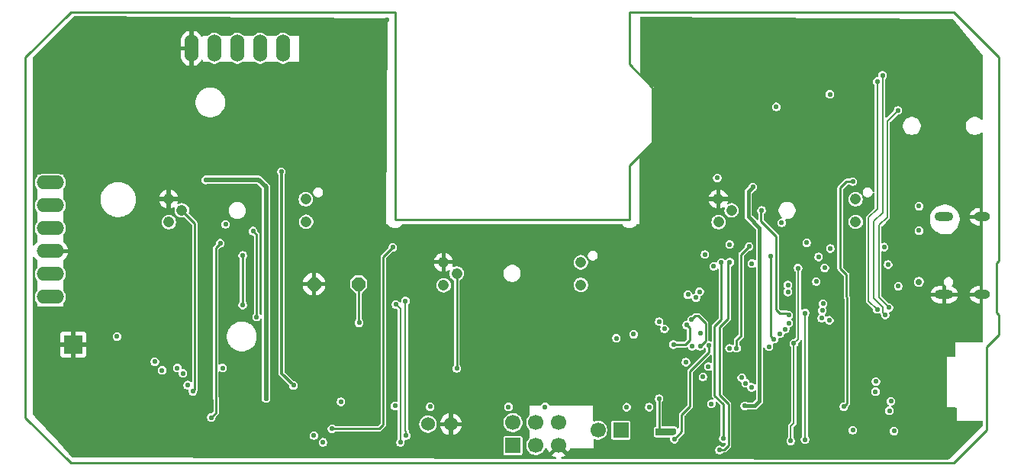
<source format=gbr>
%TF.GenerationSoftware,KiCad,Pcbnew,9.0.2*%
%TF.CreationDate,2025-08-01T16:28:45+01:00*%
%TF.ProjectId,FED3,46454433-2e6b-4696-9361-645f70636258,rev?*%
%TF.SameCoordinates,Original*%
%TF.FileFunction,Copper,L3,Inr*%
%TF.FilePolarity,Positive*%
%FSLAX46Y46*%
G04 Gerber Fmt 4.6, Leading zero omitted, Abs format (unit mm)*
G04 Created by KiCad (PCBNEW 9.0.2) date 2025-08-01 16:28:45*
%MOMM*%
%LPD*%
G01*
G04 APERTURE LIST*
G04 Aperture macros list*
%AMOutline5P*
0 Free polygon, 5 corners , with rotation*
0 The origin of the aperture is its center*
0 number of corners: always 5*
0 $1 to $10 corner X, Y*
0 $11 Rotation angle, in degrees counterclockwise*
0 create outline with 5 corners*
4,1,5,$1,$2,$3,$4,$5,$6,$7,$8,$9,$10,$1,$2,$11*%
%AMOutline6P*
0 Free polygon, 6 corners , with rotation*
0 The origin of the aperture is its center*
0 number of corners: always 6*
0 $1 to $12 corner X, Y*
0 $13 Rotation angle, in degrees counterclockwise*
0 create outline with 6 corners*
4,1,6,$1,$2,$3,$4,$5,$6,$7,$8,$9,$10,$11,$12,$1,$2,$13*%
%AMOutline7P*
0 Free polygon, 7 corners , with rotation*
0 The origin of the aperture is its center*
0 number of corners: always 7*
0 $1 to $14 corner X, Y*
0 $15 Rotation angle, in degrees counterclockwise*
0 create outline with 7 corners*
4,1,7,$1,$2,$3,$4,$5,$6,$7,$8,$9,$10,$11,$12,$13,$14,$1,$2,$15*%
%AMOutline8P*
0 Free polygon, 8 corners , with rotation*
0 The origin of the aperture is its center*
0 number of corners: always 8*
0 $1 to $16 corner X, Y*
0 $17 Rotation angle, in degrees counterclockwise*
0 create outline with 8 corners*
4,1,8,$1,$2,$3,$4,$5,$6,$7,$8,$9,$10,$11,$12,$13,$14,$15,$16,$1,$2,$17*%
G04 Aperture macros list end*
%TA.AperFunction,HeatsinkPad*%
%ADD10O,1.800000X1.000000*%
%TD*%
%TA.AperFunction,HeatsinkPad*%
%ADD11O,2.100000X1.000000*%
%TD*%
%TA.AperFunction,ComponentPad*%
%ADD12C,1.208000*%
%TD*%
%TA.AperFunction,HeatsinkPad*%
%ADD13C,0.510000*%
%TD*%
%TA.AperFunction,ComponentPad*%
%ADD14O,3.048000X1.524000*%
%TD*%
%TA.AperFunction,ComponentPad*%
%ADD15R,1.700000X1.700000*%
%TD*%
%TA.AperFunction,ComponentPad*%
%ADD16C,1.700000*%
%TD*%
%TA.AperFunction,ComponentPad*%
%ADD17C,1.524000*%
%TD*%
%TA.AperFunction,ComponentPad*%
%ADD18R,2.000000X2.000000*%
%TD*%
%TA.AperFunction,ComponentPad*%
%ADD19Outline8P,-0.762000X0.315631X-0.315631X0.762000X0.315631X0.762000X0.762000X0.315631X0.762000X-0.315631X0.315631X-0.762000X-0.315631X-0.762000X-0.762000X-0.315631X180.000000*%
%TD*%
%TA.AperFunction,ComponentPad*%
%ADD20O,1.524000X3.048000*%
%TD*%
%TA.AperFunction,ViaPad*%
%ADD21C,0.550000*%
%TD*%
%TA.AperFunction,ViaPad*%
%ADD22C,0.600000*%
%TD*%
%TA.AperFunction,ViaPad*%
%ADD23C,0.700000*%
%TD*%
%TA.AperFunction,Conductor*%
%ADD24C,0.220000*%
%TD*%
%TA.AperFunction,Conductor*%
%ADD25C,0.500000*%
%TD*%
%TA.AperFunction,Conductor*%
%ADD26C,0.406400*%
%TD*%
%TA.AperFunction,Conductor*%
%ADD27C,0.300000*%
%TD*%
%TA.AperFunction,Conductor*%
%ADD28C,0.210000*%
%TD*%
%TA.AperFunction,Conductor*%
%ADD29C,0.254000*%
%TD*%
%TA.AperFunction,Conductor*%
%ADD30C,0.230000*%
%TD*%
%TA.AperFunction,Profile*%
%ADD31C,0.250000*%
%TD*%
G04 APERTURE END LIST*
D10*
%TO.N,GND*%
%TO.C,J6*%
X200609200Y-102713600D03*
D11*
X196429200Y-102713600D03*
D10*
X200609200Y-111353600D03*
D11*
X196429200Y-111353600D03*
%TD*%
D12*
%TO.N,GND*%
%TO.C,PI1*%
X171381100Y-100733600D03*
%TO.N,D6*%
X172851100Y-102003600D03*
%TO.N,+3V3*%
X171401100Y-103303600D03*
%TO.N,Net-(PI1-Pad2)*%
X186621100Y-103273600D03*
%TO.N,+3V3*%
X186601100Y-100763600D03*
%TD*%
%TO.N,GND*%
%TO.C,PI2*%
X140881100Y-107733600D03*
%TO.N,TX*%
X142351100Y-109003600D03*
%TO.N,+3V3*%
X140901100Y-110303600D03*
%TO.N,Net-(PI2-Pad2)*%
X156121100Y-110273600D03*
%TO.N,+3V3*%
X156101100Y-107763600D03*
%TD*%
%TO.N,GND*%
%TO.C,PI3*%
X110381100Y-100733600D03*
%TO.N,D5*%
X111851100Y-102003600D03*
%TO.N,+3V3*%
X110401100Y-103303600D03*
%TO.N,Net-(PI3-Pad2)*%
X125621100Y-103273600D03*
%TO.N,+3V3*%
X125601100Y-100763600D03*
%TD*%
D13*
%TO.N,GND*%
%TO.C,U3*%
X168630600Y-124975000D03*
X168630600Y-125900000D03*
X168630600Y-126825000D03*
X169710600Y-124975000D03*
X169710600Y-125900000D03*
X169710600Y-126825000D03*
%TD*%
D14*
%TO.N,/Controller Stage/D10*%
%TO.C,SCREEN0*%
X97251100Y-98903600D03*
%TO.N,/Controller Stage/D11*%
X97251100Y-101443600D03*
%TO.N,/Controller Stage/D12*%
X97251100Y-103983600D03*
%TO.N,GND*%
X97251100Y-106523600D03*
%TO.N,unconnected-(SCREEN0-Pin_5-Pad5)*%
X97251100Y-109063600D03*
%TO.N,+3V3*%
X97251100Y-111603600D03*
%TD*%
D15*
%TO.N,/Controller Stage/SWCLK*%
%TO.C,J1*%
X148582050Y-128109743D03*
D16*
%TO.N,+3V3*%
X148582050Y-125569743D03*
%TO.N,/Controller Stage/SWDIO*%
X151122050Y-128109743D03*
%TO.N,unconnected-(J1-Pin_4-Pad4)*%
X151122050Y-125569743D03*
%TO.N,GND*%
X153662050Y-128109743D03*
%TO.N,/Controller Stage/~{RESET}*%
X153662050Y-125569743D03*
%TD*%
D17*
%TO.N,GND*%
%TO.C,X5*%
X141694300Y-125736400D03*
%TO.N,VBat*%
X139154300Y-125736400D03*
%TD*%
D18*
%TO.N,GND*%
%TO.C,TP5*%
X99800000Y-116900000D03*
%TD*%
D19*
%TO.N,RX*%
%TO.C,BZ1*%
X131459200Y-110180000D03*
%TO.N,GND*%
X126510000Y-110180000D03*
%TD*%
D20*
%TO.N,GND*%
%TO.C,MOTOR0*%
X112921100Y-84003600D03*
%TO.N,/ORANGE*%
X115461100Y-84003600D03*
%TO.N,/YELLOW*%
X118001100Y-84003600D03*
%TO.N,/PINK*%
X120541100Y-84003600D03*
%TO.N,/BLUE*%
X123081100Y-84003600D03*
%TD*%
D15*
%TO.N,Net-(J2-Pin_1)*%
%TO.C,J2*%
X160550000Y-126400000D03*
D16*
%TO.N,VBat*%
X158010000Y-126400000D03*
%TD*%
D21*
%TO.N,GND*%
X197034500Y-90526000D03*
X181700000Y-104150000D03*
X184800000Y-118450000D03*
X187050000Y-112350000D03*
X163750000Y-86250000D03*
X138025000Y-111225000D03*
X128150000Y-122200000D03*
X162800000Y-124941002D03*
X131600000Y-98850000D03*
X117300000Y-86600000D03*
X108825000Y-94375000D03*
X197410000Y-124400000D03*
X178500000Y-104700000D03*
X185700000Y-127350000D03*
X110525000Y-112900000D03*
X109000000Y-108700000D03*
X187300000Y-106300000D03*
X188975000Y-127500000D03*
X199075000Y-126750000D03*
X161850000Y-120805000D03*
X128800000Y-91450000D03*
X193750000Y-115300000D03*
X173350000Y-118700000D03*
X174925000Y-114575000D03*
X147852894Y-103795731D03*
X114300000Y-102000000D03*
D22*
X155050000Y-111000000D03*
D21*
X160700000Y-107000000D03*
X114550000Y-112050000D03*
X112075000Y-114975000D03*
X145100000Y-125800000D03*
X173150000Y-114500000D03*
X112225000Y-108875000D03*
X137400000Y-120600000D03*
X187900000Y-89425000D03*
X164500000Y-119500000D03*
D22*
X158889001Y-115006584D03*
D21*
X185250000Y-89350000D03*
X200400000Y-114700000D03*
X97025000Y-86825000D03*
X193600000Y-128500000D03*
X103725000Y-88225000D03*
X177875000Y-123125000D03*
X179951900Y-91029400D03*
X186000000Y-97800000D03*
X177050000Y-95825000D03*
X190373000Y-107111800D03*
X112675000Y-123250000D03*
X122000000Y-98750000D03*
X159150000Y-109000000D03*
X182275000Y-115400000D03*
X152700000Y-108700000D03*
X133283100Y-86415600D03*
X175735500Y-91029400D03*
X143050000Y-111400000D03*
X158550000Y-111650000D03*
X182300000Y-122900000D03*
X103725000Y-98300000D03*
X166700000Y-103700000D03*
X161125000Y-122900000D03*
X98815300Y-96778800D03*
X105475000Y-83975000D03*
X129175000Y-100975000D03*
X174000000Y-96000000D03*
X122225000Y-112425000D03*
X113800000Y-129000000D03*
X196340000Y-120170000D03*
X125041765Y-120429854D03*
X169360000Y-108997500D03*
X149650000Y-120850000D03*
X121300000Y-125250000D03*
X126600000Y-86600000D03*
X126250000Y-80900000D03*
X132500000Y-124650000D03*
X134600000Y-80800000D03*
X108600000Y-120150000D03*
X134100000Y-101700000D03*
X191058800Y-125222000D03*
X163400000Y-81300000D03*
X173200000Y-110700000D03*
X196750000Y-117700000D03*
X197799100Y-82351600D03*
X166290335Y-122112423D03*
X185800000Y-104650000D03*
X119750000Y-99750000D03*
X100263100Y-81589600D03*
X131025000Y-106900000D03*
X111800000Y-97900000D03*
X113325000Y-80800000D03*
X191236600Y-96037400D03*
X111900000Y-126000000D03*
X125050000Y-96050000D03*
X189400000Y-119550000D03*
X152025000Y-119475000D03*
X166300000Y-111650000D03*
X99550000Y-105450000D03*
X124300000Y-86400000D03*
X139250000Y-115000000D03*
X137395300Y-109245800D03*
X95713900Y-117221400D03*
X115200000Y-126350000D03*
X132500000Y-119600000D03*
X119400000Y-108400000D03*
X186800000Y-81300000D03*
X178925000Y-107200000D03*
X116300000Y-128350000D03*
X144700000Y-122250000D03*
X146200000Y-129100000D03*
X165785000Y-106972500D03*
X133050000Y-111550000D03*
X105400000Y-122800000D03*
X141875000Y-122500000D03*
X154925000Y-119475000D03*
X107600000Y-128800000D03*
X193800000Y-121050000D03*
X129400000Y-114700000D03*
X174150000Y-103275000D03*
X176250000Y-129200000D03*
X144761300Y-108509200D03*
X108000000Y-112300000D03*
X104600000Y-118900000D03*
X122100000Y-107900000D03*
X111693100Y-87050600D03*
X184650000Y-124850000D03*
X120600000Y-127300000D03*
X192660000Y-117600000D03*
X101725000Y-110225000D03*
X184627690Y-109543265D03*
X114400000Y-115200000D03*
X117900000Y-109900000D03*
X189350000Y-115700000D03*
X157550000Y-121500000D03*
X111693100Y-91495600D03*
X184969500Y-93142200D03*
X115050000Y-123100000D03*
X149074710Y-115016462D03*
X134550000Y-128500000D03*
X97977100Y-126547600D03*
X134000000Y-94500000D03*
X117100000Y-114200000D03*
X121300000Y-86600000D03*
X109050000Y-122525000D03*
X159250000Y-103800000D03*
X95691100Y-94289600D03*
X163500000Y-96500000D03*
X98253900Y-122047400D03*
X175251800Y-111062165D03*
X136850000Y-103800000D03*
X115950000Y-103100000D03*
X130716405Y-125548435D03*
X176903900Y-84171400D03*
X173691900Y-84455400D03*
X116950000Y-117415000D03*
X169071464Y-121400169D03*
X163900000Y-102450000D03*
X101475000Y-92175000D03*
%TO.N,+3V3*%
X174800000Y-106000000D03*
X183184800Y-108381800D03*
X116100000Y-105655000D03*
X177800000Y-90500000D03*
X183700000Y-114200000D03*
X181178200Y-105587800D03*
X104650000Y-116000000D03*
X128500000Y-126250000D03*
X168005000Y-111350000D03*
X182250000Y-109900000D03*
X173400000Y-117299813D03*
X115100000Y-125000000D03*
X182850000Y-113950000D03*
X172625000Y-105775000D03*
X190525400Y-123190000D03*
X135250000Y-106100000D03*
X182499000Y-107162600D03*
X183800000Y-106230000D03*
%TO.N,/IOs Interface/VCCNEO*%
X152159100Y-123816200D03*
X114500000Y-98620000D03*
X148095100Y-123816200D03*
X135500000Y-123716000D03*
X139400000Y-123800000D03*
X163707689Y-123841600D03*
X121193750Y-122906250D03*
X129500000Y-123250000D03*
X175200000Y-99400000D03*
X161200000Y-123850000D03*
X170600000Y-123500000D03*
X174300000Y-123716000D03*
%TO.N,/EN*%
X191338200Y-110413800D03*
%TO.N,Net-(LED1-DI)*%
X167775000Y-118850000D03*
%TO.N,Net-(LED8-DO)*%
X122900000Y-97700000D03*
X124228175Y-121428176D03*
%TO.N,Net-(LED10-DI)*%
X116700000Y-103550000D03*
X178400000Y-103378000D03*
%TO.N,/Controller Stage/SCL*%
X136650000Y-112050000D03*
X189000000Y-113000000D03*
X183000000Y-112350000D03*
X126500000Y-127000000D03*
X189000000Y-87700000D03*
X136750000Y-127000000D03*
%TO.N,/Controller Stage/SDA*%
X127500000Y-127750000D03*
X182898234Y-113113248D03*
X136101000Y-127750000D03*
X135600000Y-112450000D03*
X189900000Y-113600000D03*
X189600000Y-87000000D03*
%TO.N,/Controller Stage/AREF*%
X168900000Y-111687500D03*
X169885000Y-106897500D03*
%TO.N,VUSB*%
X193649600Y-104241600D03*
D23*
X193624200Y-109931200D03*
D21*
X193649600Y-101523800D03*
%TO.N,RX*%
X172615854Y-117309459D03*
X164800000Y-114350000D03*
X131505030Y-114475628D03*
%TO.N,A0*%
X191300000Y-90900000D03*
X190300000Y-112800000D03*
X169300000Y-111025000D03*
%TO.N,TX*%
X142350000Y-119550000D03*
X170250000Y-119350000D03*
%TO.N,D6*%
X176172000Y-102003600D03*
X179178408Y-113644953D03*
%TO.N,D5*%
X113075000Y-122100000D03*
X177000000Y-117147512D03*
%TO.N,D13*%
X178205779Y-115700000D03*
X116350000Y-119495000D03*
X111350000Y-119500000D03*
X160060000Y-116200000D03*
%TO.N,/Controller Stage/SWDIO*%
X171915000Y-127320000D03*
X171712500Y-107787500D03*
%TO.N,/Controller Stage/~{RESET}*%
X179750000Y-116775000D03*
X180225000Y-108400000D03*
X179400000Y-127600000D03*
X175100000Y-107900000D03*
%TO.N,D8*%
X169365000Y-115645000D03*
X161977136Y-115748717D03*
%TO.N,/Controller Stage/SWCLK*%
X172650000Y-107750000D03*
X171500000Y-128600000D03*
%TO.N,/Controller Stage/D10*%
X120150000Y-113830000D03*
X178809985Y-115174790D03*
X119750000Y-104300000D03*
%TO.N,/Controller Stage/D11*%
X177550000Y-116300000D03*
X177150000Y-107100000D03*
%TO.N,/Controller Stage/D12*%
X118600000Y-112500000D03*
X179174262Y-114496407D03*
X118600000Y-107000000D03*
%TO.N,/Controller Stage/SD_CS*%
X188865168Y-121000000D03*
X169665300Y-120484700D03*
%TO.N,/Controller Stage/SCK*%
X174400000Y-121200000D03*
X190350000Y-124250000D03*
%TO.N,D+*%
X189779200Y-106070400D03*
X179100448Y-110287271D03*
%TO.N,D-*%
X190211771Y-108013359D03*
X179091310Y-111057219D03*
%TO.N,/Controller Stage/D7*%
X181000000Y-113400000D03*
X181000000Y-127450000D03*
%TO.N,/Controller Stage/MISO*%
X175050000Y-121650000D03*
X190875000Y-126500000D03*
%TO.N,A2*%
X168399824Y-114134000D03*
X169356276Y-117097000D03*
X112475000Y-121400000D03*
%TO.N,A5*%
X165405000Y-115143717D03*
X108850000Y-118800000D03*
X170850000Y-108200000D03*
%TO.N,A4*%
X168461636Y-117097000D03*
X109650000Y-119750000D03*
%TO.N,A3*%
X166400000Y-116900000D03*
X167855300Y-114739000D03*
X111975000Y-120100000D03*
%TO.N,D9*%
X170300000Y-117000000D03*
X166500000Y-127400000D03*
%TO.N,Net-(IC4-VBAT)*%
X183759600Y-89109600D03*
X171259900Y-98406000D03*
%TO.N,VBat*%
X166245879Y-126602052D03*
X164800000Y-122900000D03*
X165552592Y-126559814D03*
X186300000Y-126400000D03*
%TO.N,/Controller Stage/MOSI*%
X188823600Y-122123200D03*
X173972880Y-120559319D03*
%TO.N,Net-(U3-STAT1)*%
X186300000Y-98800000D03*
X185300000Y-123800000D03*
%TD*%
D24*
%TO.N,+3V3*%
X115656000Y-124444000D02*
X115656000Y-122848986D01*
X134200000Y-125800000D02*
X134200000Y-107150000D01*
X134200000Y-107150000D02*
X135250000Y-106100000D01*
X173920000Y-115925000D02*
X173920000Y-106880000D01*
X133750000Y-126250000D02*
X134200000Y-125800000D01*
X115600000Y-106155000D02*
X116100000Y-105655000D01*
X115100000Y-125000000D02*
X115656000Y-124444000D01*
X173400000Y-117299813D02*
X173400000Y-116445000D01*
X173400000Y-116445000D02*
X173920000Y-115925000D01*
X128500000Y-126250000D02*
X133750000Y-126250000D01*
X135200000Y-106100000D02*
X135350000Y-106100000D01*
X173920000Y-106880000D02*
X174800000Y-106000000D01*
X115656000Y-122848986D02*
X115600000Y-122792986D01*
X115600000Y-122792986D02*
X115600000Y-106155000D01*
D25*
%TO.N,/IOs Interface/VCCNEO*%
X121193750Y-119806250D02*
X121200000Y-119800000D01*
D26*
X175950000Y-103950000D02*
X174700000Y-102700000D01*
X175409000Y-123716000D02*
X175950000Y-123175000D01*
D25*
X114520000Y-98600000D02*
X114500000Y-98620000D01*
D26*
X175950000Y-123175000D02*
X175950000Y-103950000D01*
X174700000Y-102700000D02*
X174700000Y-99900000D01*
D25*
X121193750Y-122906250D02*
X121193750Y-119806250D01*
D26*
X174700000Y-99900000D02*
X175200000Y-99400000D01*
D25*
X121200000Y-99400000D02*
X120400000Y-98600000D01*
X120400000Y-98600000D02*
X114520000Y-98600000D01*
D26*
X174300000Y-123716000D02*
X175409000Y-123716000D01*
D25*
X121200000Y-119800000D02*
X121200000Y-99400000D01*
D27*
%TO.N,Net-(LED8-DO)*%
X122900000Y-120100000D02*
X122900000Y-97700000D01*
X124228175Y-121428176D02*
X122900000Y-120100000D01*
D28*
%TO.N,/Controller Stage/SCL*%
X136750000Y-127000000D02*
X136750000Y-126549000D01*
X188061600Y-102792400D02*
X189000000Y-101854000D01*
X136750000Y-126549000D02*
X136650000Y-126449000D01*
X136650000Y-126449000D02*
X136650000Y-112050000D01*
X189000000Y-101854000D02*
X189000000Y-87700000D01*
X189000000Y-113000000D02*
X188061600Y-112061600D01*
X188061600Y-112061600D02*
X188061600Y-102792400D01*
%TO.N,/Controller Stage/SDA*%
X136101000Y-127750000D02*
X136101000Y-112951000D01*
X189650057Y-113350057D02*
X189900000Y-113600000D01*
X189600000Y-102271400D02*
X188645800Y-103225600D01*
X189601000Y-87948943D02*
X189600000Y-87949943D01*
X188645800Y-103225600D02*
X188645800Y-111745800D01*
X189600000Y-87450057D02*
X189601000Y-87451057D01*
X189600000Y-87949943D02*
X189600000Y-102271400D01*
X136101000Y-112951000D02*
X135600000Y-112450000D01*
X189650057Y-112750057D02*
X189650057Y-113350057D01*
X188645800Y-111745800D02*
X189650057Y-112750057D01*
X189600000Y-87000000D02*
X189600000Y-87450057D01*
X189601000Y-87451057D02*
X189601000Y-87948943D01*
D29*
%TO.N,RX*%
X131500000Y-114470598D02*
X131500000Y-110173700D01*
D28*
%TO.N,A0*%
X190100000Y-102731851D02*
X190100000Y-92100000D01*
X189179200Y-103652651D02*
X190100000Y-102731851D01*
X190300000Y-112800000D02*
X190300000Y-112750000D01*
X189179200Y-111629200D02*
X189179200Y-103652651D01*
X190300000Y-112750000D02*
X189179200Y-111629200D01*
X190300000Y-112800000D02*
X190403067Y-112696933D01*
X190100000Y-92100000D02*
X191300000Y-90900000D01*
D24*
%TO.N,TX*%
X142351100Y-119548900D02*
X142351100Y-109003600D01*
X142350000Y-119550000D02*
X142351100Y-119548900D01*
%TO.N,D6*%
X177800000Y-104850000D02*
X177800000Y-113000000D01*
X176172000Y-102003600D02*
X176100000Y-102075600D01*
X178933455Y-113400000D02*
X179178408Y-113644953D01*
X176100000Y-103150000D02*
X177800000Y-104850000D01*
X178200000Y-113400000D02*
X178933455Y-113400000D01*
X176100000Y-102075600D02*
X176100000Y-103150000D01*
X177800000Y-113000000D02*
X178200000Y-113400000D01*
%TO.N,D5*%
X113300000Y-121875000D02*
X113300000Y-103452500D01*
X113075000Y-122100000D02*
X113300000Y-121875000D01*
D30*
X111851100Y-102003600D02*
X113300000Y-103452500D01*
D24*
%TO.N,/Controller Stage/SWDIO*%
X170950000Y-122569400D02*
X170950000Y-114900000D01*
X171915000Y-123534400D02*
X170950000Y-122569400D01*
X170950000Y-114900000D02*
X171712500Y-114137500D01*
X171915000Y-127320000D02*
X171915000Y-123534400D01*
X171712500Y-114137500D02*
X171712500Y-107787500D01*
D28*
%TO.N,/Controller Stage/~{RESET}*%
X179750000Y-125600000D02*
X179750000Y-116775000D01*
X180250000Y-108425000D02*
X180250000Y-116275000D01*
X179400000Y-125950000D02*
X179750000Y-125600000D01*
X180250000Y-116275000D02*
X179750000Y-116775000D01*
X180225000Y-108400000D02*
X180250000Y-108425000D01*
X179400000Y-127600000D02*
X179400000Y-125950000D01*
D24*
%TO.N,/Controller Stage/SWCLK*%
X172500000Y-123497146D02*
X171500000Y-122497146D01*
X171470000Y-128570000D02*
X172030000Y-128570000D01*
X172450000Y-107950000D02*
X172650000Y-107750000D01*
X172500000Y-128100000D02*
X172500000Y-123497146D01*
X171500000Y-122497146D02*
X171500000Y-114972254D01*
X172030000Y-128570000D02*
X172500000Y-128100000D01*
X171500000Y-128600000D02*
X171470000Y-128570000D01*
X172450000Y-114022254D02*
X172450000Y-107950000D01*
X171500000Y-114972254D02*
X172450000Y-114022254D01*
%TO.N,/Controller Stage/D10*%
X120150000Y-104700000D02*
X120150000Y-113830000D01*
X119750000Y-104300000D02*
X120150000Y-104700000D01*
%TO.N,/Controller Stage/D11*%
X177200000Y-107150000D02*
X177150000Y-107100000D01*
X177550000Y-116300000D02*
X177200000Y-115950000D01*
X177200000Y-115950000D02*
X177200000Y-107150000D01*
%TO.N,/Controller Stage/D12*%
X118600000Y-112500000D02*
X118600000Y-107000000D01*
D28*
%TO.N,/Controller Stage/D7*%
X181000000Y-113400000D02*
X181000000Y-127450000D01*
D24*
%TO.N,A2*%
X169694000Y-116748986D02*
X169694000Y-116759276D01*
X169970000Y-114545000D02*
X169970000Y-116472986D01*
X169970000Y-116472986D02*
X169694000Y-116748986D01*
X169156615Y-113731615D02*
X169970000Y-114545000D01*
X168802209Y-113731615D02*
X169156615Y-113731615D01*
X168399824Y-114134000D02*
X168802209Y-113731615D01*
X169694000Y-116759276D02*
X169356276Y-117097000D01*
%TO.N,A3*%
X168200000Y-115083700D02*
X168200000Y-116425000D01*
X167855300Y-114739000D02*
X168200000Y-115083700D01*
X167725000Y-116900000D02*
X166400000Y-116900000D01*
X168200000Y-116425000D02*
X167725000Y-116900000D01*
%TO.N,D9*%
X167300000Y-124700000D02*
X168225000Y-123775000D01*
X167300000Y-126600000D02*
X167300000Y-124700000D01*
X168225000Y-119857500D02*
X170300000Y-117782500D01*
X170300000Y-117782500D02*
X170300000Y-117000000D01*
X168225000Y-123775000D02*
X168225000Y-119857500D01*
X166500000Y-127400000D02*
X167300000Y-126600000D01*
D30*
%TO.N,VBat*%
X166245879Y-126602052D02*
X166039120Y-126395293D01*
X164800000Y-126395293D02*
X164800000Y-122900000D01*
X166039120Y-126395293D02*
X164800000Y-126395293D01*
%TO.N,Net-(U3-STAT1)*%
X185600000Y-111600000D02*
X185600000Y-109135154D01*
X184900000Y-99500000D02*
X185600000Y-98800000D01*
X185691000Y-123409000D02*
X185691000Y-111691000D01*
X184900000Y-108435154D02*
X184900000Y-99500000D01*
X185691000Y-111691000D02*
X185600000Y-111600000D01*
X185600000Y-109135154D02*
X184900000Y-108435154D01*
X185300000Y-123800000D02*
X185691000Y-123409000D01*
X185600000Y-98800000D02*
X186300000Y-98800000D01*
%TD*%
%TA.AperFunction,Conductor*%
%TO.N,GND*%
G36*
X170300000Y-124450000D02*
G01*
X167989113Y-124450000D01*
X168473462Y-123965651D01*
X168480438Y-123953567D01*
X168534007Y-123900000D01*
X169750000Y-123900000D01*
X170300000Y-124450000D01*
G37*
%TD.AperFunction*%
%TD*%
%TA.AperFunction,Conductor*%
%TO.N,GND*%
G36*
X170500000Y-127692235D02*
G01*
X167794235Y-127692235D01*
X167794235Y-124644878D01*
X167989113Y-124450000D01*
X170300000Y-124450000D01*
X170150000Y-124300000D01*
X170500000Y-124300000D01*
X170500000Y-127692235D01*
G37*
%TD.AperFunction*%
%TD*%
%TA.AperFunction,Conductor*%
%TO.N,VBat*%
G36*
X166593039Y-126219685D02*
G01*
X166638794Y-126272489D01*
X166650000Y-126324000D01*
X166650000Y-126759524D01*
X166641355Y-126788964D01*
X166634832Y-126818951D01*
X166631077Y-126823966D01*
X166630315Y-126826563D01*
X166613681Y-126847205D01*
X166572705Y-126888181D01*
X166511382Y-126921666D01*
X166485024Y-126924500D01*
X166437399Y-126924500D01*
X166356775Y-126946103D01*
X166316463Y-126956905D01*
X166287553Y-126973596D01*
X166270592Y-126983388D01*
X166208595Y-127000000D01*
X164524000Y-127000000D01*
X164456961Y-126980315D01*
X164411206Y-126927511D01*
X164400000Y-126876000D01*
X164400000Y-126324000D01*
X164419685Y-126256961D01*
X164472489Y-126211206D01*
X164524000Y-126200000D01*
X166526000Y-126200000D01*
X166593039Y-126219685D01*
G37*
%TD.AperFunction*%
%TD*%
%TA.AperFunction,Conductor*%
%TO.N,GND*%
G36*
X134578699Y-80692823D02*
G01*
X134637680Y-80712492D01*
X134673836Y-80763073D01*
X134678519Y-80794201D01*
X134502329Y-103499735D01*
X134502330Y-103499736D01*
X134635847Y-103499854D01*
X134694960Y-103519119D01*
X134719403Y-103544563D01*
X134762797Y-103609507D01*
X134762799Y-103609509D01*
X134895193Y-103741903D01*
X135050864Y-103845919D01*
X135050865Y-103845919D01*
X135050869Y-103845922D01*
X135154390Y-103888802D01*
X135223846Y-103917572D01*
X135223847Y-103917572D01*
X135223849Y-103917573D01*
X135407484Y-103954100D01*
X135407485Y-103954100D01*
X135594715Y-103954100D01*
X135594716Y-103954100D01*
X135778351Y-103917573D01*
X135951331Y-103845922D01*
X136107008Y-103741902D01*
X136239402Y-103609508D01*
X136281770Y-103546098D01*
X136330595Y-103507607D01*
X136365494Y-103501390D01*
X160651286Y-103522958D01*
X160710398Y-103542223D01*
X160734840Y-103567666D01*
X160762797Y-103609507D01*
X160762799Y-103609509D01*
X160895193Y-103741903D01*
X161050864Y-103845919D01*
X161050865Y-103845919D01*
X161050869Y-103845922D01*
X161154390Y-103888802D01*
X161223846Y-103917572D01*
X161223847Y-103917572D01*
X161223849Y-103917573D01*
X161407484Y-103954100D01*
X161407485Y-103954100D01*
X161594715Y-103954100D01*
X161594716Y-103954100D01*
X161778351Y-103917573D01*
X161951331Y-103845922D01*
X162107008Y-103741902D01*
X162239402Y-103609508D01*
X162266351Y-103569175D01*
X162315173Y-103530685D01*
X162350077Y-103524467D01*
X162650295Y-103524734D01*
X162650590Y-103224364D01*
X170596600Y-103224364D01*
X170596600Y-103382836D01*
X170598045Y-103390102D01*
X170627516Y-103538266D01*
X170688159Y-103684670D01*
X170688161Y-103684674D01*
X170700306Y-103702850D01*
X170776202Y-103816437D01*
X170888262Y-103928497D01*
X170891254Y-103930496D01*
X171020026Y-104016539D01*
X171041660Y-104025500D01*
X171166433Y-104077183D01*
X171166434Y-104077183D01*
X171166436Y-104077184D01*
X171321864Y-104108100D01*
X171321865Y-104108100D01*
X171480335Y-104108100D01*
X171480336Y-104108100D01*
X171635764Y-104077184D01*
X171782174Y-104016539D01*
X171913939Y-103928496D01*
X172025996Y-103816439D01*
X172114039Y-103684674D01*
X172174684Y-103538264D01*
X172205600Y-103382836D01*
X172205600Y-103224364D01*
X172174684Y-103068936D01*
X172165534Y-103046847D01*
X172126258Y-102952026D01*
X172114039Y-102922526D01*
X172037582Y-102808100D01*
X172025997Y-102790762D01*
X171913937Y-102678702D01*
X171810377Y-102609506D01*
X171782174Y-102590661D01*
X171782171Y-102590659D01*
X171782170Y-102590659D01*
X171635766Y-102530016D01*
X171529816Y-102508942D01*
X171480336Y-102499100D01*
X171321864Y-102499100D01*
X171283007Y-102506829D01*
X171166433Y-102530016D01*
X171020029Y-102590659D01*
X170888262Y-102678702D01*
X170888261Y-102678704D01*
X170776204Y-102790761D01*
X170776202Y-102790762D01*
X170688159Y-102922529D01*
X170627516Y-103068933D01*
X170602547Y-103194464D01*
X170596600Y-103224364D01*
X162650590Y-103224364D01*
X162650647Y-103166629D01*
X162651271Y-102530016D01*
X162653258Y-100505399D01*
X170345317Y-100505399D01*
X170345318Y-100505400D01*
X171114325Y-100505400D01*
X171101030Y-100518695D01*
X171054952Y-100598505D01*
X171031100Y-100687522D01*
X171031100Y-100779678D01*
X171054952Y-100868695D01*
X171101030Y-100948505D01*
X171114325Y-100961800D01*
X170345317Y-100961800D01*
X170361450Y-101042909D01*
X170441384Y-101235883D01*
X170441388Y-101235892D01*
X170557434Y-101409566D01*
X170557434Y-101409567D01*
X170705132Y-101557265D01*
X170878807Y-101673311D01*
X170878816Y-101673315D01*
X171071790Y-101753249D01*
X171152900Y-101769382D01*
X171152900Y-101000375D01*
X171166195Y-101013670D01*
X171246005Y-101059748D01*
X171335022Y-101083600D01*
X171427178Y-101083600D01*
X171516195Y-101059748D01*
X171596005Y-101013670D01*
X171609300Y-101000375D01*
X171609300Y-101769381D01*
X171690409Y-101753249D01*
X171690410Y-101753249D01*
X171883383Y-101673315D01*
X171883389Y-101673313D01*
X171930824Y-101641617D01*
X171990664Y-101624739D01*
X172048995Y-101646258D01*
X172083538Y-101697953D01*
X172081099Y-101760080D01*
X172079663Y-101763750D01*
X172077516Y-101768934D01*
X172068202Y-101815761D01*
X172046600Y-101924364D01*
X172046600Y-102082836D01*
X172050796Y-102103929D01*
X172077516Y-102238266D01*
X172124365Y-102351368D01*
X172138161Y-102384674D01*
X172161003Y-102418859D01*
X172226202Y-102516437D01*
X172338262Y-102628497D01*
X172368501Y-102648702D01*
X172470026Y-102716539D01*
X172510100Y-102733138D01*
X172616433Y-102777183D01*
X172616434Y-102777183D01*
X172616436Y-102777184D01*
X172771864Y-102808100D01*
X172771865Y-102808100D01*
X172930335Y-102808100D01*
X172930336Y-102808100D01*
X173085764Y-102777184D01*
X173232174Y-102716539D01*
X173363939Y-102628496D01*
X173475996Y-102516439D01*
X173564039Y-102384674D01*
X173624684Y-102238264D01*
X173655600Y-102082836D01*
X173655600Y-101924364D01*
X173624684Y-101768936D01*
X173614631Y-101744667D01*
X173578788Y-101658134D01*
X173564039Y-101622526D01*
X173475996Y-101490761D01*
X173363939Y-101378704D01*
X173363937Y-101378702D01*
X173298501Y-101334980D01*
X173232174Y-101290661D01*
X173232171Y-101290659D01*
X173232170Y-101290659D01*
X173085766Y-101230016D01*
X172982145Y-101209405D01*
X172930336Y-101199100D01*
X172771864Y-101199100D01*
X172749747Y-101203499D01*
X172616435Y-101230015D01*
X172486906Y-101283668D01*
X172424924Y-101288545D01*
X172371912Y-101256059D01*
X172348119Y-101198617D01*
X172355467Y-101152226D01*
X172400749Y-101042907D01*
X172416883Y-100961800D01*
X171647875Y-100961800D01*
X171661170Y-100948505D01*
X171707248Y-100868695D01*
X171731100Y-100779678D01*
X171731100Y-100687522D01*
X171707248Y-100598505D01*
X171661170Y-100518695D01*
X171647875Y-100505400D01*
X172416882Y-100505400D01*
X172416882Y-100505399D01*
X172400749Y-100424290D01*
X172320815Y-100231316D01*
X172320811Y-100231307D01*
X172204765Y-100057633D01*
X172204765Y-100057632D01*
X172057067Y-99909934D01*
X171883392Y-99793888D01*
X171883383Y-99793884D01*
X171690409Y-99713950D01*
X171609300Y-99697817D01*
X171609300Y-100466825D01*
X171596005Y-100453530D01*
X171516195Y-100407452D01*
X171427178Y-100383600D01*
X171335022Y-100383600D01*
X171246005Y-100407452D01*
X171166195Y-100453530D01*
X171152900Y-100466825D01*
X171152900Y-99697817D01*
X171152899Y-99697817D01*
X171071790Y-99713950D01*
X170878816Y-99793884D01*
X170878807Y-99793888D01*
X170705133Y-99909934D01*
X170705132Y-99909934D01*
X170557434Y-100057632D01*
X170557434Y-100057633D01*
X170441388Y-100231307D01*
X170441384Y-100231316D01*
X170361450Y-100424290D01*
X170345317Y-100505399D01*
X162653258Y-100505399D01*
X162655379Y-98343396D01*
X170784400Y-98343396D01*
X170784400Y-98468603D01*
X170816805Y-98589536D01*
X170836038Y-98622850D01*
X170879405Y-98697964D01*
X170967936Y-98786495D01*
X171076364Y-98849095D01*
X171197299Y-98881500D01*
X171322501Y-98881500D01*
X171443436Y-98849095D01*
X171551864Y-98786495D01*
X171640395Y-98697964D01*
X171702995Y-98589536D01*
X171735400Y-98468601D01*
X171735400Y-98343399D01*
X171702995Y-98222464D01*
X171640395Y-98114036D01*
X171551864Y-98025505D01*
X171507687Y-98000000D01*
X171443436Y-97962905D01*
X171322503Y-97930500D01*
X171322501Y-97930500D01*
X171197299Y-97930500D01*
X171197296Y-97930500D01*
X171076363Y-97962905D01*
X170967938Y-98025503D01*
X170879403Y-98114038D01*
X170816805Y-98222463D01*
X170784400Y-98343396D01*
X162655379Y-98343396D01*
X162657576Y-96104836D01*
X162676847Y-96045727D01*
X162687814Y-96033039D01*
X164181565Y-94571512D01*
X164182351Y-94571187D01*
X164202889Y-94550648D01*
X164223750Y-94530238D01*
X164223750Y-94530237D01*
X164223774Y-94530214D01*
X164223883Y-94530052D01*
X164224460Y-94529198D01*
X164224671Y-94528888D01*
X164224685Y-94528852D01*
X164224687Y-94528851D01*
X164235832Y-94501943D01*
X164247264Y-94475175D01*
X164247272Y-94474335D01*
X164247600Y-94473546D01*
X164247600Y-94444322D01*
X164247916Y-94415307D01*
X164247600Y-94414519D01*
X164247600Y-90437396D01*
X177324500Y-90437396D01*
X177324500Y-90562603D01*
X177356905Y-90683536D01*
X177419505Y-90791964D01*
X177508036Y-90880495D01*
X177616464Y-90943095D01*
X177737399Y-90975500D01*
X177862601Y-90975500D01*
X177983536Y-90943095D01*
X178091964Y-90880495D01*
X178180495Y-90791964D01*
X178243095Y-90683536D01*
X178275500Y-90562601D01*
X178275500Y-90437399D01*
X178243095Y-90316464D01*
X178180495Y-90208036D01*
X178091964Y-90119505D01*
X177983536Y-90056905D01*
X177862603Y-90024500D01*
X177862601Y-90024500D01*
X177737399Y-90024500D01*
X177737396Y-90024500D01*
X177616463Y-90056905D01*
X177508038Y-90119503D01*
X177419503Y-90208038D01*
X177356905Y-90316463D01*
X177324500Y-90437396D01*
X164247600Y-90437396D01*
X164247600Y-89046996D01*
X183284100Y-89046996D01*
X183284100Y-89172203D01*
X183316505Y-89293136D01*
X183379105Y-89401564D01*
X183467636Y-89490095D01*
X183576064Y-89552695D01*
X183696999Y-89585100D01*
X183822201Y-89585100D01*
X183943136Y-89552695D01*
X184051564Y-89490095D01*
X184140095Y-89401564D01*
X184202695Y-89293136D01*
X184235100Y-89172201D01*
X184235100Y-89046999D01*
X184202695Y-88926064D01*
X184140095Y-88817636D01*
X184051564Y-88729105D01*
X183943136Y-88666505D01*
X183822203Y-88634100D01*
X183822201Y-88634100D01*
X183696999Y-88634100D01*
X183696996Y-88634100D01*
X183576063Y-88666505D01*
X183467638Y-88729103D01*
X183379103Y-88817638D01*
X183316505Y-88926063D01*
X183284100Y-89046996D01*
X164247600Y-89046996D01*
X164247600Y-88317664D01*
X164224687Y-88262349D01*
X164224687Y-88262348D01*
X162696307Y-86733967D01*
X162668082Y-86678571D01*
X162666844Y-86662757D01*
X162668465Y-85012632D01*
X162672800Y-80594824D01*
X162692071Y-80535715D01*
X162742407Y-80499219D01*
X162774121Y-80494329D01*
X197313174Y-80743260D01*
X197372164Y-80762898D01*
X197390169Y-80779984D01*
X200681460Y-84784841D01*
X200704160Y-84842723D01*
X200704339Y-84848602D01*
X200712094Y-91824691D01*
X200692947Y-91883844D01*
X200642687Y-91920445D01*
X200580513Y-91920514D01*
X200540359Y-91895938D01*
X200482080Y-91837659D01*
X200318218Y-91728170D01*
X200318210Y-91728166D01*
X200136137Y-91652749D01*
X199969425Y-91619588D01*
X199942841Y-91614300D01*
X199745759Y-91614300D01*
X199719175Y-91619588D01*
X199552462Y-91652749D01*
X199370389Y-91728166D01*
X199370381Y-91728170D01*
X199206519Y-91837659D01*
X199206518Y-91837661D01*
X199067161Y-91977018D01*
X199067159Y-91977019D01*
X198957670Y-92140881D01*
X198957666Y-92140889D01*
X198882249Y-92322962D01*
X198843800Y-92516259D01*
X198843800Y-92713340D01*
X198882249Y-92906637D01*
X198957666Y-93088710D01*
X198957670Y-93088718D01*
X199067159Y-93252580D01*
X199206519Y-93391940D01*
X199370381Y-93501429D01*
X199370383Y-93501430D01*
X199370386Y-93501432D01*
X199461425Y-93539141D01*
X199552462Y-93576850D01*
X199552463Y-93576850D01*
X199552465Y-93576851D01*
X199745759Y-93615300D01*
X199745760Y-93615300D01*
X199942840Y-93615300D01*
X199942841Y-93615300D01*
X200136135Y-93576851D01*
X200318214Y-93501432D01*
X200482082Y-93391939D01*
X200542114Y-93331906D01*
X200597510Y-93303681D01*
X200658919Y-93313406D01*
X200702883Y-93357370D01*
X200713848Y-93402930D01*
X200723016Y-101650599D01*
X200723017Y-101650600D01*
X200723865Y-102413600D01*
X200381000Y-102413600D01*
X200381000Y-101757200D01*
X200115004Y-101757200D01*
X199930225Y-101793954D01*
X199756178Y-101866047D01*
X199756170Y-101866051D01*
X199599529Y-101970716D01*
X199599528Y-101970716D01*
X199466316Y-102103928D01*
X199466316Y-102103929D01*
X199361651Y-102260570D01*
X199361647Y-102260578D01*
X199289554Y-102434626D01*
X199279455Y-102485399D01*
X199279456Y-102485400D01*
X200013135Y-102485400D01*
X199969140Y-102529395D01*
X199929644Y-102597804D01*
X199909200Y-102674104D01*
X199909200Y-102753096D01*
X199929644Y-102829396D01*
X199969140Y-102897805D01*
X200013135Y-102941800D01*
X199279455Y-102941800D01*
X199289554Y-102992573D01*
X199361647Y-103166621D01*
X199361651Y-103166629D01*
X199466316Y-103323270D01*
X199466316Y-103323271D01*
X199599528Y-103456483D01*
X199756170Y-103561148D01*
X199756178Y-103561152D01*
X199930225Y-103633245D01*
X200115004Y-103670000D01*
X200381000Y-103670000D01*
X200381000Y-103013600D01*
X200724532Y-103013600D01*
X200725380Y-103776600D01*
X200732620Y-110290599D01*
X200732621Y-110290600D01*
X200733469Y-111053600D01*
X200381000Y-111053600D01*
X200381000Y-110397200D01*
X200115004Y-110397200D01*
X199930225Y-110433954D01*
X199756178Y-110506047D01*
X199756170Y-110506051D01*
X199599529Y-110610716D01*
X199599528Y-110610716D01*
X199466316Y-110743928D01*
X199466316Y-110743929D01*
X199361651Y-110900570D01*
X199361647Y-110900578D01*
X199289554Y-111074626D01*
X199279455Y-111125399D01*
X199279456Y-111125400D01*
X200013135Y-111125400D01*
X199969140Y-111169395D01*
X199929644Y-111237804D01*
X199909200Y-111314104D01*
X199909200Y-111393096D01*
X199929644Y-111469396D01*
X199969140Y-111537805D01*
X200013135Y-111581800D01*
X199279455Y-111581800D01*
X199289554Y-111632573D01*
X199361647Y-111806621D01*
X199361651Y-111806629D01*
X199466316Y-111963270D01*
X199466316Y-111963271D01*
X199599528Y-112096483D01*
X199756170Y-112201148D01*
X199756178Y-112201152D01*
X199930225Y-112273245D01*
X200115004Y-112310000D01*
X200381000Y-112310000D01*
X200381000Y-111653600D01*
X200734136Y-111653600D01*
X200734984Y-112416600D01*
X200737241Y-114447038D01*
X200739621Y-116588261D01*
X200739628Y-116594062D01*
X200720481Y-116653215D01*
X200670221Y-116689816D01*
X200639028Y-116694774D01*
X197672463Y-116694774D01*
X197672463Y-118142579D01*
X197653250Y-118201710D01*
X197602950Y-118238255D01*
X197571643Y-118243179D01*
X196750000Y-118241385D01*
X196750000Y-123878177D01*
X197710217Y-123878177D01*
X197769348Y-123897390D01*
X197805893Y-123947690D01*
X197810817Y-123978777D01*
X197810817Y-125394423D01*
X200648922Y-125394423D01*
X200708053Y-125413636D01*
X200744598Y-125463936D01*
X200749521Y-125494910D01*
X200749621Y-125583718D01*
X200749953Y-125882870D01*
X200730806Y-125942023D01*
X200720012Y-125954590D01*
X197004456Y-129620933D01*
X196948872Y-129648789D01*
X196933616Y-129649925D01*
X154022194Y-129572673D01*
X153963097Y-129553354D01*
X153926643Y-129502988D01*
X153926755Y-129440814D01*
X153963390Y-129390580D01*
X153991289Y-129376396D01*
X154163538Y-129320430D01*
X154346750Y-129227078D01*
X154410409Y-129180827D01*
X153815773Y-128586190D01*
X153855043Y-128575668D01*
X153969057Y-128509842D01*
X154062149Y-128416750D01*
X154071820Y-128400000D01*
X154233361Y-128400000D01*
X154292492Y-128419213D01*
X154304496Y-128429465D01*
X154733134Y-128858102D01*
X154779385Y-128794443D01*
X154872740Y-128611225D01*
X154918784Y-128469514D01*
X154955328Y-128419213D01*
X155014459Y-128400000D01*
X157517500Y-128400000D01*
X157515431Y-128193094D01*
X157508307Y-127480806D01*
X157526928Y-127421488D01*
X157576860Y-127384441D01*
X157639031Y-127383820D01*
X157647400Y-127386860D01*
X157703577Y-127410129D01*
X157703578Y-127410129D01*
X157703580Y-127410130D01*
X157906535Y-127450500D01*
X157906536Y-127450500D01*
X158113464Y-127450500D01*
X158113465Y-127450500D01*
X158316420Y-127410130D01*
X158507598Y-127330941D01*
X158679655Y-127215977D01*
X158825977Y-127069655D01*
X158940941Y-126897598D01*
X159020130Y-126706420D01*
X159060500Y-126503465D01*
X159060500Y-126296535D01*
X159020130Y-126093580D01*
X159009261Y-126067341D01*
X158986705Y-126012886D01*
X158940941Y-125902402D01*
X158939335Y-125899999D01*
X158917510Y-125867335D01*
X158825977Y-125730345D01*
X158679655Y-125584023D01*
X158614247Y-125540319D01*
X158599181Y-125530252D01*
X159499500Y-125530252D01*
X159499500Y-127269747D01*
X159511132Y-127328229D01*
X159511132Y-127328230D01*
X159511133Y-127328231D01*
X159517259Y-127337399D01*
X159538710Y-127369503D01*
X159555448Y-127394552D01*
X159621769Y-127438867D01*
X159680252Y-127450500D01*
X159680253Y-127450500D01*
X161419747Y-127450500D01*
X161419748Y-127450500D01*
X161478231Y-127438867D01*
X161544552Y-127394552D01*
X161588867Y-127328231D01*
X161600500Y-127269748D01*
X161600500Y-126324001D01*
X164194500Y-126324001D01*
X164194500Y-126876006D01*
X164198526Y-126913443D01*
X164199197Y-126919684D01*
X164210403Y-126971195D01*
X164212890Y-126981373D01*
X164216158Y-126987505D01*
X164255900Y-127062086D01*
X164301649Y-127114883D01*
X164301650Y-127114884D01*
X164301655Y-127114889D01*
X164319246Y-127132843D01*
X164399063Y-127177490D01*
X164466102Y-127197175D01*
X164466108Y-127197176D01*
X164484814Y-127199865D01*
X164524000Y-127205500D01*
X165928737Y-127205500D01*
X165987868Y-127224713D01*
X166024413Y-127275013D01*
X166025910Y-127332135D01*
X166024500Y-127337395D01*
X166024500Y-127462603D01*
X166056905Y-127583536D01*
X166116867Y-127687396D01*
X166119505Y-127691964D01*
X166208036Y-127780495D01*
X166316464Y-127843095D01*
X166437399Y-127875500D01*
X166562601Y-127875500D01*
X166683536Y-127843095D01*
X166791964Y-127780495D01*
X166880495Y-127691964D01*
X166943095Y-127583536D01*
X166975500Y-127462601D01*
X166975500Y-127405283D01*
X166994713Y-127346152D01*
X167004965Y-127334148D01*
X167548462Y-126790651D01*
X167548463Y-126790649D01*
X167554325Y-126780496D01*
X167589340Y-126719849D01*
X167589340Y-126719845D01*
X167589343Y-126719841D01*
X167610498Y-126640885D01*
X167610500Y-126640876D01*
X167610500Y-124870283D01*
X167629713Y-124811152D01*
X167639965Y-124799148D01*
X167696445Y-124742668D01*
X167783318Y-124655794D01*
X167794235Y-124650231D01*
X167794235Y-127692235D01*
X170500000Y-127692235D01*
X170500000Y-124300000D01*
X170150000Y-124300000D01*
X169750000Y-123900000D01*
X168534007Y-123900000D01*
X168480437Y-123953569D01*
X168514340Y-123894849D01*
X168522981Y-123862600D01*
X168535499Y-123815883D01*
X168535500Y-123815876D01*
X168535500Y-120422096D01*
X169189800Y-120422096D01*
X169189800Y-120547303D01*
X169222205Y-120668236D01*
X169265285Y-120742855D01*
X169284805Y-120776664D01*
X169373336Y-120865195D01*
X169481764Y-120927795D01*
X169602699Y-120960200D01*
X169727901Y-120960200D01*
X169848836Y-120927795D01*
X169957264Y-120865195D01*
X170045795Y-120776664D01*
X170108395Y-120668236D01*
X170140800Y-120547301D01*
X170140800Y-120422099D01*
X170108395Y-120301164D01*
X170045795Y-120192736D01*
X169957264Y-120104205D01*
X169848836Y-120041605D01*
X169727903Y-120009200D01*
X169727901Y-120009200D01*
X169602699Y-120009200D01*
X169602696Y-120009200D01*
X169481763Y-120041605D01*
X169373338Y-120104203D01*
X169284803Y-120192738D01*
X169222205Y-120301163D01*
X169189800Y-120422096D01*
X168535500Y-120422096D01*
X168535500Y-120027783D01*
X168554713Y-119968652D01*
X168564959Y-119956654D01*
X170467767Y-118053846D01*
X170523163Y-118025622D01*
X170584571Y-118035348D01*
X170628535Y-118079312D01*
X170639500Y-118124983D01*
X170639500Y-118851573D01*
X170620287Y-118910704D01*
X170569987Y-118947249D01*
X170507813Y-118947249D01*
X170488602Y-118938696D01*
X170433538Y-118906906D01*
X170433537Y-118906905D01*
X170433536Y-118906905D01*
X170377413Y-118891866D01*
X170312603Y-118874500D01*
X170312601Y-118874500D01*
X170187399Y-118874500D01*
X170187396Y-118874500D01*
X170066463Y-118906905D01*
X169958038Y-118969503D01*
X169869503Y-119058038D01*
X169806905Y-119166463D01*
X169774500Y-119287396D01*
X169774500Y-119412603D01*
X169806905Y-119533536D01*
X169860499Y-119626366D01*
X169869505Y-119641964D01*
X169958036Y-119730495D01*
X170066464Y-119793095D01*
X170187399Y-119825500D01*
X170312601Y-119825500D01*
X170433536Y-119793095D01*
X170488600Y-119761303D01*
X170549416Y-119748377D01*
X170606215Y-119773666D01*
X170637302Y-119827511D01*
X170639500Y-119848426D01*
X170639500Y-122610283D01*
X170660658Y-122689245D01*
X170660660Y-122689250D01*
X170695936Y-122750349D01*
X170701538Y-122760052D01*
X170811555Y-122870069D01*
X170839780Y-122925465D01*
X170830054Y-122986873D01*
X170786090Y-123030837D01*
X170724682Y-123040563D01*
X170714382Y-123038374D01*
X170662606Y-123024500D01*
X170662601Y-123024500D01*
X170537399Y-123024500D01*
X170537396Y-123024500D01*
X170416463Y-123056905D01*
X170308038Y-123119503D01*
X170219503Y-123208038D01*
X170156905Y-123316463D01*
X170124500Y-123437396D01*
X170124500Y-123562603D01*
X170156905Y-123683536D01*
X170216867Y-123787396D01*
X170219505Y-123791964D01*
X170308036Y-123880495D01*
X170416464Y-123943095D01*
X170537399Y-123975500D01*
X170662601Y-123975500D01*
X170783536Y-123943095D01*
X170891964Y-123880495D01*
X170980495Y-123791964D01*
X171043095Y-123683536D01*
X171075500Y-123562601D01*
X171075500Y-123437399D01*
X171061625Y-123385617D01*
X171064878Y-123323529D01*
X171104005Y-123275210D01*
X171164061Y-123259118D01*
X171222106Y-123281398D01*
X171229921Y-123288435D01*
X171575036Y-123633550D01*
X171603261Y-123688946D01*
X171604500Y-123704683D01*
X171604500Y-126916371D01*
X171585287Y-126975502D01*
X171575036Y-126987505D01*
X171534503Y-127028038D01*
X171471905Y-127136463D01*
X171439500Y-127257396D01*
X171439500Y-127382603D01*
X171471905Y-127503536D01*
X171533222Y-127609743D01*
X171534505Y-127611964D01*
X171623036Y-127700495D01*
X171731464Y-127763095D01*
X171852399Y-127795500D01*
X171977601Y-127795500D01*
X172062864Y-127772653D01*
X172091415Y-127774149D01*
X172119987Y-127774149D01*
X172122207Y-127775762D01*
X172124950Y-127775906D01*
X172147165Y-127793895D01*
X172170287Y-127810694D01*
X172171135Y-127813305D01*
X172173269Y-127815033D01*
X172189500Y-127869825D01*
X172189500Y-127929716D01*
X172170287Y-127988847D01*
X172160035Y-128000851D01*
X171937807Y-128223078D01*
X171882409Y-128251304D01*
X171821000Y-128241578D01*
X171795541Y-128223082D01*
X171795537Y-128223078D01*
X171791964Y-128219505D01*
X171683536Y-128156905D01*
X171562603Y-128124500D01*
X171562601Y-128124500D01*
X171437399Y-128124500D01*
X171437396Y-128124500D01*
X171316463Y-128156905D01*
X171208038Y-128219503D01*
X171119503Y-128308038D01*
X171056905Y-128416463D01*
X171024500Y-128537396D01*
X171024500Y-128662603D01*
X171055796Y-128779398D01*
X171056905Y-128783536D01*
X171119505Y-128891964D01*
X171208036Y-128980495D01*
X171316464Y-129043095D01*
X171437399Y-129075500D01*
X171562601Y-129075500D01*
X171683536Y-129043095D01*
X171791964Y-128980495D01*
X171827229Y-128945229D01*
X171862495Y-128909965D01*
X171917892Y-128881738D01*
X171933629Y-128880500D01*
X172070877Y-128880500D01*
X172070879Y-128880500D01*
X172149849Y-128859340D01*
X172220652Y-128818462D01*
X172748462Y-128290652D01*
X172772062Y-128249774D01*
X172789340Y-128219848D01*
X172810500Y-128140878D01*
X172810500Y-127537396D01*
X178924500Y-127537396D01*
X178924500Y-127662603D01*
X178956905Y-127783536D01*
X179009999Y-127875500D01*
X179019505Y-127891964D01*
X179108036Y-127980495D01*
X179216464Y-128043095D01*
X179337399Y-128075500D01*
X179462601Y-128075500D01*
X179583536Y-128043095D01*
X179691964Y-127980495D01*
X179780495Y-127891964D01*
X179843095Y-127783536D01*
X179875500Y-127662601D01*
X179875500Y-127537399D01*
X179843095Y-127416464D01*
X179780495Y-127308036D01*
X179734964Y-127262505D01*
X179706738Y-127207107D01*
X179705500Y-127191371D01*
X179705500Y-126118212D01*
X179724713Y-126059081D01*
X179734965Y-126047077D01*
X179863577Y-125918465D01*
X179994461Y-125787581D01*
X180002261Y-125774071D01*
X180034681Y-125717919D01*
X180039254Y-125700851D01*
X180055499Y-125640225D01*
X180055500Y-125640218D01*
X180055500Y-117183628D01*
X180074713Y-117124497D01*
X180084959Y-117112499D01*
X180130495Y-117066964D01*
X180193095Y-116958536D01*
X180225500Y-116837601D01*
X180225500Y-116773211D01*
X180244713Y-116714080D01*
X180254959Y-116702082D01*
X180494461Y-116462581D01*
X180506778Y-116441246D01*
X180552983Y-116399644D01*
X180614816Y-116393145D01*
X180668661Y-116424233D01*
X180693949Y-116481032D01*
X180694500Y-116491547D01*
X180694500Y-127041371D01*
X180675287Y-127100502D01*
X180665036Y-127112505D01*
X180619503Y-127158038D01*
X180556905Y-127266463D01*
X180524500Y-127387396D01*
X180524500Y-127512603D01*
X180556905Y-127633536D01*
X180588000Y-127687396D01*
X180619505Y-127741964D01*
X180708036Y-127830495D01*
X180816464Y-127893095D01*
X180937399Y-127925500D01*
X181062601Y-127925500D01*
X181183536Y-127893095D01*
X181291964Y-127830495D01*
X181380495Y-127741964D01*
X181443095Y-127633536D01*
X181475500Y-127512601D01*
X181475500Y-127387399D01*
X181443095Y-127266464D01*
X181380495Y-127158036D01*
X181334964Y-127112505D01*
X181306738Y-127057107D01*
X181305500Y-127041371D01*
X181305500Y-126337396D01*
X185824500Y-126337396D01*
X185824500Y-126462603D01*
X185856905Y-126583536D01*
X185904367Y-126665745D01*
X185919505Y-126691964D01*
X186008036Y-126780495D01*
X186116464Y-126843095D01*
X186237399Y-126875500D01*
X186362601Y-126875500D01*
X186483536Y-126843095D01*
X186591964Y-126780495D01*
X186680495Y-126691964D01*
X186743095Y-126583536D01*
X186775500Y-126462601D01*
X186775500Y-126437396D01*
X190399500Y-126437396D01*
X190399500Y-126562603D01*
X190431905Y-126683536D01*
X190486712Y-126778467D01*
X190494505Y-126791964D01*
X190583036Y-126880495D01*
X190691464Y-126943095D01*
X190812399Y-126975500D01*
X190937601Y-126975500D01*
X191058536Y-126943095D01*
X191166964Y-126880495D01*
X191255495Y-126791964D01*
X191318095Y-126683536D01*
X191350500Y-126562601D01*
X191350500Y-126437399D01*
X191318095Y-126316464D01*
X191255495Y-126208036D01*
X191166964Y-126119505D01*
X191166515Y-126119246D01*
X191058536Y-126056905D01*
X190937603Y-126024500D01*
X190937601Y-126024500D01*
X190812399Y-126024500D01*
X190812396Y-126024500D01*
X190691463Y-126056905D01*
X190583038Y-126119503D01*
X190494503Y-126208038D01*
X190431905Y-126316463D01*
X190399500Y-126437396D01*
X186775500Y-126437396D01*
X186775500Y-126337399D01*
X186743095Y-126216464D01*
X186680495Y-126108036D01*
X186591964Y-126019505D01*
X186587883Y-126017149D01*
X186483536Y-125956905D01*
X186362603Y-125924500D01*
X186362601Y-125924500D01*
X186237399Y-125924500D01*
X186237396Y-125924500D01*
X186116463Y-125956905D01*
X186008038Y-126019503D01*
X185919503Y-126108038D01*
X185856905Y-126216463D01*
X185824500Y-126337396D01*
X181305500Y-126337396D01*
X181305500Y-113887396D01*
X182374500Y-113887396D01*
X182374500Y-114012603D01*
X182406905Y-114133536D01*
X182451336Y-114210495D01*
X182469505Y-114241964D01*
X182558036Y-114330495D01*
X182666464Y-114393095D01*
X182787399Y-114425500D01*
X182912601Y-114425500D01*
X183033536Y-114393095D01*
X183093452Y-114358503D01*
X183118081Y-114344284D01*
X183178896Y-114331357D01*
X183235695Y-114356646D01*
X183255503Y-114381107D01*
X183256904Y-114383534D01*
X183256905Y-114383536D01*
X183319505Y-114491964D01*
X183408036Y-114580495D01*
X183516464Y-114643095D01*
X183637399Y-114675500D01*
X183762601Y-114675500D01*
X183883536Y-114643095D01*
X183991964Y-114580495D01*
X184080495Y-114491964D01*
X184143095Y-114383536D01*
X184175500Y-114262601D01*
X184175500Y-114137399D01*
X184143095Y-114016464D01*
X184080495Y-113908036D01*
X183991964Y-113819505D01*
X183990469Y-113818642D01*
X183883536Y-113756905D01*
X183762603Y-113724500D01*
X183762601Y-113724500D01*
X183637399Y-113724500D01*
X183637396Y-113724500D01*
X183560725Y-113745044D01*
X183516464Y-113756905D01*
X183516462Y-113756906D01*
X183516461Y-113756906D01*
X183431917Y-113805716D01*
X183419967Y-113808255D01*
X183409878Y-113815142D01*
X183390282Y-113814565D01*
X183371102Y-113818642D01*
X183359940Y-113813672D01*
X183347731Y-113813313D01*
X183334685Y-113802427D01*
X183314303Y-113793352D01*
X183298528Y-113775305D01*
X183293483Y-113767914D01*
X183293095Y-113766464D01*
X183230495Y-113658036D01*
X183192679Y-113620220D01*
X183187378Y-113612453D01*
X183181158Y-113591204D01*
X183171108Y-113571478D01*
X183172609Y-113561995D01*
X183169913Y-113552782D01*
X183177370Y-113531935D01*
X183180834Y-113510070D01*
X183189422Y-113498249D01*
X183190856Y-113494241D01*
X183193787Y-113492240D01*
X183199331Y-113484609D01*
X183278729Y-113405212D01*
X183341329Y-113296784D01*
X183373734Y-113175849D01*
X183373734Y-113050647D01*
X183341329Y-112929712D01*
X183302583Y-112862601D01*
X183288938Y-112838966D01*
X183276012Y-112778150D01*
X183301302Y-112721351D01*
X183304907Y-112717551D01*
X183380495Y-112641964D01*
X183443095Y-112533536D01*
X183475500Y-112412601D01*
X183475500Y-112287399D01*
X183443095Y-112166464D01*
X183380495Y-112058036D01*
X183291964Y-111969505D01*
X183281166Y-111963271D01*
X183183536Y-111906905D01*
X183062603Y-111874500D01*
X183062601Y-111874500D01*
X182937399Y-111874500D01*
X182937396Y-111874500D01*
X182816463Y-111906905D01*
X182708038Y-111969503D01*
X182619503Y-112058038D01*
X182556905Y-112166463D01*
X182524500Y-112287396D01*
X182524500Y-112412603D01*
X182536833Y-112458628D01*
X182556905Y-112533536D01*
X182556906Y-112533537D01*
X182556906Y-112533538D01*
X182609295Y-112624282D01*
X182622221Y-112685097D01*
X182596931Y-112741896D01*
X182593308Y-112745714D01*
X182517737Y-112821286D01*
X182455139Y-112929711D01*
X182422734Y-113050644D01*
X182422734Y-113175851D01*
X182446477Y-113264458D01*
X182455139Y-113296784D01*
X182517739Y-113405212D01*
X182548900Y-113436373D01*
X182577125Y-113491769D01*
X182567399Y-113553177D01*
X182548900Y-113578640D01*
X182469503Y-113658038D01*
X182406905Y-113766463D01*
X182374500Y-113887396D01*
X181305500Y-113887396D01*
X181305500Y-113808628D01*
X181324713Y-113749497D01*
X181334959Y-113737499D01*
X181380495Y-113691964D01*
X181443095Y-113583536D01*
X181475500Y-113462601D01*
X181475500Y-113337399D01*
X181443095Y-113216464D01*
X181380495Y-113108036D01*
X181291964Y-113019505D01*
X181183536Y-112956905D01*
X181138036Y-112944713D01*
X181062603Y-112924500D01*
X181062601Y-112924500D01*
X180937399Y-112924500D01*
X180937396Y-112924500D01*
X180861964Y-112944713D01*
X180816464Y-112956905D01*
X180816462Y-112956906D01*
X180816461Y-112956906D01*
X180706398Y-113020449D01*
X180645583Y-113033375D01*
X180588784Y-113008085D01*
X180557698Y-112954240D01*
X180555500Y-112933326D01*
X180555500Y-109837396D01*
X181774500Y-109837396D01*
X181774500Y-109962603D01*
X181806905Y-110083536D01*
X181841631Y-110143685D01*
X181869505Y-110191964D01*
X181958036Y-110280495D01*
X182066464Y-110343095D01*
X182187399Y-110375500D01*
X182312601Y-110375500D01*
X182433536Y-110343095D01*
X182541964Y-110280495D01*
X182630495Y-110191964D01*
X182693095Y-110083536D01*
X182725500Y-109962601D01*
X182725500Y-109837399D01*
X182693095Y-109716464D01*
X182630495Y-109608036D01*
X182541964Y-109519505D01*
X182536653Y-109516439D01*
X182433536Y-109456905D01*
X182312603Y-109424500D01*
X182312601Y-109424500D01*
X182187399Y-109424500D01*
X182187396Y-109424500D01*
X182066463Y-109456905D01*
X181958038Y-109519503D01*
X181869503Y-109608038D01*
X181806905Y-109716463D01*
X181774500Y-109837396D01*
X180555500Y-109837396D01*
X180555500Y-108783628D01*
X180574713Y-108724497D01*
X180584959Y-108712499D01*
X180605495Y-108691964D01*
X180668095Y-108583536D01*
X180700500Y-108462601D01*
X180700500Y-108337399D01*
X180695622Y-108319196D01*
X182709300Y-108319196D01*
X182709300Y-108444403D01*
X182741705Y-108565336D01*
X182804044Y-108673313D01*
X182804305Y-108673764D01*
X182892836Y-108762295D01*
X183001264Y-108824895D01*
X183122199Y-108857300D01*
X183247401Y-108857300D01*
X183368336Y-108824895D01*
X183476764Y-108762295D01*
X183565295Y-108673764D01*
X183627895Y-108565336D01*
X183660300Y-108444401D01*
X183660300Y-108319199D01*
X183627895Y-108198264D01*
X183565295Y-108089836D01*
X183476764Y-108001305D01*
X183471500Y-107998266D01*
X183368336Y-107938705D01*
X183247403Y-107906300D01*
X183247401Y-107906300D01*
X183122199Y-107906300D01*
X183122196Y-107906300D01*
X183001263Y-107938705D01*
X182892838Y-108001303D01*
X182804303Y-108089838D01*
X182741705Y-108198263D01*
X182709300Y-108319196D01*
X180695622Y-108319196D01*
X180668095Y-108216464D01*
X180605495Y-108108036D01*
X180516964Y-108019505D01*
X180506857Y-108013670D01*
X180408536Y-107956905D01*
X180287603Y-107924500D01*
X180287601Y-107924500D01*
X180162399Y-107924500D01*
X180162396Y-107924500D01*
X180041463Y-107956905D01*
X179933038Y-108019503D01*
X179844503Y-108108038D01*
X179781905Y-108216463D01*
X179749500Y-108337396D01*
X179749500Y-108462603D01*
X179781905Y-108583536D01*
X179834999Y-108675500D01*
X179844505Y-108691964D01*
X179915036Y-108762495D01*
X179943261Y-108817891D01*
X179944500Y-108833628D01*
X179944500Y-116106788D01*
X179941991Y-116114508D01*
X179943261Y-116122525D01*
X179932566Y-116143513D01*
X179925287Y-116165919D01*
X179915035Y-116177923D01*
X179822923Y-116270035D01*
X179767525Y-116298261D01*
X179751788Y-116299500D01*
X179687396Y-116299500D01*
X179566463Y-116331905D01*
X179458038Y-116394503D01*
X179369503Y-116483038D01*
X179306905Y-116591463D01*
X179274500Y-116712396D01*
X179274500Y-116837603D01*
X179306905Y-116958536D01*
X179364720Y-117058677D01*
X179369505Y-117066964D01*
X179415036Y-117112495D01*
X179443261Y-117167891D01*
X179444500Y-117183628D01*
X179444500Y-125431788D01*
X179425287Y-125490919D01*
X179415035Y-125502923D01*
X179155539Y-125762418D01*
X179115317Y-125832083D01*
X179115317Y-125832084D01*
X179094500Y-125909774D01*
X179094500Y-127191371D01*
X179075287Y-127250502D01*
X179065036Y-127262505D01*
X179019503Y-127308038D01*
X178956905Y-127416463D01*
X178924500Y-127537396D01*
X172810500Y-127537396D01*
X172810500Y-123456268D01*
X172803815Y-123431319D01*
X172800649Y-123419505D01*
X172789341Y-123377301D01*
X172789339Y-123377295D01*
X172748463Y-123306496D01*
X172748461Y-123306494D01*
X171839965Y-122397997D01*
X171811739Y-122342599D01*
X171810500Y-122326862D01*
X171810500Y-120496715D01*
X173497380Y-120496715D01*
X173497380Y-120621922D01*
X173529785Y-120742855D01*
X173572282Y-120816464D01*
X173592385Y-120851283D01*
X173680916Y-120939814D01*
X173789344Y-121002414D01*
X173852020Y-121019208D01*
X173904163Y-121053071D01*
X173926444Y-121111116D01*
X173924387Y-121130729D01*
X173925361Y-121130858D01*
X173924500Y-121137399D01*
X173924500Y-121262603D01*
X173956905Y-121383536D01*
X174018819Y-121490777D01*
X174019505Y-121491964D01*
X174108036Y-121580495D01*
X174216464Y-121643095D01*
X174337399Y-121675500D01*
X174462601Y-121675500D01*
X174469142Y-121674639D01*
X174469388Y-121676512D01*
X174522638Y-121679299D01*
X174570960Y-121718422D01*
X174583766Y-121747182D01*
X174606905Y-121833536D01*
X174668176Y-121939663D01*
X174669505Y-121941964D01*
X174758036Y-122030495D01*
X174866464Y-122093095D01*
X174987399Y-122125500D01*
X175112601Y-122125500D01*
X175233536Y-122093095D01*
X175341964Y-122030495D01*
X175374567Y-121997891D01*
X175429963Y-121969667D01*
X175491371Y-121979393D01*
X175535335Y-122023357D01*
X175546300Y-122069028D01*
X175546300Y-122966112D01*
X175527087Y-123025243D01*
X175516835Y-123037247D01*
X175271247Y-123282835D01*
X175215849Y-123311061D01*
X175200112Y-123312300D01*
X174578726Y-123312300D01*
X174528428Y-123298823D01*
X174483536Y-123272905D01*
X174463279Y-123267477D01*
X174362603Y-123240500D01*
X174362601Y-123240500D01*
X174237399Y-123240500D01*
X174237396Y-123240500D01*
X174116463Y-123272905D01*
X174008038Y-123335503D01*
X173919503Y-123424038D01*
X173856905Y-123532463D01*
X173824500Y-123653396D01*
X173824500Y-123778603D01*
X173856905Y-123899536D01*
X173914754Y-123999736D01*
X173919505Y-124007964D01*
X174008036Y-124096495D01*
X174116464Y-124159095D01*
X174237399Y-124191500D01*
X174362601Y-124191500D01*
X174483536Y-124159095D01*
X174528428Y-124133176D01*
X174578726Y-124119700D01*
X175349675Y-124119700D01*
X175349691Y-124119701D01*
X175355852Y-124119701D01*
X175462148Y-124119701D01*
X175548752Y-124096495D01*
X175564823Y-124092189D01*
X175656878Y-124039041D01*
X175732041Y-123963878D01*
X175732042Y-123963875D01*
X176197875Y-123498042D01*
X176197878Y-123498041D01*
X176273041Y-123422878D01*
X176311220Y-123356750D01*
X176326190Y-123330822D01*
X176328144Y-123323529D01*
X176353700Y-123228153D01*
X176353701Y-123228146D01*
X176353701Y-123115691D01*
X176353700Y-123115673D01*
X176353700Y-117336808D01*
X176372913Y-117277677D01*
X176423213Y-117241132D01*
X176485387Y-117241132D01*
X176535687Y-117277677D01*
X176551470Y-117310767D01*
X176555327Y-117325160D01*
X176556905Y-117331048D01*
X176590340Y-117388961D01*
X176619505Y-117439476D01*
X176708036Y-117528007D01*
X176816464Y-117590607D01*
X176937399Y-117623012D01*
X177062601Y-117623012D01*
X177183536Y-117590607D01*
X177291964Y-117528007D01*
X177380495Y-117439476D01*
X177443095Y-117331048D01*
X177475500Y-117210113D01*
X177475500Y-117084911D01*
X177443095Y-116963976D01*
X177421399Y-116926398D01*
X177408474Y-116865583D01*
X177433764Y-116808784D01*
X177487608Y-116777698D01*
X177508523Y-116775500D01*
X177612601Y-116775500D01*
X177733536Y-116743095D01*
X177841964Y-116680495D01*
X177930495Y-116591964D01*
X177993095Y-116483536D01*
X178025500Y-116362601D01*
X178025500Y-116274720D01*
X178044713Y-116215589D01*
X178095013Y-116179044D01*
X178139229Y-116174980D01*
X178143177Y-116175499D01*
X178143178Y-116175500D01*
X178143179Y-116175500D01*
X178268380Y-116175500D01*
X178389315Y-116143095D01*
X178497743Y-116080495D01*
X178586274Y-115991964D01*
X178648874Y-115883536D01*
X178681279Y-115762601D01*
X178681279Y-115750890D01*
X178700492Y-115691759D01*
X178750792Y-115655214D01*
X178781879Y-115650290D01*
X178872586Y-115650290D01*
X178993521Y-115617885D01*
X179101949Y-115555285D01*
X179190480Y-115466754D01*
X179253080Y-115358326D01*
X179285485Y-115237391D01*
X179285485Y-115112189D01*
X179273194Y-115066319D01*
X179276447Y-115004233D01*
X179315574Y-114955914D01*
X179344328Y-114943111D01*
X179357798Y-114939502D01*
X179466226Y-114876902D01*
X179554757Y-114788371D01*
X179617357Y-114679943D01*
X179649762Y-114559008D01*
X179649762Y-114433806D01*
X179617357Y-114312871D01*
X179554757Y-114204443D01*
X179494199Y-114143885D01*
X179465975Y-114088490D01*
X179475701Y-114027082D01*
X179494198Y-114001621D01*
X179558903Y-113936917D01*
X179621503Y-113828489D01*
X179653908Y-113707554D01*
X179653908Y-113582352D01*
X179621503Y-113461417D01*
X179558903Y-113352989D01*
X179470372Y-113264458D01*
X179361944Y-113201858D01*
X179241011Y-113169453D01*
X179241009Y-113169453D01*
X179181603Y-113169453D01*
X179130890Y-113152975D01*
X179129817Y-113154835D01*
X179053305Y-113110660D01*
X179053300Y-113110658D01*
X178974338Y-113089500D01*
X178974334Y-113089500D01*
X178974333Y-113089500D01*
X178370283Y-113089500D01*
X178311152Y-113070287D01*
X178299148Y-113060035D01*
X178139965Y-112900851D01*
X178111739Y-112845453D01*
X178110500Y-112829716D01*
X178110500Y-110994615D01*
X178615810Y-110994615D01*
X178615810Y-111119822D01*
X178648215Y-111240755D01*
X178692213Y-111316964D01*
X178710815Y-111349183D01*
X178799346Y-111437714D01*
X178907774Y-111500314D01*
X179028709Y-111532719D01*
X179153911Y-111532719D01*
X179274846Y-111500314D01*
X179383274Y-111437714D01*
X179471805Y-111349183D01*
X179534405Y-111240755D01*
X179566810Y-111119820D01*
X179566810Y-110994618D01*
X179534405Y-110873683D01*
X179471805Y-110765255D01*
X179454496Y-110747946D01*
X179426271Y-110692548D01*
X179435999Y-110631140D01*
X179454493Y-110605684D01*
X179480943Y-110579235D01*
X179543543Y-110470807D01*
X179575948Y-110349872D01*
X179575948Y-110224670D01*
X179543543Y-110103735D01*
X179480943Y-109995307D01*
X179392412Y-109906776D01*
X179283984Y-109844176D01*
X179163051Y-109811771D01*
X179163049Y-109811771D01*
X179037847Y-109811771D01*
X179037844Y-109811771D01*
X178916911Y-109844176D01*
X178808486Y-109906774D01*
X178719951Y-109995309D01*
X178657353Y-110103734D01*
X178624948Y-110224667D01*
X178624948Y-110349874D01*
X178657353Y-110470807D01*
X178719950Y-110579231D01*
X178719953Y-110579235D01*
X178737260Y-110596542D01*
X178765485Y-110651938D01*
X178755759Y-110713346D01*
X178737261Y-110738808D01*
X178710813Y-110765257D01*
X178648215Y-110873682D01*
X178615810Y-110994615D01*
X178110500Y-110994615D01*
X178110500Y-107099998D01*
X182023500Y-107099998D01*
X182023500Y-107225203D01*
X182055905Y-107346136D01*
X182117569Y-107452944D01*
X182118505Y-107454564D01*
X182207036Y-107543095D01*
X182315464Y-107605695D01*
X182436399Y-107638100D01*
X182561601Y-107638100D01*
X182682536Y-107605695D01*
X182790964Y-107543095D01*
X182879495Y-107454564D01*
X182942095Y-107346136D01*
X182974500Y-107225201D01*
X182974500Y-107099999D01*
X182974500Y-107099998D01*
X182974499Y-107099993D01*
X182955784Y-107030150D01*
X182942095Y-106979064D01*
X182879495Y-106870636D01*
X182790964Y-106782105D01*
X182752948Y-106760157D01*
X182682536Y-106719505D01*
X182561603Y-106687100D01*
X182561601Y-106687100D01*
X182436399Y-106687100D01*
X182436396Y-106687100D01*
X182315463Y-106719505D01*
X182207038Y-106782103D01*
X182118503Y-106870638D01*
X182055905Y-106979063D01*
X182023501Y-107099993D01*
X182023500Y-107099998D01*
X178110500Y-107099998D01*
X178110500Y-106167396D01*
X183324500Y-106167396D01*
X183324500Y-106292603D01*
X183356905Y-106413536D01*
X183417039Y-106517694D01*
X183419505Y-106521964D01*
X183508036Y-106610495D01*
X183616464Y-106673095D01*
X183737399Y-106705500D01*
X183862601Y-106705500D01*
X183983536Y-106673095D01*
X184091964Y-106610495D01*
X184180495Y-106521964D01*
X184243095Y-106413536D01*
X184275500Y-106292601D01*
X184275500Y-106167399D01*
X184243095Y-106046464D01*
X184180495Y-105938036D01*
X184091964Y-105849505D01*
X184071345Y-105837601D01*
X183983536Y-105786905D01*
X183862603Y-105754500D01*
X183862601Y-105754500D01*
X183737399Y-105754500D01*
X183737396Y-105754500D01*
X183616463Y-105786905D01*
X183508038Y-105849503D01*
X183419503Y-105938038D01*
X183356905Y-106046463D01*
X183324500Y-106167396D01*
X178110500Y-106167396D01*
X178110500Y-105525196D01*
X180702700Y-105525196D01*
X180702700Y-105650403D01*
X180735105Y-105771336D01*
X180773362Y-105837601D01*
X180797705Y-105879764D01*
X180886236Y-105968295D01*
X180994664Y-106030895D01*
X181115599Y-106063300D01*
X181240801Y-106063300D01*
X181361736Y-106030895D01*
X181470164Y-105968295D01*
X181558695Y-105879764D01*
X181621295Y-105771336D01*
X181653700Y-105650401D01*
X181653700Y-105525199D01*
X181621295Y-105404264D01*
X181558695Y-105295836D01*
X181470164Y-105207305D01*
X181361736Y-105144705D01*
X181240803Y-105112300D01*
X181240801Y-105112300D01*
X181115599Y-105112300D01*
X181115596Y-105112300D01*
X180994663Y-105144705D01*
X180886238Y-105207303D01*
X180797703Y-105295838D01*
X180735105Y-105404263D01*
X180702700Y-105525196D01*
X178110500Y-105525196D01*
X178110500Y-104809123D01*
X178110499Y-104809119D01*
X178101491Y-104775500D01*
X178089340Y-104730152D01*
X178089340Y-104730151D01*
X178048462Y-104659348D01*
X176704510Y-103315396D01*
X177924500Y-103315396D01*
X177924500Y-103440603D01*
X177956905Y-103561536D01*
X177998305Y-103633245D01*
X178019505Y-103669964D01*
X178108036Y-103758495D01*
X178216464Y-103821095D01*
X178337399Y-103853500D01*
X178462601Y-103853500D01*
X178583536Y-103821095D01*
X178691964Y-103758495D01*
X178780495Y-103669964D01*
X178843095Y-103561536D01*
X178875500Y-103440601D01*
X178875500Y-103315399D01*
X178843095Y-103194464D01*
X178788976Y-103100727D01*
X178776050Y-103039912D01*
X178801339Y-102983113D01*
X178855184Y-102952026D01*
X178895724Y-102951761D01*
X178907483Y-102954100D01*
X178907484Y-102954100D01*
X179094715Y-102954100D01*
X179094716Y-102954100D01*
X179278351Y-102917573D01*
X179451331Y-102845922D01*
X179607008Y-102741902D01*
X179739402Y-102609508D01*
X179843422Y-102453831D01*
X179915073Y-102280851D01*
X179951600Y-102097216D01*
X179951600Y-101909984D01*
X179915073Y-101726349D01*
X179914245Y-101724351D01*
X179886817Y-101658134D01*
X179843422Y-101553369D01*
X179801589Y-101490762D01*
X179739403Y-101397693D01*
X179607006Y-101265296D01*
X179451335Y-101161280D01*
X179451326Y-101161276D01*
X179278353Y-101089627D01*
X179128138Y-101059748D01*
X179094716Y-101053100D01*
X178907484Y-101053100D01*
X178874062Y-101059748D01*
X178723846Y-101089627D01*
X178550873Y-101161276D01*
X178550864Y-101161280D01*
X178395193Y-101265296D01*
X178395192Y-101265298D01*
X178262798Y-101397692D01*
X178262796Y-101397693D01*
X178158780Y-101553364D01*
X178158776Y-101553373D01*
X178087127Y-101726346D01*
X178050600Y-101909984D01*
X178050600Y-102097215D01*
X178087127Y-102280853D01*
X178158776Y-102453826D01*
X178158780Y-102453835D01*
X178262796Y-102609506D01*
X178386428Y-102733138D01*
X178414654Y-102788536D01*
X178404928Y-102849944D01*
X178360964Y-102893908D01*
X178341332Y-102901445D01*
X178274209Y-102919432D01*
X178216464Y-102934905D01*
X178193994Y-102947878D01*
X178108038Y-102997503D01*
X178019503Y-103086038D01*
X177956905Y-103194463D01*
X177924500Y-103315396D01*
X176704510Y-103315396D01*
X176439965Y-103050851D01*
X176411739Y-102995453D01*
X176410500Y-102979716D01*
X176410500Y-102473043D01*
X176429713Y-102413912D01*
X176460802Y-102385920D01*
X176463964Y-102384095D01*
X176552495Y-102295564D01*
X176615095Y-102187136D01*
X176647500Y-102066201D01*
X176647500Y-101940999D01*
X176615095Y-101820064D01*
X176552495Y-101711636D01*
X176463964Y-101623105D01*
X176462966Y-101622529D01*
X176355536Y-101560505D01*
X176234603Y-101528100D01*
X176234601Y-101528100D01*
X176109399Y-101528100D01*
X176109396Y-101528100D01*
X175988463Y-101560505D01*
X175880038Y-101623103D01*
X175791503Y-101711638D01*
X175728905Y-101820063D01*
X175696500Y-101940996D01*
X175696500Y-102066203D01*
X175715885Y-102138546D01*
X175728905Y-102187136D01*
X175774031Y-102265298D01*
X175776023Y-102268747D01*
X175789500Y-102319046D01*
X175789500Y-102975712D01*
X175770287Y-103034843D01*
X175719987Y-103071388D01*
X175657813Y-103071388D01*
X175617765Y-103046847D01*
X175133165Y-102562247D01*
X175104939Y-102506849D01*
X175103700Y-102491112D01*
X175103700Y-100108887D01*
X175122913Y-100049756D01*
X175133159Y-100037757D01*
X175288371Y-99882545D01*
X175333465Y-99856510D01*
X175383536Y-99843095D01*
X175491964Y-99780495D01*
X175580495Y-99691964D01*
X175643095Y-99583536D01*
X175675500Y-99462601D01*
X175675500Y-99458464D01*
X184584500Y-99458464D01*
X184584500Y-99464256D01*
X184584500Y-108476692D01*
X184601457Y-108539974D01*
X184606001Y-108556935D01*
X184647535Y-108628873D01*
X184647537Y-108628876D01*
X184980261Y-108961599D01*
X185255035Y-109236373D01*
X185283261Y-109291771D01*
X185284500Y-109307508D01*
X185284500Y-111641536D01*
X185287732Y-111653600D01*
X185293033Y-111673381D01*
X185306001Y-111721779D01*
X185347537Y-111793722D01*
X185358105Y-111804290D01*
X185365518Y-111819664D01*
X185367517Y-111834374D01*
X185374259Y-111847601D01*
X185375500Y-111863354D01*
X185375500Y-123223900D01*
X185356287Y-123283031D01*
X185305987Y-123319576D01*
X185274900Y-123324500D01*
X185237396Y-123324500D01*
X185116463Y-123356905D01*
X185008038Y-123419503D01*
X184919503Y-123508038D01*
X184856905Y-123616463D01*
X184824500Y-123737396D01*
X184824500Y-123862603D01*
X184852112Y-123965649D01*
X184856905Y-123983536D01*
X184919505Y-124091964D01*
X185008036Y-124180495D01*
X185116464Y-124243095D01*
X185237399Y-124275500D01*
X185362601Y-124275500D01*
X185483536Y-124243095D01*
X185580011Y-124187396D01*
X189874500Y-124187396D01*
X189874500Y-124312603D01*
X189906905Y-124433536D01*
X189950675Y-124509350D01*
X189969505Y-124541964D01*
X190058036Y-124630495D01*
X190166464Y-124693095D01*
X190287399Y-124725500D01*
X190412601Y-124725500D01*
X190533536Y-124693095D01*
X190641964Y-124630495D01*
X190730495Y-124541964D01*
X190793095Y-124433536D01*
X190825500Y-124312601D01*
X190825500Y-124187399D01*
X190793095Y-124066464D01*
X190730495Y-123958036D01*
X190641964Y-123869505D01*
X190641961Y-123869503D01*
X190641959Y-123869501D01*
X190593849Y-123841725D01*
X190552246Y-123795521D01*
X190545747Y-123733687D01*
X190576835Y-123679843D01*
X190618109Y-123657432D01*
X190708936Y-123633095D01*
X190817364Y-123570495D01*
X190905895Y-123481964D01*
X190968495Y-123373536D01*
X191000900Y-123252601D01*
X191000900Y-123127399D01*
X190968495Y-123006464D01*
X190905895Y-122898036D01*
X190817364Y-122809505D01*
X190814944Y-122808108D01*
X190708936Y-122746905D01*
X190588003Y-122714500D01*
X190588001Y-122714500D01*
X190462799Y-122714500D01*
X190462796Y-122714500D01*
X190341863Y-122746905D01*
X190233438Y-122809503D01*
X190144903Y-122898038D01*
X190082305Y-123006463D01*
X190049900Y-123127396D01*
X190049900Y-123252603D01*
X190082305Y-123373536D01*
X190130069Y-123456268D01*
X190144905Y-123481964D01*
X190233436Y-123570495D01*
X190233438Y-123570496D01*
X190233439Y-123570497D01*
X190281550Y-123598274D01*
X190323153Y-123644478D01*
X190329652Y-123706312D01*
X190298565Y-123760156D01*
X190257288Y-123782568D01*
X190166464Y-123806905D01*
X190130321Y-123827771D01*
X190058038Y-123869503D01*
X189969503Y-123958038D01*
X189906905Y-124066463D01*
X189874500Y-124187396D01*
X185580011Y-124187396D01*
X185591964Y-124180495D01*
X185680495Y-124091964D01*
X185743095Y-123983536D01*
X185775500Y-123862601D01*
X185775500Y-123812353D01*
X185794713Y-123753222D01*
X185804959Y-123741224D01*
X185943463Y-123602721D01*
X185984999Y-123530778D01*
X185990379Y-123510700D01*
X185991093Y-123508038D01*
X186003668Y-123461105D01*
X186006500Y-123450536D01*
X186006500Y-122060596D01*
X188348100Y-122060596D01*
X188348100Y-122185803D01*
X188380505Y-122306736D01*
X188429710Y-122391964D01*
X188443105Y-122415164D01*
X188531636Y-122503695D01*
X188640064Y-122566295D01*
X188760999Y-122598700D01*
X188886201Y-122598700D01*
X189007136Y-122566295D01*
X189115564Y-122503695D01*
X189204095Y-122415164D01*
X189266695Y-122306736D01*
X189299100Y-122185801D01*
X189299100Y-122060599D01*
X189266695Y-121939664D01*
X189204095Y-121831236D01*
X189115564Y-121742705D01*
X189007136Y-121680105D01*
X188948303Y-121664340D01*
X188896161Y-121630478D01*
X188873881Y-121572433D01*
X188889974Y-121512377D01*
X188938293Y-121473250D01*
X188948299Y-121469998D01*
X189048704Y-121443095D01*
X189157132Y-121380495D01*
X189245663Y-121291964D01*
X189308263Y-121183536D01*
X189340668Y-121062601D01*
X189340668Y-120937399D01*
X189308263Y-120816464D01*
X189245663Y-120708036D01*
X189157132Y-120619505D01*
X189048704Y-120556905D01*
X188927771Y-120524500D01*
X188927769Y-120524500D01*
X188802567Y-120524500D01*
X188802564Y-120524500D01*
X188681631Y-120556905D01*
X188573206Y-120619503D01*
X188484671Y-120708038D01*
X188422073Y-120816463D01*
X188389668Y-120937396D01*
X188389668Y-121062603D01*
X188422073Y-121183536D01*
X188483598Y-121290103D01*
X188484673Y-121291964D01*
X188573204Y-121380495D01*
X188681632Y-121443095D01*
X188740463Y-121458859D01*
X188792605Y-121492721D01*
X188814886Y-121550765D01*
X188798794Y-121610821D01*
X188750475Y-121649948D01*
X188740463Y-121653202D01*
X188698895Y-121664341D01*
X188640064Y-121680105D01*
X188603921Y-121700971D01*
X188531638Y-121742703D01*
X188443103Y-121831238D01*
X188380505Y-121939663D01*
X188348100Y-122060596D01*
X186006500Y-122060596D01*
X186006500Y-111649464D01*
X186004490Y-111641964D01*
X185985000Y-111569225D01*
X185984998Y-111569220D01*
X185963924Y-111532719D01*
X185943462Y-111497278D01*
X185943460Y-111497276D01*
X185943459Y-111497274D01*
X185939446Y-111492044D01*
X185940943Y-111490895D01*
X185916736Y-111443367D01*
X185915500Y-111427645D01*
X185915500Y-109093619D01*
X185915499Y-109093615D01*
X185912611Y-109082836D01*
X185893999Y-109013376D01*
X185868264Y-108968802D01*
X185852462Y-108941432D01*
X185244965Y-108333934D01*
X185216739Y-108278536D01*
X185215500Y-108262799D01*
X185215500Y-103194364D01*
X185816600Y-103194364D01*
X185816600Y-103352836D01*
X185820023Y-103370043D01*
X185847516Y-103508266D01*
X185900911Y-103637172D01*
X185908161Y-103654674D01*
X185952480Y-103721001D01*
X185996202Y-103786437D01*
X185996204Y-103786439D01*
X186108261Y-103898496D01*
X186240026Y-103986539D01*
X186291929Y-104008038D01*
X186386433Y-104047183D01*
X186386434Y-104047183D01*
X186386436Y-104047184D01*
X186541864Y-104078100D01*
X186541865Y-104078100D01*
X186700335Y-104078100D01*
X186700336Y-104078100D01*
X186855764Y-104047184D01*
X187002174Y-103986539D01*
X187133939Y-103898496D01*
X187245996Y-103786439D01*
X187334039Y-103654674D01*
X187394684Y-103508264D01*
X187425600Y-103352836D01*
X187425600Y-103194364D01*
X187394684Y-103038936D01*
X187388100Y-103023042D01*
X187359544Y-102954100D01*
X187334039Y-102892526D01*
X187256969Y-102777183D01*
X187245997Y-102760762D01*
X187133937Y-102648702D01*
X187047069Y-102590659D01*
X187002174Y-102560661D01*
X187002171Y-102560659D01*
X187002170Y-102560659D01*
X186855766Y-102500016D01*
X186752145Y-102479405D01*
X186700336Y-102469100D01*
X186541864Y-102469100D01*
X186503007Y-102476829D01*
X186386433Y-102500016D01*
X186240029Y-102560659D01*
X186108262Y-102648702D01*
X186108261Y-102648704D01*
X185996204Y-102760761D01*
X185996202Y-102760762D01*
X185908159Y-102892529D01*
X185847516Y-103038933D01*
X185828706Y-103133503D01*
X185816600Y-103194364D01*
X185215500Y-103194364D01*
X185215500Y-100684364D01*
X185796600Y-100684364D01*
X185796600Y-100842835D01*
X185827516Y-100998266D01*
X185887593Y-101143303D01*
X185888161Y-101144674D01*
X185932480Y-101211001D01*
X185976202Y-101276437D01*
X186088262Y-101388497D01*
X186102025Y-101397693D01*
X186220026Y-101476539D01*
X186293231Y-101506861D01*
X186366433Y-101537183D01*
X186366434Y-101537183D01*
X186366436Y-101537184D01*
X186521864Y-101568100D01*
X186521865Y-101568100D01*
X186680335Y-101568100D01*
X186680336Y-101568100D01*
X186835764Y-101537184D01*
X186982174Y-101476539D01*
X187113939Y-101388496D01*
X187225996Y-101276439D01*
X187314039Y-101144674D01*
X187374684Y-100998264D01*
X187405600Y-100842836D01*
X187405600Y-100684364D01*
X187374684Y-100528936D01*
X187314039Y-100382526D01*
X187225996Y-100250761D01*
X187113939Y-100138704D01*
X187113937Y-100138702D01*
X187032434Y-100084244D01*
X186982174Y-100050661D01*
X186982171Y-100050659D01*
X186982170Y-100050659D01*
X186835766Y-99990016D01*
X186691215Y-99961264D01*
X186680336Y-99959100D01*
X186521864Y-99959100D01*
X186510985Y-99961264D01*
X186366433Y-99990016D01*
X186220029Y-100050659D01*
X186088262Y-100138702D01*
X186088261Y-100138704D01*
X185976204Y-100250761D01*
X185976202Y-100250762D01*
X185888159Y-100382529D01*
X185827516Y-100528933D01*
X185796600Y-100684364D01*
X185215500Y-100684364D01*
X185215500Y-99931122D01*
X187400600Y-99931122D01*
X187400600Y-100076077D01*
X187434682Y-100203272D01*
X187434683Y-100203274D01*
X187438116Y-100216085D01*
X187510591Y-100341615D01*
X187514068Y-100345092D01*
X187613084Y-100444108D01*
X187613083Y-100444108D01*
X187738611Y-100516582D01*
X187738612Y-100516582D01*
X187738615Y-100516584D01*
X187878625Y-100554100D01*
X187878627Y-100554100D01*
X188023573Y-100554100D01*
X188023575Y-100554100D01*
X188163585Y-100516584D01*
X188289115Y-100444109D01*
X188391609Y-100341615D01*
X188464084Y-100216085D01*
X188496728Y-100094256D01*
X188530591Y-100042114D01*
X188588636Y-100019833D01*
X188648691Y-100035925D01*
X188687818Y-100084244D01*
X188694500Y-100120295D01*
X188694500Y-101685788D01*
X188675287Y-101744919D01*
X188665035Y-101756923D01*
X187817139Y-102604818D01*
X187776917Y-102674483D01*
X187776917Y-102674484D01*
X187756100Y-102752174D01*
X187756100Y-112101825D01*
X187776917Y-112179515D01*
X187776917Y-112179516D01*
X187817139Y-112249181D01*
X188495035Y-112927077D01*
X188523261Y-112982475D01*
X188524500Y-112998212D01*
X188524500Y-113062603D01*
X188556905Y-113183536D01*
X188609999Y-113275500D01*
X188619505Y-113291964D01*
X188708036Y-113380495D01*
X188816464Y-113443095D01*
X188937399Y-113475500D01*
X189062601Y-113475500D01*
X189183536Y-113443095D01*
X189222622Y-113420528D01*
X189238317Y-113417192D01*
X189252233Y-113409201D01*
X189267963Y-113410891D01*
X189283437Y-113407602D01*
X189298095Y-113414128D01*
X189314051Y-113415843D01*
X189323284Y-113425343D01*
X189340236Y-113432891D01*
X189360159Y-113457553D01*
X189364703Y-113465466D01*
X189365376Y-113467976D01*
X189405596Y-113537638D01*
X189406895Y-113538937D01*
X189411138Y-113546325D01*
X189416217Y-113570497D01*
X189424465Y-113593780D01*
X189424500Y-113596423D01*
X189424500Y-113662603D01*
X189456905Y-113783536D01*
X189516867Y-113887396D01*
X189519505Y-113891964D01*
X189608036Y-113980495D01*
X189716464Y-114043095D01*
X189837399Y-114075500D01*
X189962601Y-114075500D01*
X190083536Y-114043095D01*
X190191964Y-113980495D01*
X190280495Y-113891964D01*
X190343095Y-113783536D01*
X190375500Y-113662601D01*
X190375500Y-113537399D01*
X190343095Y-113416464D01*
X190340776Y-113412448D01*
X190327851Y-113351634D01*
X190353140Y-113294836D01*
X190401861Y-113264980D01*
X190483536Y-113243095D01*
X190591964Y-113180495D01*
X190680495Y-113091964D01*
X190743095Y-112983536D01*
X190775500Y-112862601D01*
X190775500Y-112737399D01*
X190743095Y-112616464D01*
X190680495Y-112508036D01*
X190591964Y-112419505D01*
X190587554Y-112416959D01*
X190483536Y-112356905D01*
X190362603Y-112324500D01*
X190362601Y-112324500D01*
X190348212Y-112324500D01*
X190289081Y-112305287D01*
X190277077Y-112295035D01*
X189514165Y-111532123D01*
X189485939Y-111476725D01*
X189484700Y-111460988D01*
X189484700Y-111125399D01*
X194949455Y-111125399D01*
X194949456Y-111125400D01*
X195683135Y-111125400D01*
X195639140Y-111169395D01*
X195599644Y-111237804D01*
X195579200Y-111314104D01*
X195579200Y-111393096D01*
X195599644Y-111469396D01*
X195639140Y-111537805D01*
X195683135Y-111581800D01*
X194949455Y-111581800D01*
X194959554Y-111632573D01*
X195031647Y-111806621D01*
X195031651Y-111806629D01*
X195136316Y-111963270D01*
X195136316Y-111963271D01*
X195269528Y-112096483D01*
X195426170Y-112201148D01*
X195426178Y-112201152D01*
X195600225Y-112273245D01*
X195785004Y-112310000D01*
X196201000Y-112310000D01*
X196201000Y-111653600D01*
X196657400Y-111653600D01*
X196657400Y-112310000D01*
X197073396Y-112310000D01*
X197258174Y-112273245D01*
X197432221Y-112201152D01*
X197432229Y-112201148D01*
X197588870Y-112096483D01*
X197588871Y-112096483D01*
X197722083Y-111963271D01*
X197722083Y-111963270D01*
X197826748Y-111806629D01*
X197826752Y-111806621D01*
X197898845Y-111632573D01*
X197908945Y-111581800D01*
X197175265Y-111581800D01*
X197219260Y-111537805D01*
X197258756Y-111469396D01*
X197279200Y-111393096D01*
X197279200Y-111314104D01*
X197258756Y-111237804D01*
X197219260Y-111169395D01*
X197175265Y-111125400D01*
X197908944Y-111125400D01*
X197908944Y-111125399D01*
X197898845Y-111074626D01*
X197826752Y-110900578D01*
X197826748Y-110900570D01*
X197722083Y-110743929D01*
X197722083Y-110743928D01*
X197588871Y-110610716D01*
X197432229Y-110506051D01*
X197432221Y-110506047D01*
X197329276Y-110463406D01*
X197281998Y-110423027D01*
X197267484Y-110362571D01*
X197291277Y-110305130D01*
X197296615Y-110299354D01*
X197349705Y-110246265D01*
X197418888Y-110126436D01*
X197434296Y-110068933D01*
X197454699Y-109992788D01*
X197454700Y-109992781D01*
X197454700Y-109854418D01*
X197454699Y-109854411D01*
X197418889Y-109720767D01*
X197418887Y-109720762D01*
X197364266Y-109626156D01*
X197349705Y-109600935D01*
X197251865Y-109503095D01*
X197246532Y-109500016D01*
X197132037Y-109433912D01*
X197132032Y-109433910D01*
X196998388Y-109398100D01*
X196998383Y-109398100D01*
X196860017Y-109398100D01*
X196860011Y-109398100D01*
X196726367Y-109433910D01*
X196726362Y-109433912D01*
X196606537Y-109503093D01*
X196606536Y-109503094D01*
X196606535Y-109503095D01*
X196508695Y-109600935D01*
X196508694Y-109600936D01*
X196508693Y-109600937D01*
X196439512Y-109720762D01*
X196439510Y-109720767D01*
X196403700Y-109854411D01*
X196403700Y-109992788D01*
X196439510Y-110126432D01*
X196439512Y-110126437D01*
X196496225Y-110224667D01*
X196508695Y-110246265D01*
X196606535Y-110344105D01*
X196607092Y-110344427D01*
X196607399Y-110344767D01*
X196611767Y-110348119D01*
X196611146Y-110348927D01*
X196648698Y-110390625D01*
X196657400Y-110431552D01*
X196657400Y-111053600D01*
X196201000Y-111053600D01*
X196201000Y-110397200D01*
X195785004Y-110397200D01*
X195600225Y-110433954D01*
X195426178Y-110506047D01*
X195426170Y-110506051D01*
X195269529Y-110610716D01*
X195269528Y-110610716D01*
X195136316Y-110743928D01*
X195136316Y-110743929D01*
X195031651Y-110900570D01*
X195031647Y-110900578D01*
X194959554Y-111074626D01*
X194949455Y-111125399D01*
X189484700Y-111125399D01*
X189484700Y-110351196D01*
X190862700Y-110351196D01*
X190862700Y-110476403D01*
X190895105Y-110597336D01*
X190945526Y-110684670D01*
X190957705Y-110705764D01*
X191046236Y-110794295D01*
X191154664Y-110856895D01*
X191275599Y-110889300D01*
X191400801Y-110889300D01*
X191521736Y-110856895D01*
X191630164Y-110794295D01*
X191718695Y-110705764D01*
X191781295Y-110597336D01*
X191813700Y-110476401D01*
X191813700Y-110351199D01*
X191781295Y-110230264D01*
X191718695Y-110121836D01*
X191630164Y-110033305D01*
X191559985Y-109992788D01*
X191521736Y-109970705D01*
X191441864Y-109949303D01*
X191400803Y-109938300D01*
X191400801Y-109938300D01*
X191275599Y-109938300D01*
X191275596Y-109938300D01*
X191154663Y-109970705D01*
X191046238Y-110033303D01*
X190957703Y-110121838D01*
X190895105Y-110230263D01*
X190862700Y-110351196D01*
X189484700Y-110351196D01*
X189484700Y-109858722D01*
X193073700Y-109858722D01*
X193073700Y-110003677D01*
X193111217Y-110143688D01*
X193183691Y-110269215D01*
X193286184Y-110371708D01*
X193286183Y-110371708D01*
X193411711Y-110444182D01*
X193411712Y-110444182D01*
X193411715Y-110444184D01*
X193551725Y-110481700D01*
X193551727Y-110481700D01*
X193696673Y-110481700D01*
X193696675Y-110481700D01*
X193836685Y-110444184D01*
X193962215Y-110371709D01*
X194064709Y-110269215D01*
X194137184Y-110143685D01*
X194174700Y-110003675D01*
X194174700Y-109858725D01*
X194171269Y-109845922D01*
X194164906Y-109822174D01*
X194137184Y-109718715D01*
X194135884Y-109716464D01*
X194085095Y-109628494D01*
X194064709Y-109593185D01*
X193962215Y-109490691D01*
X193962216Y-109490691D01*
X193836688Y-109418217D01*
X193836685Y-109418216D01*
X193799173Y-109408164D01*
X193696677Y-109380700D01*
X193696675Y-109380700D01*
X193551725Y-109380700D01*
X193551722Y-109380700D01*
X193411711Y-109418217D01*
X193286184Y-109490691D01*
X193183691Y-109593184D01*
X193111217Y-109718711D01*
X193073700Y-109858722D01*
X189484700Y-109858722D01*
X189484700Y-107950755D01*
X189736271Y-107950755D01*
X189736271Y-108075962D01*
X189768676Y-108196895D01*
X189818773Y-108283668D01*
X189831276Y-108305323D01*
X189919807Y-108393854D01*
X190028235Y-108456454D01*
X190149170Y-108488859D01*
X190274372Y-108488859D01*
X190395307Y-108456454D01*
X190503735Y-108393854D01*
X190592266Y-108305323D01*
X190654866Y-108196895D01*
X190687271Y-108075960D01*
X190687271Y-107950758D01*
X190654866Y-107829823D01*
X190592266Y-107721395D01*
X190503735Y-107632864D01*
X190460734Y-107608038D01*
X190395307Y-107570264D01*
X190274374Y-107537859D01*
X190274372Y-107537859D01*
X190149170Y-107537859D01*
X190149167Y-107537859D01*
X190028234Y-107570264D01*
X189919809Y-107632862D01*
X189831274Y-107721397D01*
X189768676Y-107829822D01*
X189736271Y-107950755D01*
X189484700Y-107950755D01*
X189484700Y-106614866D01*
X189503913Y-106555735D01*
X189554213Y-106519190D01*
X189611334Y-106517694D01*
X189716599Y-106545900D01*
X189841801Y-106545900D01*
X189962736Y-106513495D01*
X190071164Y-106450895D01*
X190159695Y-106362364D01*
X190222295Y-106253936D01*
X190254700Y-106133001D01*
X190254700Y-106007799D01*
X190222295Y-105886864D01*
X190159695Y-105778436D01*
X190071164Y-105689905D01*
X190014005Y-105656905D01*
X189962736Y-105627305D01*
X189841803Y-105594900D01*
X189841801Y-105594900D01*
X189716599Y-105594900D01*
X189716595Y-105594900D01*
X189611338Y-105623105D01*
X189549249Y-105619851D01*
X189500930Y-105580724D01*
X189484700Y-105525933D01*
X189484700Y-104178996D01*
X193174100Y-104178996D01*
X193174100Y-104304203D01*
X193206505Y-104425136D01*
X193268882Y-104533179D01*
X193269105Y-104533564D01*
X193357636Y-104622095D01*
X193466064Y-104684695D01*
X193586999Y-104717100D01*
X193712201Y-104717100D01*
X193833136Y-104684695D01*
X193941564Y-104622095D01*
X194030095Y-104533564D01*
X194092695Y-104425136D01*
X194125100Y-104304201D01*
X194125100Y-104178999D01*
X194092695Y-104058064D01*
X194030095Y-103949636D01*
X193941564Y-103861105D01*
X193934289Y-103856905D01*
X193833136Y-103798505D01*
X193712203Y-103766100D01*
X193712201Y-103766100D01*
X193586999Y-103766100D01*
X193586996Y-103766100D01*
X193466063Y-103798505D01*
X193357638Y-103861103D01*
X193269103Y-103949638D01*
X193206505Y-104058063D01*
X193174100Y-104178996D01*
X189484700Y-104178996D01*
X189484700Y-103820863D01*
X189503913Y-103761732D01*
X189514165Y-103749728D01*
X189925108Y-103338785D01*
X190344461Y-102919432D01*
X190370867Y-102873696D01*
X194850600Y-102873696D01*
X194850600Y-103133503D01*
X194891238Y-103390086D01*
X194891242Y-103390102D01*
X194971520Y-103637172D01*
X195081746Y-103853500D01*
X195089466Y-103868651D01*
X195151548Y-103954100D01*
X195242167Y-104078827D01*
X195242169Y-104078829D01*
X195425871Y-104262531D01*
X195636049Y-104415234D01*
X195636057Y-104415238D01*
X195867527Y-104533179D01*
X196114597Y-104613457D01*
X196114600Y-104613457D01*
X196114607Y-104613460D01*
X196114612Y-104613460D01*
X196114613Y-104613461D01*
X196371196Y-104654099D01*
X196371201Y-104654100D01*
X196371203Y-104654100D01*
X196630999Y-104654100D01*
X196630999Y-104654099D01*
X196718630Y-104640220D01*
X196760404Y-104642409D01*
X196860012Y-104669099D01*
X196860014Y-104669099D01*
X196860017Y-104669100D01*
X196860019Y-104669100D01*
X196998381Y-104669100D01*
X196998383Y-104669100D01*
X196998385Y-104669099D01*
X196998388Y-104669099D01*
X197132032Y-104633289D01*
X197132031Y-104633289D01*
X197132036Y-104633288D01*
X197251865Y-104564105D01*
X197349705Y-104466265D01*
X197377881Y-104417460D01*
X197405869Y-104386375D01*
X197576329Y-104262531D01*
X197760031Y-104078829D01*
X197912734Y-103868651D01*
X198030679Y-103637172D01*
X198110960Y-103390093D01*
X198151600Y-103133497D01*
X198151600Y-102873703D01*
X198147809Y-102849770D01*
X198110961Y-102617113D01*
X198110960Y-102617112D01*
X198110960Y-102617107D01*
X198108491Y-102609508D01*
X198087053Y-102543527D01*
X198030679Y-102370027D01*
X197912738Y-102138557D01*
X197912734Y-102138549D01*
X197760031Y-101928371D01*
X197576329Y-101744669D01*
X197576327Y-101744667D01*
X197457225Y-101658135D01*
X197366151Y-101591966D01*
X197366145Y-101591963D01*
X197366142Y-101591961D01*
X197134672Y-101474020D01*
X196887602Y-101393742D01*
X196887586Y-101393738D01*
X196631003Y-101353100D01*
X196630997Y-101353100D01*
X196371203Y-101353100D01*
X196371196Y-101353100D01*
X196114613Y-101393738D01*
X196114597Y-101393742D01*
X195867527Y-101474020D01*
X195636057Y-101591961D01*
X195636046Y-101591968D01*
X195425872Y-101744667D01*
X195242167Y-101928372D01*
X195089468Y-102138546D01*
X195089461Y-102138557D01*
X194971520Y-102370027D01*
X194891242Y-102617097D01*
X194891238Y-102617113D01*
X194850600Y-102873696D01*
X190370867Y-102873696D01*
X190376990Y-102863091D01*
X190384681Y-102849770D01*
X190386303Y-102843717D01*
X190386304Y-102843715D01*
X190386304Y-102843713D01*
X190405500Y-102772072D01*
X190405500Y-101461196D01*
X193174100Y-101461196D01*
X193174100Y-101586403D01*
X193206505Y-101707336D01*
X193242067Y-101768933D01*
X193269105Y-101815764D01*
X193357636Y-101904295D01*
X193466064Y-101966895D01*
X193586999Y-101999300D01*
X193712201Y-101999300D01*
X193833136Y-101966895D01*
X193941564Y-101904295D01*
X194030095Y-101815764D01*
X194092695Y-101707336D01*
X194125100Y-101586401D01*
X194125100Y-101461199D01*
X194092695Y-101340264D01*
X194030095Y-101231836D01*
X193941564Y-101143305D01*
X193833136Y-101080705D01*
X193712203Y-101048300D01*
X193712201Y-101048300D01*
X193586999Y-101048300D01*
X193586996Y-101048300D01*
X193466063Y-101080705D01*
X193357638Y-101143303D01*
X193269103Y-101231838D01*
X193206505Y-101340263D01*
X193174100Y-101461196D01*
X190405500Y-101461196D01*
X190405500Y-92516259D01*
X191843800Y-92516259D01*
X191843800Y-92713340D01*
X191882249Y-92906637D01*
X191957666Y-93088710D01*
X191957670Y-93088718D01*
X192067159Y-93252580D01*
X192206519Y-93391940D01*
X192370381Y-93501429D01*
X192370383Y-93501430D01*
X192370386Y-93501432D01*
X192461425Y-93539141D01*
X192552462Y-93576850D01*
X192552463Y-93576850D01*
X192552465Y-93576851D01*
X192745759Y-93615300D01*
X192745760Y-93615300D01*
X192942840Y-93615300D01*
X192942841Y-93615300D01*
X193136135Y-93576851D01*
X193318214Y-93501432D01*
X193482082Y-93391939D01*
X193621439Y-93252582D01*
X193730932Y-93088714D01*
X193806351Y-92906635D01*
X193844800Y-92713341D01*
X193844800Y-92516259D01*
X193806351Y-92322965D01*
X193730932Y-92140886D01*
X193621439Y-91977018D01*
X193482082Y-91837661D01*
X193482080Y-91837659D01*
X193318218Y-91728170D01*
X193318210Y-91728166D01*
X193136137Y-91652749D01*
X192969425Y-91619588D01*
X192942841Y-91614300D01*
X192745759Y-91614300D01*
X192719175Y-91619588D01*
X192552462Y-91652749D01*
X192370389Y-91728166D01*
X192370381Y-91728170D01*
X192206519Y-91837659D01*
X192206518Y-91837661D01*
X192067161Y-91977018D01*
X192067159Y-91977019D01*
X191957670Y-92140881D01*
X191957666Y-92140889D01*
X191882249Y-92322962D01*
X191843800Y-92516259D01*
X190405500Y-92516259D01*
X190405500Y-92268212D01*
X190424713Y-92209081D01*
X190434965Y-92197077D01*
X191227077Y-91404965D01*
X191282475Y-91376739D01*
X191298212Y-91375500D01*
X191362601Y-91375500D01*
X191483536Y-91343095D01*
X191591964Y-91280495D01*
X191680495Y-91191964D01*
X191743095Y-91083536D01*
X191775500Y-90962601D01*
X191775500Y-90837399D01*
X191743095Y-90716464D01*
X191680495Y-90608036D01*
X191591964Y-90519505D01*
X191483536Y-90456905D01*
X191362603Y-90424500D01*
X191362601Y-90424500D01*
X191237399Y-90424500D01*
X191237396Y-90424500D01*
X191116463Y-90456905D01*
X191008038Y-90519503D01*
X190919503Y-90608038D01*
X190856905Y-90716463D01*
X190824500Y-90837396D01*
X190824500Y-90901788D01*
X190805287Y-90960919D01*
X190795035Y-90972923D01*
X190077235Y-91690723D01*
X190021837Y-91718949D01*
X189960429Y-91709223D01*
X189916465Y-91665259D01*
X189905500Y-91619588D01*
X189905500Y-88003353D01*
X189906361Y-87990222D01*
X189906500Y-87989166D01*
X189906500Y-87407628D01*
X189925713Y-87348497D01*
X189935959Y-87336499D01*
X189980495Y-87291964D01*
X190043095Y-87183536D01*
X190075500Y-87062601D01*
X190075500Y-86937399D01*
X190043095Y-86816464D01*
X189980495Y-86708036D01*
X189891964Y-86619505D01*
X189783536Y-86556905D01*
X189662603Y-86524500D01*
X189662601Y-86524500D01*
X189537399Y-86524500D01*
X189537396Y-86524500D01*
X189416463Y-86556905D01*
X189308038Y-86619503D01*
X189219503Y-86708038D01*
X189156905Y-86816463D01*
X189124500Y-86937396D01*
X189124500Y-87062604D01*
X189133948Y-87097862D01*
X189130694Y-87159951D01*
X189091567Y-87208270D01*
X189036776Y-87224500D01*
X188937396Y-87224500D01*
X188816463Y-87256905D01*
X188708038Y-87319503D01*
X188619503Y-87408038D01*
X188556905Y-87516463D01*
X188524500Y-87637396D01*
X188524500Y-87762603D01*
X188556905Y-87883536D01*
X188617889Y-87989166D01*
X188619505Y-87991964D01*
X188665036Y-88037495D01*
X188693261Y-88092891D01*
X188694500Y-88108628D01*
X188694500Y-99886904D01*
X188675287Y-99946035D01*
X188624987Y-99982580D01*
X188562813Y-99982580D01*
X188512513Y-99946035D01*
X188496728Y-99912942D01*
X188481606Y-99856509D01*
X188464084Y-99791115D01*
X188391609Y-99665585D01*
X188289115Y-99563091D01*
X188289116Y-99563091D01*
X188163588Y-99490617D01*
X188163585Y-99490616D01*
X188126073Y-99480564D01*
X188023577Y-99453100D01*
X188023575Y-99453100D01*
X187878625Y-99453100D01*
X187878622Y-99453100D01*
X187738611Y-99490617D01*
X187613084Y-99563091D01*
X187510591Y-99665584D01*
X187438117Y-99791111D01*
X187400600Y-99931122D01*
X185215500Y-99931122D01*
X185215500Y-99672354D01*
X185234713Y-99613223D01*
X185244965Y-99601219D01*
X185701219Y-99144965D01*
X185708452Y-99141279D01*
X185713223Y-99134713D01*
X185735628Y-99127433D01*
X185756617Y-99116739D01*
X185772354Y-99115500D01*
X185901371Y-99115500D01*
X185960502Y-99134713D01*
X185972505Y-99144964D01*
X186008036Y-99180495D01*
X186116464Y-99243095D01*
X186237399Y-99275500D01*
X186362601Y-99275500D01*
X186483536Y-99243095D01*
X186591964Y-99180495D01*
X186680495Y-99091964D01*
X186743095Y-98983536D01*
X186775500Y-98862601D01*
X186775500Y-98737399D01*
X186743095Y-98616464D01*
X186680495Y-98508036D01*
X186591964Y-98419505D01*
X186483536Y-98356905D01*
X186362603Y-98324500D01*
X186362601Y-98324500D01*
X186237399Y-98324500D01*
X186237396Y-98324500D01*
X186116463Y-98356905D01*
X186008038Y-98419503D01*
X185972505Y-98455036D01*
X185917107Y-98483262D01*
X185901371Y-98484500D01*
X185558461Y-98484500D01*
X185493958Y-98501784D01*
X185478222Y-98506001D01*
X185478221Y-98506001D01*
X185478219Y-98506002D01*
X185462082Y-98515318D01*
X185462083Y-98515319D01*
X185406278Y-98547538D01*
X184647536Y-99306279D01*
X184647536Y-99306280D01*
X184627671Y-99340688D01*
X184606001Y-99378221D01*
X184606001Y-99378222D01*
X184584500Y-99458464D01*
X175675500Y-99458464D01*
X175675500Y-99337399D01*
X175643095Y-99216464D01*
X175580495Y-99108036D01*
X175491964Y-99019505D01*
X175459037Y-99000495D01*
X175383536Y-98956905D01*
X175262603Y-98924500D01*
X175262601Y-98924500D01*
X175137399Y-98924500D01*
X175137396Y-98924500D01*
X175016463Y-98956905D01*
X174908038Y-99019503D01*
X174819503Y-99108038D01*
X174756904Y-99216466D01*
X174743487Y-99266534D01*
X174717451Y-99311629D01*
X174452124Y-99576957D01*
X174376959Y-99652121D01*
X174323810Y-99744177D01*
X174323811Y-99744178D01*
X174296299Y-99846848D01*
X174296299Y-99961251D01*
X174296300Y-99961264D01*
X174296300Y-102646848D01*
X174296299Y-102646852D01*
X174296299Y-102753148D01*
X174301370Y-102772071D01*
X174304085Y-102782206D01*
X174304086Y-102782210D01*
X174323808Y-102855818D01*
X174323811Y-102855824D01*
X174376959Y-102947878D01*
X174457853Y-103028772D01*
X174457859Y-103028777D01*
X175516835Y-104087753D01*
X175545061Y-104143151D01*
X175546300Y-104158888D01*
X175546300Y-107434366D01*
X175527087Y-107493497D01*
X175476787Y-107530042D01*
X175414613Y-107530042D01*
X175395401Y-107521489D01*
X175283536Y-107456905D01*
X175162603Y-107424500D01*
X175162601Y-107424500D01*
X175037399Y-107424500D01*
X175037396Y-107424500D01*
X174916463Y-107456905D01*
X174808038Y-107519503D01*
X174719503Y-107608038D01*
X174656905Y-107716463D01*
X174624500Y-107837396D01*
X174624500Y-107962603D01*
X174656905Y-108083536D01*
X174701787Y-108161276D01*
X174719505Y-108191964D01*
X174808036Y-108280495D01*
X174916464Y-108343095D01*
X175037399Y-108375500D01*
X175162601Y-108375500D01*
X175283536Y-108343095D01*
X175378021Y-108288545D01*
X175395401Y-108278511D01*
X175456216Y-108265584D01*
X175513015Y-108290873D01*
X175544102Y-108344718D01*
X175546300Y-108365633D01*
X175546300Y-121230972D01*
X175527087Y-121290103D01*
X175476787Y-121326648D01*
X175414613Y-121326648D01*
X175374567Y-121302108D01*
X175341964Y-121269505D01*
X175330009Y-121262603D01*
X175233536Y-121206905D01*
X175112603Y-121174500D01*
X175112601Y-121174500D01*
X174987399Y-121174500D01*
X174987397Y-121174500D01*
X174980860Y-121175361D01*
X174980614Y-121173494D01*
X174927330Y-121170688D01*
X174879021Y-121131549D01*
X174866234Y-121102820D01*
X174843095Y-121016464D01*
X174780495Y-120908036D01*
X174691964Y-120819505D01*
X174583536Y-120756905D01*
X174530776Y-120742767D01*
X174520858Y-120740110D01*
X174468715Y-120706246D01*
X174446435Y-120648201D01*
X174448500Y-120628590D01*
X174447519Y-120628461D01*
X174448380Y-120621919D01*
X174448380Y-120496718D01*
X174448379Y-120496715D01*
X174444033Y-120480495D01*
X174415975Y-120375783D01*
X174353375Y-120267355D01*
X174264844Y-120178824D01*
X174181134Y-120130495D01*
X174156416Y-120116224D01*
X174035483Y-120083819D01*
X174035481Y-120083819D01*
X173910279Y-120083819D01*
X173910276Y-120083819D01*
X173789343Y-120116224D01*
X173680918Y-120178822D01*
X173592383Y-120267357D01*
X173529785Y-120375782D01*
X173497380Y-120496715D01*
X171810500Y-120496715D01*
X171810500Y-117246855D01*
X172140354Y-117246855D01*
X172140354Y-117372062D01*
X172172759Y-117492995D01*
X172218660Y-117572500D01*
X172235359Y-117601423D01*
X172323890Y-117689954D01*
X172432318Y-117752554D01*
X172553253Y-117784959D01*
X172678455Y-117784959D01*
X172799390Y-117752554D01*
X172907818Y-117689954D01*
X172941617Y-117656154D01*
X172997013Y-117627930D01*
X173058421Y-117637656D01*
X173083881Y-117656153D01*
X173108036Y-117680308D01*
X173216464Y-117742908D01*
X173337399Y-117775313D01*
X173462601Y-117775313D01*
X173583536Y-117742908D01*
X173691964Y-117680308D01*
X173780495Y-117591777D01*
X173843095Y-117483349D01*
X173875500Y-117362414D01*
X173875500Y-117237212D01*
X173843095Y-117116277D01*
X173780495Y-117007849D01*
X173739964Y-116967318D01*
X173711738Y-116911920D01*
X173710500Y-116896184D01*
X173710500Y-116615283D01*
X173729713Y-116556152D01*
X173739959Y-116544154D01*
X174168462Y-116115652D01*
X174209340Y-116044849D01*
X174230500Y-115965879D01*
X174230500Y-115884121D01*
X174230500Y-107050283D01*
X174249713Y-106991152D01*
X174259965Y-106979148D01*
X174734148Y-106504965D01*
X174789546Y-106476739D01*
X174805283Y-106475500D01*
X174862601Y-106475500D01*
X174983536Y-106443095D01*
X175091964Y-106380495D01*
X175180495Y-106291964D01*
X175243095Y-106183536D01*
X175275500Y-106062601D01*
X175275500Y-105937399D01*
X175243095Y-105816464D01*
X175180495Y-105708036D01*
X175091964Y-105619505D01*
X175049346Y-105594900D01*
X174983536Y-105556905D01*
X174862603Y-105524500D01*
X174862601Y-105524500D01*
X174737399Y-105524500D01*
X174737396Y-105524500D01*
X174616463Y-105556905D01*
X174508038Y-105619503D01*
X174419503Y-105708038D01*
X174356905Y-105816463D01*
X174324500Y-105937396D01*
X174324500Y-105994716D01*
X174305287Y-106053847D01*
X174295035Y-106065851D01*
X173671538Y-106689348D01*
X173662898Y-106704311D01*
X173630660Y-106760150D01*
X173630657Y-106760157D01*
X173610634Y-106834889D01*
X173610633Y-106834892D01*
X173609500Y-106839119D01*
X173609500Y-115754716D01*
X173590287Y-115813847D01*
X173580035Y-115825851D01*
X173151538Y-116254348D01*
X173151537Y-116254350D01*
X173110660Y-116325150D01*
X173100627Y-116362599D01*
X173100626Y-116362602D01*
X173089500Y-116404121D01*
X173089500Y-116867777D01*
X173070287Y-116926908D01*
X173019987Y-116963453D01*
X172957813Y-116963453D01*
X172917767Y-116938913D01*
X172907818Y-116928964D01*
X172903375Y-116926399D01*
X172799390Y-116866364D01*
X172678457Y-116833959D01*
X172678455Y-116833959D01*
X172553253Y-116833959D01*
X172553250Y-116833959D01*
X172432317Y-116866364D01*
X172323892Y-116928962D01*
X172235357Y-117017497D01*
X172172759Y-117125922D01*
X172140354Y-117246855D01*
X171810500Y-117246855D01*
X171810500Y-115142537D01*
X171829713Y-115083406D01*
X171839965Y-115071402D01*
X172698462Y-114212905D01*
X172698463Y-114212903D01*
X172703346Y-114204445D01*
X172739340Y-114142103D01*
X172748595Y-114107562D01*
X172760499Y-114063137D01*
X172760500Y-114063130D01*
X172760500Y-108289858D01*
X172779713Y-108230727D01*
X172827577Y-108195951D01*
X172827440Y-108195620D01*
X172828821Y-108195047D01*
X172830013Y-108194182D01*
X172833165Y-108193248D01*
X172833530Y-108193096D01*
X172833536Y-108193095D01*
X172941964Y-108130495D01*
X173030495Y-108041964D01*
X173093095Y-107933536D01*
X173125500Y-107812601D01*
X173125500Y-107687399D01*
X173093095Y-107566464D01*
X173030495Y-107458036D01*
X172941964Y-107369505D01*
X172898648Y-107344497D01*
X172833536Y-107306905D01*
X172712603Y-107274500D01*
X172712601Y-107274500D01*
X172587399Y-107274500D01*
X172587396Y-107274500D01*
X172466463Y-107306905D01*
X172358038Y-107369503D01*
X172269502Y-107458039D01*
X172269502Y-107458040D01*
X172256641Y-107480315D01*
X172210436Y-107521916D01*
X172148602Y-107528414D01*
X172098417Y-107499438D01*
X172097657Y-107500199D01*
X172094819Y-107497361D01*
X172094758Y-107497326D01*
X172094629Y-107497171D01*
X172092996Y-107495538D01*
X172092995Y-107495536D01*
X172004464Y-107407005D01*
X171962064Y-107382526D01*
X171896036Y-107344405D01*
X171775103Y-107312000D01*
X171775101Y-107312000D01*
X171649899Y-107312000D01*
X171649896Y-107312000D01*
X171528963Y-107344405D01*
X171420538Y-107407003D01*
X171332003Y-107495538D01*
X171291056Y-107566463D01*
X171269405Y-107603964D01*
X171260258Y-107638100D01*
X171236245Y-107727712D01*
X171202381Y-107779855D01*
X171144336Y-107802135D01*
X171088774Y-107788796D01*
X171033536Y-107756905D01*
X170912603Y-107724500D01*
X170912601Y-107724500D01*
X170787399Y-107724500D01*
X170787396Y-107724500D01*
X170666463Y-107756905D01*
X170558038Y-107819503D01*
X170469503Y-107908038D01*
X170406905Y-108016463D01*
X170374500Y-108137396D01*
X170374500Y-108262603D01*
X170406905Y-108383536D01*
X170460686Y-108476690D01*
X170469505Y-108491964D01*
X170558036Y-108580495D01*
X170666464Y-108643095D01*
X170787399Y-108675500D01*
X170912601Y-108675500D01*
X171033536Y-108643095D01*
X171141964Y-108580495D01*
X171230267Y-108492191D01*
X171285663Y-108463967D01*
X171347071Y-108473693D01*
X171391035Y-108517657D01*
X171402000Y-108563328D01*
X171402000Y-113967216D01*
X171382787Y-114026347D01*
X171372535Y-114038351D01*
X170701538Y-114709348D01*
X170701537Y-114709350D01*
X170660660Y-114780150D01*
X170660657Y-114780158D01*
X170640307Y-114856109D01*
X170640304Y-114856120D01*
X170639501Y-114859113D01*
X170639500Y-114859125D01*
X170639500Y-116472706D01*
X170620287Y-116531837D01*
X170569987Y-116568382D01*
X170510049Y-116569080D01*
X170498781Y-116565706D01*
X170483536Y-116556905D01*
X170362601Y-116524500D01*
X170361134Y-116524500D01*
X170352249Y-116521840D01*
X170332956Y-116508498D01*
X170311792Y-116498382D01*
X170307874Y-116491152D01*
X170301112Y-116486476D01*
X170293346Y-116464342D01*
X170282170Y-116443719D01*
X170280780Y-116428530D01*
X170280527Y-116427808D01*
X170280670Y-116427328D01*
X170280500Y-116425466D01*
X170280500Y-114504119D01*
X170280499Y-114504118D01*
X170277934Y-114494542D01*
X170277934Y-114494543D01*
X170277933Y-114494539D01*
X170259340Y-114425151D01*
X170259339Y-114425150D01*
X170259339Y-114425148D01*
X170218463Y-114354350D01*
X170218462Y-114354348D01*
X169347267Y-113483153D01*
X169334010Y-113475499D01*
X169276465Y-113442275D01*
X169276460Y-113442273D01*
X169197498Y-113421115D01*
X169197494Y-113421115D01*
X169197493Y-113421115D01*
X168843087Y-113421115D01*
X168761330Y-113421115D01*
X168744460Y-113425635D01*
X168744455Y-113425636D01*
X168740170Y-113426785D01*
X168682361Y-113442275D01*
X168661530Y-113454302D01*
X168653955Y-113458674D01*
X168653950Y-113458677D01*
X168611556Y-113483153D01*
X168465675Y-113629035D01*
X168410277Y-113657261D01*
X168394540Y-113658500D01*
X168337220Y-113658500D01*
X168216287Y-113690905D01*
X168107862Y-113753503D01*
X168019327Y-113842038D01*
X167956729Y-113950463D01*
X167924324Y-114071396D01*
X167924324Y-114162900D01*
X167905111Y-114222031D01*
X167854811Y-114258576D01*
X167823724Y-114263500D01*
X167792696Y-114263500D01*
X167671763Y-114295905D01*
X167563338Y-114358503D01*
X167474803Y-114447038D01*
X167412205Y-114555463D01*
X167379800Y-114676396D01*
X167379800Y-114801603D01*
X167412205Y-114922536D01*
X167431475Y-114955914D01*
X167474805Y-115030964D01*
X167563336Y-115119495D01*
X167671764Y-115182095D01*
X167792699Y-115214500D01*
X167792704Y-115214500D01*
X167799233Y-115215360D01*
X167798917Y-115217754D01*
X167848031Y-115233713D01*
X167884576Y-115284013D01*
X167889500Y-115315100D01*
X167889500Y-116254716D01*
X167870287Y-116313847D01*
X167860035Y-116325851D01*
X167625851Y-116560035D01*
X167570453Y-116588261D01*
X167554716Y-116589500D01*
X166803629Y-116589500D01*
X166744498Y-116570287D01*
X166732495Y-116560036D01*
X166714229Y-116541770D01*
X166691964Y-116519505D01*
X166682195Y-116513865D01*
X166583536Y-116456905D01*
X166462603Y-116424500D01*
X166462601Y-116424500D01*
X166337399Y-116424500D01*
X166337396Y-116424500D01*
X166216463Y-116456905D01*
X166108038Y-116519503D01*
X166019503Y-116608038D01*
X165956905Y-116716463D01*
X165924500Y-116837396D01*
X165924500Y-116962603D01*
X165956905Y-117083536D01*
X166017990Y-117189341D01*
X166019505Y-117191964D01*
X166108036Y-117280495D01*
X166216464Y-117343095D01*
X166337399Y-117375500D01*
X166462601Y-117375500D01*
X166583536Y-117343095D01*
X166691964Y-117280495D01*
X166732495Y-117239964D01*
X166787893Y-117211738D01*
X166803629Y-117210500D01*
X167765877Y-117210500D01*
X167765879Y-117210500D01*
X167767324Y-117210113D01*
X167844845Y-117189341D01*
X167844844Y-117189341D01*
X167844849Y-117189340D01*
X167860566Y-117180265D01*
X167921380Y-117167337D01*
X167978180Y-117192623D01*
X168008039Y-117241346D01*
X168017685Y-117277343D01*
X168018541Y-117280536D01*
X168025139Y-117291964D01*
X168081138Y-117388960D01*
X168081141Y-117388964D01*
X168169672Y-117477495D01*
X168278100Y-117540095D01*
X168399035Y-117572500D01*
X168524237Y-117572500D01*
X168645172Y-117540095D01*
X168753600Y-117477495D01*
X168837823Y-117393271D01*
X168893219Y-117365047D01*
X168954627Y-117374773D01*
X168980087Y-117393270D01*
X169064312Y-117477495D01*
X169172740Y-117540095D01*
X169293675Y-117572500D01*
X169418877Y-117572500D01*
X169539812Y-117540095D01*
X169648240Y-117477495D01*
X169736771Y-117388964D01*
X169773608Y-117325158D01*
X169794854Y-117306027D01*
X169815059Y-117285823D01*
X169817769Y-117285393D01*
X169819810Y-117283556D01*
X169848244Y-117280566D01*
X169876467Y-117276097D01*
X169878912Y-117277343D01*
X169881644Y-117277056D01*
X169931862Y-117304321D01*
X169960036Y-117332495D01*
X169988261Y-117387891D01*
X169989500Y-117403628D01*
X169989500Y-117612216D01*
X169970287Y-117671347D01*
X169960035Y-117683351D01*
X167976538Y-119666848D01*
X167976537Y-119666850D01*
X167935660Y-119737650D01*
X167935657Y-119737658D01*
X167916802Y-119808031D01*
X167916801Y-119808036D01*
X167914500Y-119816620D01*
X167914500Y-123604716D01*
X167895287Y-123663847D01*
X167885035Y-123675851D01*
X167051538Y-124509348D01*
X167051537Y-124509350D01*
X167010660Y-124580150D01*
X167010657Y-124580158D01*
X166994945Y-124638800D01*
X166994944Y-124638804D01*
X166989500Y-124659116D01*
X166989500Y-126101898D01*
X166970287Y-126161029D01*
X166919987Y-126197574D01*
X166857813Y-126197574D01*
X166807513Y-126161029D01*
X166800119Y-126149209D01*
X166794099Y-126137913D01*
X166748350Y-126085116D01*
X166748349Y-126085115D01*
X166730754Y-126067157D01*
X166694856Y-126047077D01*
X166650937Y-126022510D01*
X166631251Y-126016729D01*
X166583897Y-126002824D01*
X166583891Y-126002823D01*
X166538993Y-125996368D01*
X166526000Y-125994500D01*
X166525998Y-125994500D01*
X165216100Y-125994500D01*
X165156969Y-125975287D01*
X165120424Y-125924987D01*
X165115500Y-125893900D01*
X165115500Y-123298628D01*
X165134713Y-123239497D01*
X165144959Y-123227499D01*
X165180495Y-123191964D01*
X165243095Y-123083536D01*
X165275500Y-122962601D01*
X165275500Y-122837399D01*
X165243095Y-122716464D01*
X165180495Y-122608036D01*
X165091964Y-122519505D01*
X165024397Y-122480496D01*
X164983536Y-122456905D01*
X164862603Y-122424500D01*
X164862601Y-122424500D01*
X164737399Y-122424500D01*
X164737396Y-122424500D01*
X164616463Y-122456905D01*
X164508038Y-122519503D01*
X164419503Y-122608038D01*
X164356905Y-122716463D01*
X164324500Y-122837396D01*
X164324500Y-122962603D01*
X164356905Y-123083536D01*
X164416867Y-123187396D01*
X164419505Y-123191964D01*
X164455036Y-123227495D01*
X164483261Y-123282891D01*
X164484500Y-123298628D01*
X164484500Y-125918465D01*
X164465287Y-125977596D01*
X164423859Y-126009328D01*
X164424181Y-126009931D01*
X164420540Y-126011870D01*
X164419791Y-126012445D01*
X164418633Y-126012886D01*
X164337913Y-126055900D01*
X164285116Y-126101649D01*
X164285115Y-126101650D01*
X164267157Y-126119245D01*
X164222510Y-126199063D01*
X164202824Y-126266102D01*
X164202823Y-126266108D01*
X164194500Y-126324001D01*
X161600500Y-126324001D01*
X161600500Y-125530252D01*
X161588867Y-125471769D01*
X161544552Y-125405448D01*
X161478231Y-125361133D01*
X161478230Y-125361132D01*
X161478229Y-125361132D01*
X161434268Y-125352388D01*
X161419748Y-125349500D01*
X159680252Y-125349500D01*
X159668620Y-125351813D01*
X159621770Y-125361132D01*
X159555448Y-125405447D01*
X159555447Y-125405448D01*
X159511132Y-125471770D01*
X159499500Y-125530252D01*
X158599181Y-125530252D01*
X158507602Y-125469061D01*
X158507593Y-125469057D01*
X158316422Y-125389870D01*
X158171943Y-125361132D01*
X158113465Y-125349500D01*
X157906535Y-125349500D01*
X157855796Y-125359592D01*
X157703577Y-125389870D01*
X157625893Y-125422048D01*
X157563910Y-125426926D01*
X157510898Y-125394440D01*
X157487105Y-125336999D01*
X157486801Y-125330136D01*
X157471374Y-123787396D01*
X160724500Y-123787396D01*
X160724500Y-123912603D01*
X160756905Y-124033536D01*
X160814653Y-124133561D01*
X160819505Y-124141964D01*
X160908036Y-124230495D01*
X161016464Y-124293095D01*
X161137399Y-124325500D01*
X161262601Y-124325500D01*
X161383536Y-124293095D01*
X161491964Y-124230495D01*
X161580495Y-124141964D01*
X161643095Y-124033536D01*
X161675500Y-123912601D01*
X161675500Y-123787399D01*
X161675500Y-123787397D01*
X161673249Y-123778996D01*
X163232189Y-123778996D01*
X163232189Y-123904203D01*
X163264594Y-124025136D01*
X163326970Y-124133177D01*
X163327194Y-124133564D01*
X163415725Y-124222095D01*
X163524153Y-124284695D01*
X163645088Y-124317100D01*
X163770290Y-124317100D01*
X163891225Y-124284695D01*
X163999653Y-124222095D01*
X164088184Y-124133564D01*
X164150784Y-124025136D01*
X164183189Y-123904201D01*
X164183189Y-123778999D01*
X164150784Y-123658064D01*
X164088184Y-123549636D01*
X163999653Y-123461105D01*
X163981350Y-123450538D01*
X163891225Y-123398505D01*
X163770292Y-123366100D01*
X163770290Y-123366100D01*
X163645088Y-123366100D01*
X163645085Y-123366100D01*
X163524152Y-123398505D01*
X163415727Y-123461103D01*
X163327192Y-123549638D01*
X163264594Y-123658063D01*
X163232189Y-123778996D01*
X161673249Y-123778996D01*
X161652081Y-123700000D01*
X161643095Y-123666464D01*
X161580495Y-123558036D01*
X161491964Y-123469505D01*
X161469038Y-123456269D01*
X161383536Y-123406905D01*
X161262603Y-123374500D01*
X161262601Y-123374500D01*
X161137399Y-123374500D01*
X161137396Y-123374500D01*
X161016463Y-123406905D01*
X160908038Y-123469503D01*
X160819503Y-123558038D01*
X160756905Y-123666463D01*
X160724500Y-123787396D01*
X157471374Y-123787396D01*
X157470500Y-123700000D01*
X152697305Y-123700000D01*
X152638174Y-123680787D01*
X152604363Y-123637898D01*
X152602196Y-123632667D01*
X152602195Y-123632666D01*
X152602195Y-123632664D01*
X152539595Y-123524236D01*
X152451064Y-123435705D01*
X152447307Y-123433536D01*
X152342636Y-123373105D01*
X152221703Y-123340700D01*
X152221701Y-123340700D01*
X152096499Y-123340700D01*
X152096496Y-123340700D01*
X151975563Y-123373105D01*
X151867138Y-123435703D01*
X151778603Y-123524238D01*
X151716003Y-123632667D01*
X151713837Y-123637898D01*
X151673458Y-123685176D01*
X151620895Y-123700000D01*
X150400000Y-123700000D01*
X150400000Y-124764491D01*
X150380787Y-124823622D01*
X150370535Y-124835626D01*
X150306074Y-124900086D01*
X150306074Y-124900087D01*
X150306073Y-124900088D01*
X150293872Y-124918348D01*
X150191111Y-125072140D01*
X150191107Y-125072149D01*
X150111920Y-125263320D01*
X150076161Y-125443095D01*
X150071550Y-125466278D01*
X150071550Y-125673208D01*
X150077981Y-125705539D01*
X150111920Y-125876165D01*
X150191107Y-126067336D01*
X150191111Y-126067345D01*
X150237344Y-126136538D01*
X150306073Y-126239398D01*
X150306074Y-126239399D01*
X150370535Y-126303860D01*
X150398761Y-126359258D01*
X150400000Y-126374995D01*
X150400000Y-127304491D01*
X150380787Y-127363622D01*
X150370535Y-127375626D01*
X150306074Y-127440086D01*
X150306074Y-127440087D01*
X150306073Y-127440088D01*
X150291029Y-127462603D01*
X150191111Y-127612140D01*
X150191107Y-127612149D01*
X150111920Y-127803320D01*
X150076678Y-127980496D01*
X150071550Y-128006278D01*
X150071550Y-128213208D01*
X150072803Y-128219505D01*
X150111920Y-128416165D01*
X150191107Y-128607336D01*
X150191111Y-128607345D01*
X150237344Y-128676538D01*
X150306073Y-128779398D01*
X150452395Y-128925720D01*
X150532868Y-128979490D01*
X150624447Y-129040681D01*
X150624448Y-129040681D01*
X150624452Y-129040684D01*
X150708505Y-129075500D01*
X150815627Y-129119872D01*
X150815628Y-129119872D01*
X150815630Y-129119873D01*
X151018585Y-129160243D01*
X151018586Y-129160243D01*
X151225514Y-129160243D01*
X151225515Y-129160243D01*
X151428470Y-129119873D01*
X151619648Y-129040684D01*
X151791705Y-128925720D01*
X151938027Y-128779398D01*
X152052991Y-128607341D01*
X152093377Y-128509842D01*
X152113152Y-128462102D01*
X152130901Y-128441320D01*
X152146963Y-128419213D01*
X152150865Y-128417945D01*
X152153531Y-128414824D01*
X152206094Y-128400000D01*
X152309640Y-128400000D01*
X152368771Y-128419213D01*
X152405316Y-128469513D01*
X152405316Y-128469514D01*
X152451359Y-128611225D01*
X152544716Y-128794447D01*
X152544717Y-128794448D01*
X152590964Y-128858102D01*
X152590965Y-128858102D01*
X153019604Y-128429465D01*
X153075002Y-128401239D01*
X153090739Y-128400000D01*
X153252280Y-128400000D01*
X153261951Y-128416750D01*
X153355043Y-128509842D01*
X153469057Y-128575668D01*
X153508326Y-128586190D01*
X152913689Y-129180826D01*
X152977344Y-129227074D01*
X152977355Y-129227081D01*
X153160565Y-129320432D01*
X153328796Y-129375093D01*
X153379096Y-129411638D01*
X153398309Y-129470769D01*
X153379096Y-129529900D01*
X153328796Y-129566445D01*
X153297528Y-129571369D01*
X99810885Y-129475079D01*
X99751788Y-129455760D01*
X99737127Y-129442694D01*
X99309782Y-128979490D01*
X98117715Y-127687396D01*
X127024500Y-127687396D01*
X127024500Y-127812603D01*
X127052407Y-127916750D01*
X127056905Y-127933536D01*
X127119505Y-128041964D01*
X127208036Y-128130495D01*
X127316464Y-128193095D01*
X127437399Y-128225500D01*
X127562601Y-128225500D01*
X127683536Y-128193095D01*
X127791964Y-128130495D01*
X127880495Y-128041964D01*
X127943095Y-127933536D01*
X127975500Y-127812601D01*
X127975500Y-127687399D01*
X127943095Y-127566464D01*
X127880495Y-127458036D01*
X127791964Y-127369505D01*
X127781774Y-127363622D01*
X127683536Y-127306905D01*
X127562603Y-127274500D01*
X127562601Y-127274500D01*
X127437399Y-127274500D01*
X127437396Y-127274500D01*
X127316463Y-127306905D01*
X127208038Y-127369503D01*
X127119503Y-127458038D01*
X127056905Y-127566463D01*
X127024500Y-127687396D01*
X98117715Y-127687396D01*
X97425776Y-126937396D01*
X126024500Y-126937396D01*
X126024500Y-127062603D01*
X126056905Y-127183536D01*
X126075634Y-127215977D01*
X126119505Y-127291964D01*
X126208036Y-127380495D01*
X126316464Y-127443095D01*
X126437399Y-127475500D01*
X126562601Y-127475500D01*
X126683536Y-127443095D01*
X126791964Y-127380495D01*
X126880495Y-127291964D01*
X126943095Y-127183536D01*
X126975500Y-127062601D01*
X126975500Y-126937399D01*
X126943095Y-126816464D01*
X126880495Y-126708036D01*
X126791964Y-126619505D01*
X126788472Y-126617489D01*
X126683536Y-126556905D01*
X126562603Y-126524500D01*
X126562601Y-126524500D01*
X126437399Y-126524500D01*
X126437396Y-126524500D01*
X126316463Y-126556905D01*
X126208038Y-126619503D01*
X126119503Y-126708038D01*
X126056905Y-126816463D01*
X126024500Y-126937396D01*
X97425776Y-126937396D01*
X96733837Y-126187396D01*
X128024500Y-126187396D01*
X128024500Y-126312603D01*
X128056905Y-126433536D01*
X128117990Y-126539341D01*
X128119505Y-126541964D01*
X128208036Y-126630495D01*
X128316464Y-126693095D01*
X128437399Y-126725500D01*
X128562601Y-126725500D01*
X128683536Y-126693095D01*
X128791964Y-126630495D01*
X128832495Y-126589964D01*
X128887893Y-126561738D01*
X128903629Y-126560500D01*
X133790877Y-126560500D01*
X133790879Y-126560500D01*
X133796026Y-126559121D01*
X133869845Y-126539341D01*
X133869844Y-126539341D01*
X133869849Y-126539340D01*
X133940652Y-126498462D01*
X134448462Y-125990652D01*
X134489340Y-125919849D01*
X134510500Y-125840879D01*
X134510500Y-125759122D01*
X134510500Y-123653396D01*
X135024500Y-123653396D01*
X135024500Y-123778603D01*
X135056905Y-123899536D01*
X135114754Y-123999736D01*
X135119505Y-124007964D01*
X135208036Y-124096495D01*
X135316464Y-124159095D01*
X135437399Y-124191500D01*
X135562601Y-124191500D01*
X135668864Y-124163026D01*
X135730950Y-124166279D01*
X135779269Y-124205406D01*
X135795500Y-124260198D01*
X135795500Y-127341371D01*
X135776287Y-127400502D01*
X135766036Y-127412505D01*
X135720503Y-127458038D01*
X135657905Y-127566463D01*
X135625500Y-127687396D01*
X135625500Y-127812603D01*
X135653407Y-127916750D01*
X135657905Y-127933536D01*
X135720505Y-128041964D01*
X135809036Y-128130495D01*
X135917464Y-128193095D01*
X136038399Y-128225500D01*
X136163601Y-128225500D01*
X136284536Y-128193095D01*
X136392964Y-128130495D01*
X136481495Y-128041964D01*
X136544095Y-127933536D01*
X136576500Y-127812601D01*
X136576500Y-127687399D01*
X136551849Y-127595402D01*
X136555102Y-127533314D01*
X136594229Y-127484995D01*
X136654285Y-127468903D01*
X136675058Y-127472193D01*
X136687399Y-127475500D01*
X136812601Y-127475500D01*
X136933536Y-127443095D01*
X137041964Y-127380495D01*
X137130495Y-127291964D01*
X137160499Y-127239995D01*
X147531550Y-127239995D01*
X147531550Y-128979490D01*
X147543182Y-129037972D01*
X147543182Y-129037973D01*
X147543183Y-129037974D01*
X147587498Y-129104295D01*
X147653819Y-129148610D01*
X147712302Y-129160243D01*
X147712303Y-129160243D01*
X149451797Y-129160243D01*
X149451798Y-129160243D01*
X149510281Y-129148610D01*
X149576602Y-129104295D01*
X149620917Y-129037974D01*
X149632550Y-128979491D01*
X149632550Y-127239995D01*
X149620917Y-127181512D01*
X149576602Y-127115191D01*
X149576150Y-127114889D01*
X149528487Y-127083041D01*
X149510281Y-127070876D01*
X149510280Y-127070875D01*
X149510279Y-127070875D01*
X149466086Y-127062085D01*
X149451798Y-127059243D01*
X147712302Y-127059243D01*
X147700670Y-127061556D01*
X147653820Y-127070875D01*
X147587498Y-127115190D01*
X147587497Y-127115191D01*
X147543182Y-127181513D01*
X147531550Y-127239995D01*
X137160499Y-127239995D01*
X137193095Y-127183536D01*
X137225500Y-127062601D01*
X137225500Y-126937399D01*
X137193095Y-126816464D01*
X137130495Y-126708036D01*
X137084964Y-126662505D01*
X137056738Y-126607107D01*
X137055500Y-126591371D01*
X137055500Y-126508781D01*
X137055499Y-126508774D01*
X137034682Y-126431084D01*
X137034682Y-126431083D01*
X137034681Y-126431081D01*
X136994461Y-126361418D01*
X136984965Y-126351922D01*
X136956739Y-126296524D01*
X136955500Y-126280787D01*
X136955500Y-125641602D01*
X138191800Y-125641602D01*
X138191800Y-125831198D01*
X138199419Y-125869503D01*
X138228787Y-126017149D01*
X138299307Y-126187399D01*
X138301344Y-126192315D01*
X138321662Y-126222723D01*
X138406676Y-126349956D01*
X138406678Y-126349958D01*
X138540742Y-126484022D01*
X138698385Y-126589356D01*
X138873549Y-126661912D01*
X139059502Y-126698900D01*
X139059503Y-126698900D01*
X139249097Y-126698900D01*
X139249098Y-126698900D01*
X139435051Y-126661912D01*
X139610215Y-126589356D01*
X139767858Y-126484022D01*
X139901922Y-126349958D01*
X140007256Y-126192315D01*
X140079812Y-126017151D01*
X140096654Y-125932481D01*
X140100150Y-125914905D01*
X140109181Y-125869503D01*
X140116800Y-125831198D01*
X140116800Y-125641602D01*
X140090265Y-125508200D01*
X140496857Y-125508200D01*
X141239463Y-125508200D01*
X141220919Y-125540319D01*
X141186300Y-125669520D01*
X141186300Y-125803280D01*
X141220919Y-125932481D01*
X141239463Y-125964600D01*
X140496857Y-125964600D01*
X140505902Y-126021715D01*
X140505903Y-126021718D01*
X140565163Y-126204102D01*
X140565164Y-126204104D01*
X140652222Y-126374968D01*
X140652232Y-126374983D01*
X140764954Y-126530133D01*
X140900566Y-126665745D01*
X141055716Y-126778467D01*
X141055731Y-126778477D01*
X141226595Y-126865535D01*
X141226597Y-126865536D01*
X141408981Y-126924796D01*
X141408984Y-126924797D01*
X141466100Y-126933843D01*
X141466100Y-126191237D01*
X141498219Y-126209781D01*
X141627420Y-126244400D01*
X141761180Y-126244400D01*
X141890381Y-126209781D01*
X141922500Y-126191237D01*
X141922500Y-126933842D01*
X141979615Y-126924797D01*
X141979618Y-126924796D01*
X142162002Y-126865536D01*
X142162004Y-126865535D01*
X142332868Y-126778477D01*
X142332883Y-126778467D01*
X142488033Y-126665745D01*
X142623645Y-126530133D01*
X142736367Y-126374983D01*
X142736377Y-126374968D01*
X142823435Y-126204104D01*
X142823436Y-126204102D01*
X142882696Y-126021718D01*
X142882697Y-126021715D01*
X142891743Y-125964600D01*
X142149137Y-125964600D01*
X142167681Y-125932481D01*
X142202300Y-125803280D01*
X142202300Y-125669520D01*
X142167681Y-125540319D01*
X142149137Y-125508200D01*
X142891744Y-125508200D01*
X142891744Y-125508199D01*
X142886815Y-125477082D01*
X142886813Y-125477072D01*
X142885103Y-125466278D01*
X147531550Y-125466278D01*
X147531550Y-125673208D01*
X147537981Y-125705539D01*
X147571920Y-125876165D01*
X147651107Y-126067336D01*
X147651111Y-126067345D01*
X147697344Y-126136538D01*
X147766073Y-126239398D01*
X147912395Y-126385720D01*
X147989734Y-126437396D01*
X148084447Y-126500681D01*
X148084448Y-126500681D01*
X148084452Y-126500684D01*
X148220181Y-126556905D01*
X148275627Y-126579872D01*
X148275628Y-126579872D01*
X148275630Y-126579873D01*
X148478585Y-126620243D01*
X148478586Y-126620243D01*
X148685514Y-126620243D01*
X148685515Y-126620243D01*
X148888470Y-126579873D01*
X149079648Y-126500684D01*
X149251705Y-126385720D01*
X149398027Y-126239398D01*
X149512991Y-126067341D01*
X149592180Y-125876163D01*
X149632550Y-125673208D01*
X149632550Y-125466278D01*
X149592180Y-125263323D01*
X149512991Y-125072145D01*
X149506615Y-125062603D01*
X149487193Y-125033536D01*
X149398027Y-124900088D01*
X149251705Y-124753766D01*
X149160904Y-124693095D01*
X149079652Y-124638804D01*
X149079643Y-124638800D01*
X148888472Y-124559613D01*
X148753166Y-124532699D01*
X148685515Y-124519243D01*
X148478585Y-124519243D01*
X148427846Y-124529335D01*
X148275627Y-124559613D01*
X148084456Y-124638800D01*
X148084447Y-124638804D01*
X147980835Y-124708036D01*
X147912395Y-124753766D01*
X147912394Y-124753767D01*
X147912393Y-124753767D01*
X147766074Y-124900086D01*
X147766074Y-124900087D01*
X147766073Y-124900088D01*
X147753872Y-124918348D01*
X147651111Y-125072140D01*
X147651107Y-125072149D01*
X147571920Y-125263320D01*
X147536161Y-125443095D01*
X147531550Y-125466278D01*
X142885103Y-125466278D01*
X142882697Y-125451086D01*
X142882696Y-125451081D01*
X142823436Y-125268697D01*
X142823435Y-125268695D01*
X142736377Y-125097831D01*
X142736367Y-125097816D01*
X142623645Y-124942666D01*
X142488033Y-124807054D01*
X142332883Y-124694332D01*
X142332868Y-124694322D01*
X142162004Y-124607264D01*
X142162002Y-124607263D01*
X141979613Y-124548001D01*
X141979608Y-124548000D01*
X141922500Y-124538954D01*
X141922500Y-125281562D01*
X141890381Y-125263019D01*
X141761180Y-125228400D01*
X141627420Y-125228400D01*
X141498219Y-125263019D01*
X141466100Y-125281562D01*
X141466100Y-124538954D01*
X141408991Y-124548000D01*
X141408986Y-124548001D01*
X141226597Y-124607263D01*
X141226595Y-124607264D01*
X141055731Y-124694322D01*
X141055716Y-124694332D01*
X140900566Y-124807054D01*
X140764954Y-124942666D01*
X140652232Y-125097816D01*
X140652222Y-125097831D01*
X140565164Y-125268695D01*
X140565163Y-125268697D01*
X140505903Y-125451081D01*
X140505902Y-125451084D01*
X140496857Y-125508200D01*
X140090265Y-125508200D01*
X140079812Y-125455649D01*
X140007256Y-125280485D01*
X139901922Y-125122842D01*
X139767858Y-124988778D01*
X139767856Y-124988776D01*
X139635124Y-124900088D01*
X139610215Y-124883444D01*
X139610212Y-124883442D01*
X139610211Y-124883442D01*
X139494773Y-124835626D01*
X139435051Y-124810888D01*
X139435049Y-124810887D01*
X139435050Y-124810887D01*
X139286085Y-124781257D01*
X139249098Y-124773900D01*
X139059502Y-124773900D01*
X139022515Y-124781257D01*
X138873550Y-124810887D01*
X138698388Y-124883442D01*
X138540743Y-124988776D01*
X138540742Y-124988778D01*
X138406678Y-125122842D01*
X138406676Y-125122843D01*
X138301342Y-125280488D01*
X138228787Y-125455650D01*
X138203253Y-125584023D01*
X138191800Y-125641602D01*
X136955500Y-125641602D01*
X136955500Y-123737396D01*
X138924500Y-123737396D01*
X138924500Y-123862603D01*
X138952112Y-123965649D01*
X138956905Y-123983536D01*
X139019505Y-124091964D01*
X139108036Y-124180495D01*
X139216464Y-124243095D01*
X139337399Y-124275500D01*
X139462601Y-124275500D01*
X139583536Y-124243095D01*
X139691964Y-124180495D01*
X139780495Y-124091964D01*
X139843095Y-123983536D01*
X139875500Y-123862601D01*
X139875500Y-123753596D01*
X147619600Y-123753596D01*
X147619600Y-123878803D01*
X147652005Y-123999736D01*
X147707868Y-124096496D01*
X147714605Y-124108164D01*
X147803136Y-124196695D01*
X147911564Y-124259295D01*
X148032499Y-124291700D01*
X148157701Y-124291700D01*
X148278636Y-124259295D01*
X148387064Y-124196695D01*
X148475595Y-124108164D01*
X148538195Y-123999736D01*
X148570600Y-123878801D01*
X148570600Y-123753599D01*
X148538195Y-123632664D01*
X148475595Y-123524236D01*
X148387064Y-123435705D01*
X148383307Y-123433536D01*
X148278636Y-123373105D01*
X148157703Y-123340700D01*
X148157701Y-123340700D01*
X148032499Y-123340700D01*
X148032496Y-123340700D01*
X147911563Y-123373105D01*
X147803138Y-123435703D01*
X147714603Y-123524238D01*
X147652005Y-123632663D01*
X147619600Y-123753596D01*
X139875500Y-123753596D01*
X139875500Y-123737399D01*
X139843095Y-123616464D01*
X139780495Y-123508036D01*
X139691964Y-123419505D01*
X139655590Y-123398505D01*
X139583536Y-123356905D01*
X139462603Y-123324500D01*
X139462601Y-123324500D01*
X139337399Y-123324500D01*
X139337396Y-123324500D01*
X139216463Y-123356905D01*
X139108038Y-123419503D01*
X139019503Y-123508038D01*
X138956905Y-123616463D01*
X138924500Y-123737396D01*
X136955500Y-123737396D01*
X136955500Y-112458628D01*
X136974713Y-112399497D01*
X136984959Y-112387499D01*
X137030495Y-112341964D01*
X137093095Y-112233536D01*
X137125500Y-112112601D01*
X137125500Y-111987399D01*
X137093095Y-111866464D01*
X137030495Y-111758036D01*
X136941964Y-111669505D01*
X136914415Y-111653600D01*
X136833536Y-111606905D01*
X136712603Y-111574500D01*
X136712601Y-111574500D01*
X136587399Y-111574500D01*
X136587396Y-111574500D01*
X136466463Y-111606905D01*
X136358038Y-111669503D01*
X136269503Y-111758038D01*
X136206905Y-111866463D01*
X136174500Y-111987396D01*
X136174500Y-112118617D01*
X136155287Y-112177748D01*
X136104987Y-112214293D01*
X136042813Y-112214293D01*
X135992513Y-112177748D01*
X135986778Y-112168918D01*
X135980496Y-112158038D01*
X135980495Y-112158036D01*
X135891964Y-112069505D01*
X135889350Y-112067996D01*
X135783536Y-112006905D01*
X135662603Y-111974500D01*
X135662601Y-111974500D01*
X135537399Y-111974500D01*
X135537396Y-111974500D01*
X135416463Y-112006905D01*
X135308038Y-112069503D01*
X135219503Y-112158038D01*
X135156905Y-112266463D01*
X135124500Y-112387396D01*
X135124500Y-112512603D01*
X135156905Y-112633536D01*
X135219465Y-112741896D01*
X135219505Y-112741964D01*
X135308036Y-112830495D01*
X135416464Y-112893095D01*
X135537399Y-112925500D01*
X135601788Y-112925500D01*
X135609508Y-112928008D01*
X135617525Y-112926739D01*
X135638513Y-112937433D01*
X135660919Y-112944713D01*
X135672923Y-112954965D01*
X135766035Y-113048077D01*
X135794261Y-113103475D01*
X135795500Y-113119212D01*
X135795500Y-123171801D01*
X135776287Y-123230932D01*
X135725987Y-123267477D01*
X135668862Y-123268973D01*
X135562604Y-123240500D01*
X135562601Y-123240500D01*
X135437399Y-123240500D01*
X135437396Y-123240500D01*
X135316463Y-123272905D01*
X135208038Y-123335503D01*
X135119503Y-123424038D01*
X135056905Y-123532463D01*
X135024500Y-123653396D01*
X134510500Y-123653396D01*
X134510500Y-110224364D01*
X140096600Y-110224364D01*
X140096600Y-110382835D01*
X140127516Y-110538266D01*
X140181157Y-110667766D01*
X140188161Y-110684674D01*
X140227754Y-110743929D01*
X140276202Y-110816437D01*
X140388262Y-110928497D01*
X140418919Y-110948981D01*
X140520026Y-111016539D01*
X140593231Y-111046861D01*
X140666433Y-111077183D01*
X140666434Y-111077183D01*
X140666436Y-111077184D01*
X140821864Y-111108100D01*
X140821865Y-111108100D01*
X140980335Y-111108100D01*
X140980336Y-111108100D01*
X141135764Y-111077184D01*
X141282174Y-111016539D01*
X141413939Y-110928496D01*
X141525996Y-110816439D01*
X141614039Y-110684674D01*
X141674684Y-110538264D01*
X141705600Y-110382836D01*
X141705600Y-110224364D01*
X141674684Y-110068936D01*
X141614039Y-109922526D01*
X141525996Y-109790761D01*
X141413939Y-109678704D01*
X141413937Y-109678702D01*
X141308177Y-109608036D01*
X141282174Y-109590661D01*
X141282171Y-109590659D01*
X141282170Y-109590659D01*
X141135766Y-109530016D01*
X141032145Y-109509405D01*
X140980336Y-109499100D01*
X140821864Y-109499100D01*
X140783007Y-109506829D01*
X140666433Y-109530016D01*
X140520029Y-109590659D01*
X140388262Y-109678702D01*
X140388261Y-109678704D01*
X140276204Y-109790761D01*
X140276202Y-109790762D01*
X140188159Y-109922529D01*
X140127516Y-110068933D01*
X140096600Y-110224364D01*
X134510500Y-110224364D01*
X134510500Y-107505399D01*
X139845317Y-107505399D01*
X139845318Y-107505400D01*
X140614325Y-107505400D01*
X140601030Y-107518695D01*
X140554952Y-107598505D01*
X140531100Y-107687522D01*
X140531100Y-107779678D01*
X140554952Y-107868695D01*
X140601030Y-107948505D01*
X140614325Y-107961800D01*
X139845317Y-107961800D01*
X139861450Y-108042909D01*
X139941384Y-108235883D01*
X139941388Y-108235892D01*
X140057434Y-108409566D01*
X140057434Y-108409567D01*
X140205132Y-108557265D01*
X140378807Y-108673311D01*
X140378816Y-108673315D01*
X140571790Y-108753249D01*
X140652900Y-108769382D01*
X140652900Y-108000375D01*
X140666195Y-108013670D01*
X140746005Y-108059748D01*
X140835022Y-108083600D01*
X140927178Y-108083600D01*
X141016195Y-108059748D01*
X141096005Y-108013670D01*
X141109300Y-108000375D01*
X141109300Y-108769381D01*
X141190409Y-108753249D01*
X141190410Y-108753249D01*
X141383383Y-108673315D01*
X141383389Y-108673313D01*
X141430824Y-108641617D01*
X141490664Y-108624739D01*
X141548995Y-108646258D01*
X141583538Y-108697953D01*
X141581099Y-108760080D01*
X141579663Y-108763750D01*
X141577516Y-108768934D01*
X141546600Y-108924364D01*
X141546600Y-109082835D01*
X141577516Y-109238266D01*
X141636515Y-109380700D01*
X141638161Y-109384674D01*
X141660573Y-109418216D01*
X141726202Y-109516437D01*
X141726204Y-109516439D01*
X141838261Y-109628496D01*
X141970026Y-109716539D01*
X141978498Y-109720048D01*
X142025775Y-109760426D01*
X142040600Y-109812990D01*
X142040600Y-119145271D01*
X142021387Y-119204402D01*
X142011136Y-119216405D01*
X141969503Y-119258038D01*
X141906905Y-119366463D01*
X141874500Y-119487396D01*
X141874500Y-119612603D01*
X141906905Y-119733536D01*
X141961160Y-119827511D01*
X141969505Y-119841964D01*
X142058036Y-119930495D01*
X142166464Y-119993095D01*
X142287399Y-120025500D01*
X142412601Y-120025500D01*
X142533536Y-119993095D01*
X142641964Y-119930495D01*
X142730495Y-119841964D01*
X142793095Y-119733536D01*
X142825500Y-119612601D01*
X142825500Y-119487399D01*
X142793095Y-119366464D01*
X142730495Y-119258036D01*
X142691064Y-119218605D01*
X142662838Y-119163207D01*
X142661600Y-119147471D01*
X142661600Y-118787396D01*
X167299500Y-118787396D01*
X167299500Y-118912603D01*
X167331905Y-119033536D01*
X167378650Y-119114503D01*
X167394505Y-119141964D01*
X167483036Y-119230495D01*
X167591464Y-119293095D01*
X167712399Y-119325500D01*
X167837601Y-119325500D01*
X167958536Y-119293095D01*
X168066964Y-119230495D01*
X168155495Y-119141964D01*
X168218095Y-119033536D01*
X168250500Y-118912601D01*
X168250500Y-118787399D01*
X168218095Y-118666464D01*
X168155495Y-118558036D01*
X168066964Y-118469505D01*
X167958536Y-118406905D01*
X167837603Y-118374500D01*
X167837601Y-118374500D01*
X167712399Y-118374500D01*
X167712396Y-118374500D01*
X167591463Y-118406905D01*
X167483038Y-118469503D01*
X167394503Y-118558038D01*
X167331905Y-118666463D01*
X167299500Y-118787396D01*
X142661600Y-118787396D01*
X142661600Y-116137396D01*
X159584500Y-116137396D01*
X159584500Y-116262603D01*
X159616905Y-116383536D01*
X159676336Y-116486476D01*
X159679505Y-116491964D01*
X159768036Y-116580495D01*
X159876464Y-116643095D01*
X159997399Y-116675500D01*
X160122601Y-116675500D01*
X160243536Y-116643095D01*
X160351964Y-116580495D01*
X160440495Y-116491964D01*
X160503095Y-116383536D01*
X160535500Y-116262601D01*
X160535500Y-116137399D01*
X160503095Y-116016464D01*
X160440495Y-115908036D01*
X160351964Y-115819505D01*
X160342077Y-115813797D01*
X160260406Y-115766645D01*
X160260404Y-115766643D01*
X160243538Y-115756906D01*
X160243537Y-115756905D01*
X160243536Y-115756905D01*
X160187413Y-115741866D01*
X160122603Y-115724500D01*
X160122601Y-115724500D01*
X159997399Y-115724500D01*
X159997396Y-115724500D01*
X159876463Y-115756905D01*
X159768038Y-115819503D01*
X159679503Y-115908038D01*
X159616905Y-116016463D01*
X159584500Y-116137396D01*
X142661600Y-116137396D01*
X142661600Y-115686113D01*
X161501636Y-115686113D01*
X161501636Y-115811320D01*
X161534041Y-115932253D01*
X161582659Y-116016464D01*
X161596641Y-116040681D01*
X161685172Y-116129212D01*
X161793600Y-116191812D01*
X161914535Y-116224217D01*
X162039737Y-116224217D01*
X162160672Y-116191812D01*
X162269100Y-116129212D01*
X162357631Y-116040681D01*
X162420231Y-115932253D01*
X162452636Y-115811318D01*
X162452636Y-115686116D01*
X162420231Y-115565181D01*
X162357631Y-115456753D01*
X162269100Y-115368222D01*
X162251959Y-115358326D01*
X162160672Y-115305622D01*
X162039739Y-115273217D01*
X162039737Y-115273217D01*
X161914535Y-115273217D01*
X161914532Y-115273217D01*
X161793599Y-115305622D01*
X161685174Y-115368220D01*
X161596639Y-115456755D01*
X161534041Y-115565180D01*
X161501636Y-115686113D01*
X142661600Y-115686113D01*
X142661600Y-114287396D01*
X164324500Y-114287396D01*
X164324500Y-114412603D01*
X164356905Y-114533536D01*
X164400761Y-114609499D01*
X164419505Y-114641964D01*
X164508036Y-114730495D01*
X164616464Y-114793095D01*
X164737399Y-114825500D01*
X164867134Y-114825500D01*
X164926265Y-114844713D01*
X164962810Y-114895013D01*
X164962810Y-114953598D01*
X164963612Y-114953813D01*
X164962810Y-114956805D01*
X164962810Y-114957187D01*
X164962436Y-114958198D01*
X164929500Y-115081113D01*
X164929500Y-115206320D01*
X164961905Y-115327253D01*
X165008545Y-115408038D01*
X165024505Y-115435681D01*
X165113036Y-115524212D01*
X165221464Y-115586812D01*
X165342399Y-115619217D01*
X165467601Y-115619217D01*
X165588536Y-115586812D01*
X165696964Y-115524212D01*
X165785495Y-115435681D01*
X165848095Y-115327253D01*
X165880500Y-115206318D01*
X165880500Y-115081116D01*
X165848095Y-114960181D01*
X165785495Y-114851753D01*
X165696964Y-114763222D01*
X165673113Y-114749452D01*
X165588536Y-114700622D01*
X165467603Y-114668217D01*
X165467601Y-114668217D01*
X165342399Y-114668217D01*
X165337866Y-114668217D01*
X165278735Y-114649004D01*
X165242190Y-114598704D01*
X165242190Y-114540118D01*
X165241388Y-114539904D01*
X165242190Y-114536911D01*
X165242190Y-114536530D01*
X165242563Y-114535518D01*
X165243093Y-114533538D01*
X165243095Y-114533536D01*
X165275500Y-114412601D01*
X165275500Y-114287399D01*
X165243095Y-114166464D01*
X165180495Y-114058036D01*
X165091964Y-113969505D01*
X165087999Y-113967216D01*
X164983536Y-113906905D01*
X164862603Y-113874500D01*
X164862601Y-113874500D01*
X164737399Y-113874500D01*
X164737396Y-113874500D01*
X164616463Y-113906905D01*
X164508038Y-113969503D01*
X164419503Y-114058038D01*
X164356905Y-114166463D01*
X164324500Y-114287396D01*
X142661600Y-114287396D01*
X142661600Y-111287396D01*
X167529500Y-111287396D01*
X167529500Y-111412603D01*
X167561905Y-111533536D01*
X167614652Y-111624899D01*
X167624505Y-111641964D01*
X167713036Y-111730495D01*
X167821464Y-111793095D01*
X167942399Y-111825500D01*
X168067601Y-111825500D01*
X168188536Y-111793095D01*
X168289325Y-111734904D01*
X168350140Y-111721979D01*
X168406939Y-111747268D01*
X168436795Y-111795988D01*
X168456905Y-111871036D01*
X168493868Y-111935058D01*
X168510155Y-111963270D01*
X168519505Y-111979464D01*
X168608036Y-112067995D01*
X168716464Y-112130595D01*
X168837399Y-112163000D01*
X168962601Y-112163000D01*
X169083536Y-112130595D01*
X169191964Y-112067995D01*
X169280495Y-111979464D01*
X169343095Y-111871036D01*
X169375500Y-111750101D01*
X169375500Y-111624899D01*
X169369573Y-111602779D01*
X169372826Y-111540692D01*
X169411952Y-111492373D01*
X169440702Y-111479572D01*
X169483536Y-111468095D01*
X169591964Y-111405495D01*
X169680495Y-111316964D01*
X169743095Y-111208536D01*
X169775500Y-111087601D01*
X169775500Y-110962399D01*
X169743095Y-110841464D01*
X169680495Y-110733036D01*
X169591964Y-110644505D01*
X169555467Y-110623434D01*
X169483536Y-110581905D01*
X169362603Y-110549500D01*
X169362601Y-110549500D01*
X169237399Y-110549500D01*
X169237396Y-110549500D01*
X169116463Y-110581905D01*
X169008038Y-110644503D01*
X168919503Y-110733038D01*
X168856905Y-110841463D01*
X168824500Y-110962396D01*
X168824500Y-111087606D01*
X168830426Y-111109720D01*
X168827172Y-111171809D01*
X168788044Y-111220127D01*
X168776405Y-111226633D01*
X168768136Y-111230559D01*
X168716464Y-111244405D01*
X168612185Y-111304609D01*
X168608526Y-111306347D01*
X168581506Y-111309855D01*
X168554857Y-111315520D01*
X168551025Y-111313814D01*
X168546869Y-111314354D01*
X168522949Y-111301312D01*
X168498059Y-111290230D01*
X168495769Y-111286494D01*
X168492281Y-111284592D01*
X168484286Y-111267755D01*
X168468204Y-111241510D01*
X168448095Y-111166464D01*
X168385495Y-111058036D01*
X168296964Y-110969505D01*
X168278396Y-110958785D01*
X168188536Y-110906905D01*
X168067603Y-110874500D01*
X168067601Y-110874500D01*
X167942399Y-110874500D01*
X167942396Y-110874500D01*
X167821463Y-110906905D01*
X167713038Y-110969503D01*
X167624503Y-111058038D01*
X167561905Y-111166463D01*
X167529500Y-111287396D01*
X142661600Y-111287396D01*
X142661600Y-110194364D01*
X155316600Y-110194364D01*
X155316600Y-110352836D01*
X155320354Y-110371708D01*
X155347516Y-110508266D01*
X155407625Y-110653381D01*
X155408161Y-110654674D01*
X155447365Y-110713346D01*
X155496202Y-110786437D01*
X155608262Y-110898497D01*
X155620846Y-110906905D01*
X155740026Y-110986539D01*
X155812452Y-111016539D01*
X155886433Y-111047183D01*
X155886434Y-111047183D01*
X155886436Y-111047184D01*
X156041864Y-111078100D01*
X156041865Y-111078100D01*
X156200335Y-111078100D01*
X156200336Y-111078100D01*
X156355764Y-111047184D01*
X156502174Y-110986539D01*
X156633939Y-110898496D01*
X156745996Y-110786439D01*
X156834039Y-110654674D01*
X156894684Y-110508264D01*
X156925600Y-110352836D01*
X156925600Y-110194364D01*
X156894684Y-110038936D01*
X156880078Y-110003675D01*
X156844413Y-109917572D01*
X156834039Y-109892526D01*
X156766041Y-109790761D01*
X156745997Y-109760762D01*
X156633937Y-109648702D01*
X156547069Y-109590659D01*
X156502174Y-109560661D01*
X156502171Y-109560659D01*
X156502170Y-109560659D01*
X156355766Y-109500016D01*
X156252145Y-109479405D01*
X156200336Y-109469100D01*
X156041864Y-109469100D01*
X156003007Y-109476829D01*
X155886433Y-109500016D01*
X155740029Y-109560659D01*
X155608262Y-109648702D01*
X155608261Y-109648704D01*
X155496204Y-109760761D01*
X155496202Y-109760762D01*
X155408159Y-109892529D01*
X155347516Y-110038933D01*
X155326680Y-110143688D01*
X155316600Y-110194364D01*
X142661600Y-110194364D01*
X142661600Y-109812990D01*
X142680813Y-109753859D01*
X142723701Y-109720048D01*
X142732174Y-109716539D01*
X142863939Y-109628496D01*
X142975996Y-109516439D01*
X143064039Y-109384674D01*
X143124684Y-109238264D01*
X143155600Y-109082836D01*
X143155600Y-108924364D01*
X143152740Y-108909984D01*
X147550600Y-108909984D01*
X147550600Y-109097215D01*
X147587127Y-109280853D01*
X147658776Y-109453826D01*
X147658780Y-109453835D01*
X147762796Y-109609506D01*
X147895193Y-109741903D01*
X148050864Y-109845919D01*
X148050865Y-109845919D01*
X148050869Y-109845922D01*
X148163388Y-109892529D01*
X148223846Y-109917572D01*
X148223847Y-109917572D01*
X148223849Y-109917573D01*
X148407484Y-109954100D01*
X148407485Y-109954100D01*
X148594715Y-109954100D01*
X148594716Y-109954100D01*
X148778351Y-109917573D01*
X148951331Y-109845922D01*
X149107008Y-109741902D01*
X149239402Y-109609508D01*
X149343422Y-109453831D01*
X149415073Y-109280851D01*
X149451600Y-109097216D01*
X149451600Y-108909984D01*
X149415073Y-108726349D01*
X149343422Y-108553369D01*
X149334472Y-108539975D01*
X149239403Y-108397693D01*
X149107006Y-108265296D01*
X148951335Y-108161280D01*
X148951326Y-108161276D01*
X148778353Y-108089627D01*
X148628138Y-108059748D01*
X148594716Y-108053100D01*
X148407484Y-108053100D01*
X148374062Y-108059748D01*
X148223846Y-108089627D01*
X148050873Y-108161276D01*
X148050864Y-108161280D01*
X147895193Y-108265296D01*
X147895192Y-108265298D01*
X147762798Y-108397692D01*
X147762796Y-108397693D01*
X147658780Y-108553364D01*
X147658776Y-108553373D01*
X147587127Y-108726346D01*
X147550600Y-108909984D01*
X143152740Y-108909984D01*
X143124684Y-108768936D01*
X143064039Y-108622526D01*
X142975996Y-108490761D01*
X142863939Y-108378704D01*
X142863937Y-108378702D01*
X142774879Y-108319196D01*
X142732174Y-108290661D01*
X142732171Y-108290659D01*
X142732170Y-108290659D01*
X142585766Y-108230016D01*
X142482145Y-108209405D01*
X142430336Y-108199100D01*
X142271864Y-108199100D01*
X142249747Y-108203499D01*
X142116435Y-108230015D01*
X141986906Y-108283668D01*
X141924924Y-108288545D01*
X141871912Y-108256059D01*
X141848119Y-108198617D01*
X141855467Y-108152226D01*
X141900749Y-108042907D01*
X141916883Y-107961800D01*
X141147875Y-107961800D01*
X141161170Y-107948505D01*
X141207248Y-107868695D01*
X141231100Y-107779678D01*
X141231100Y-107687522D01*
X141230254Y-107684364D01*
X155296600Y-107684364D01*
X155296600Y-107842835D01*
X155327516Y-107998266D01*
X155388159Y-108144670D01*
X155388161Y-108144674D01*
X155432480Y-108211001D01*
X155476202Y-108276437D01*
X155588262Y-108388497D01*
X155602025Y-108397693D01*
X155720026Y-108476539D01*
X155757818Y-108492193D01*
X155866433Y-108537183D01*
X155866434Y-108537183D01*
X155866436Y-108537184D01*
X156021864Y-108568100D01*
X156021865Y-108568100D01*
X156180335Y-108568100D01*
X156180336Y-108568100D01*
X156335764Y-108537184D01*
X156482174Y-108476539D01*
X156613939Y-108388496D01*
X156725996Y-108276439D01*
X156814039Y-108144674D01*
X156874684Y-107998264D01*
X156905600Y-107842836D01*
X156905600Y-107684364D01*
X156874684Y-107528936D01*
X156814039Y-107382526D01*
X156725996Y-107250761D01*
X156613939Y-107138704D01*
X156613937Y-107138702D01*
X156527633Y-107081036D01*
X156482174Y-107050661D01*
X156482171Y-107050659D01*
X156482170Y-107050659D01*
X156335766Y-106990016D01*
X156232145Y-106969405D01*
X156180336Y-106959100D01*
X156021864Y-106959100D01*
X155983007Y-106966829D01*
X155866433Y-106990016D01*
X155720029Y-107050659D01*
X155588262Y-107138702D01*
X155588261Y-107138704D01*
X155476204Y-107250761D01*
X155476202Y-107250762D01*
X155388159Y-107382529D01*
X155327516Y-107528933D01*
X155296600Y-107684364D01*
X141230254Y-107684364D01*
X141207248Y-107598505D01*
X141161170Y-107518695D01*
X141147875Y-107505400D01*
X141916882Y-107505400D01*
X141916882Y-107505399D01*
X141900749Y-107424290D01*
X141820815Y-107231316D01*
X141820811Y-107231307D01*
X141704765Y-107057633D01*
X141704765Y-107057632D01*
X141578255Y-106931122D01*
X156900600Y-106931122D01*
X156900600Y-107076077D01*
X156934682Y-107203272D01*
X156934683Y-107203274D01*
X156938116Y-107216085D01*
X157010591Y-107341615D01*
X157014068Y-107345092D01*
X157113084Y-107444108D01*
X157113083Y-107444108D01*
X157238611Y-107516582D01*
X157238612Y-107516582D01*
X157238615Y-107516584D01*
X157378625Y-107554100D01*
X157378627Y-107554100D01*
X157523573Y-107554100D01*
X157523575Y-107554100D01*
X157663585Y-107516584D01*
X157789115Y-107444109D01*
X157891609Y-107341615D01*
X157964084Y-107216085D01*
X158001600Y-107076075D01*
X158001600Y-106931125D01*
X157975815Y-106834896D01*
X169409500Y-106834896D01*
X169409500Y-106960103D01*
X169441905Y-107081036D01*
X169501082Y-107183536D01*
X169504505Y-107189464D01*
X169593036Y-107277995D01*
X169701464Y-107340595D01*
X169822399Y-107373000D01*
X169947601Y-107373000D01*
X170068536Y-107340595D01*
X170176964Y-107277995D01*
X170265495Y-107189464D01*
X170328095Y-107081036D01*
X170360500Y-106960101D01*
X170360500Y-106834899D01*
X170328095Y-106713964D01*
X170265495Y-106605536D01*
X170176964Y-106517005D01*
X170170884Y-106513495D01*
X170068536Y-106454405D01*
X169947603Y-106422000D01*
X169947601Y-106422000D01*
X169822399Y-106422000D01*
X169822396Y-106422000D01*
X169701463Y-106454405D01*
X169593038Y-106517003D01*
X169504503Y-106605538D01*
X169441905Y-106713963D01*
X169409500Y-106834896D01*
X157975815Y-106834896D01*
X157964084Y-106791115D01*
X157891609Y-106665585D01*
X157789115Y-106563091D01*
X157789116Y-106563091D01*
X157663588Y-106490617D01*
X157663585Y-106490616D01*
X157607172Y-106475500D01*
X157523577Y-106453100D01*
X157523575Y-106453100D01*
X157378625Y-106453100D01*
X157378622Y-106453100D01*
X157238611Y-106490617D01*
X157113084Y-106563091D01*
X157010591Y-106665584D01*
X156938117Y-106791111D01*
X156900600Y-106931122D01*
X141578255Y-106931122D01*
X141557067Y-106909934D01*
X141383392Y-106793888D01*
X141383383Y-106793884D01*
X141190409Y-106713950D01*
X141109300Y-106697817D01*
X141109300Y-107466825D01*
X141096005Y-107453530D01*
X141016195Y-107407452D01*
X140927178Y-107383600D01*
X140835022Y-107383600D01*
X140746005Y-107407452D01*
X140666195Y-107453530D01*
X140652900Y-107466825D01*
X140652900Y-106697817D01*
X140652899Y-106697817D01*
X140571790Y-106713950D01*
X140378816Y-106793884D01*
X140378807Y-106793888D01*
X140205133Y-106909934D01*
X140205132Y-106909934D01*
X140057434Y-107057632D01*
X140057434Y-107057633D01*
X139941388Y-107231307D01*
X139941384Y-107231316D01*
X139861450Y-107424290D01*
X139845317Y-107505399D01*
X134510500Y-107505399D01*
X134510500Y-107320284D01*
X134529713Y-107261153D01*
X134539965Y-107249149D01*
X135184149Y-106604965D01*
X135239547Y-106576739D01*
X135255284Y-106575500D01*
X135312601Y-106575500D01*
X135433536Y-106543095D01*
X135541964Y-106480495D01*
X135630495Y-106391964D01*
X135693095Y-106283536D01*
X135725500Y-106162601D01*
X135725500Y-106037399D01*
X135693095Y-105916464D01*
X135630495Y-105808036D01*
X135541964Y-105719505D01*
X135538666Y-105717601D01*
X135529651Y-105712396D01*
X172149500Y-105712396D01*
X172149500Y-105837603D01*
X172181905Y-105958536D01*
X172242389Y-106063300D01*
X172244505Y-106066964D01*
X172333036Y-106155495D01*
X172441464Y-106218095D01*
X172562399Y-106250500D01*
X172687601Y-106250500D01*
X172808536Y-106218095D01*
X172916964Y-106155495D01*
X173005495Y-106066964D01*
X173068095Y-105958536D01*
X173100500Y-105837601D01*
X173100500Y-105712399D01*
X173068095Y-105591464D01*
X173005495Y-105483036D01*
X172916964Y-105394505D01*
X172862457Y-105363036D01*
X172808536Y-105331905D01*
X172687603Y-105299500D01*
X172687601Y-105299500D01*
X172562399Y-105299500D01*
X172562396Y-105299500D01*
X172441463Y-105331905D01*
X172333038Y-105394503D01*
X172244503Y-105483038D01*
X172201857Y-105556905D01*
X172181905Y-105591464D01*
X172174392Y-105619503D01*
X172149500Y-105712396D01*
X135529651Y-105712396D01*
X135433536Y-105656905D01*
X135312603Y-105624500D01*
X135312601Y-105624500D01*
X135187399Y-105624500D01*
X135187396Y-105624500D01*
X135066463Y-105656905D01*
X134958038Y-105719503D01*
X134869503Y-105808038D01*
X134806905Y-105916463D01*
X134774500Y-106037396D01*
X134774500Y-106094716D01*
X134755287Y-106153847D01*
X134745035Y-106165851D01*
X133951538Y-106959348D01*
X133951537Y-106959350D01*
X133910660Y-107030150D01*
X133910657Y-107030156D01*
X133891946Y-107099993D01*
X133891945Y-107099998D01*
X133889500Y-107109120D01*
X133889500Y-125629716D01*
X133870287Y-125688847D01*
X133860035Y-125700851D01*
X133650851Y-125910035D01*
X133595453Y-125938261D01*
X133579716Y-125939500D01*
X128903629Y-125939500D01*
X128844498Y-125920287D01*
X128832495Y-125910036D01*
X128816359Y-125893900D01*
X128791964Y-125869505D01*
X128725613Y-125831198D01*
X128683536Y-125806905D01*
X128562603Y-125774500D01*
X128562601Y-125774500D01*
X128437399Y-125774500D01*
X128437396Y-125774500D01*
X128316463Y-125806905D01*
X128208038Y-125869503D01*
X128119503Y-125958038D01*
X128056905Y-126066463D01*
X128024500Y-126187396D01*
X96733837Y-126187396D01*
X95580606Y-124937396D01*
X114624500Y-124937396D01*
X114624500Y-125062603D01*
X114656905Y-125183536D01*
X114712877Y-125280485D01*
X114719505Y-125291964D01*
X114808036Y-125380495D01*
X114916464Y-125443095D01*
X115037399Y-125475500D01*
X115162601Y-125475500D01*
X115283536Y-125443095D01*
X115391964Y-125380495D01*
X115480495Y-125291964D01*
X115543095Y-125183536D01*
X115575500Y-125062601D01*
X115575500Y-125005283D01*
X115594713Y-124946152D01*
X115604965Y-124934148D01*
X115904462Y-124634651D01*
X115904463Y-124634649D01*
X115908550Y-124627570D01*
X115945340Y-124563849D01*
X115952011Y-124538954D01*
X115966499Y-124484883D01*
X115966500Y-124484876D01*
X115966500Y-122808110D01*
X115966500Y-122808108D01*
X115960707Y-122786486D01*
X115945340Y-122729137D01*
X115923978Y-122692136D01*
X115910500Y-122641836D01*
X115910500Y-119964559D01*
X115929713Y-119905428D01*
X115980013Y-119868883D01*
X116042187Y-119868883D01*
X116061399Y-119877437D01*
X116109882Y-119905428D01*
X116166464Y-119938095D01*
X116287399Y-119970500D01*
X116412601Y-119970500D01*
X116533536Y-119938095D01*
X116641964Y-119875495D01*
X116730495Y-119786964D01*
X116793095Y-119678536D01*
X116825500Y-119557601D01*
X116825500Y-119432399D01*
X116793095Y-119311464D01*
X116730495Y-119203036D01*
X116641964Y-119114505D01*
X116638600Y-119112563D01*
X116533536Y-119051905D01*
X116412603Y-119019500D01*
X116412601Y-119019500D01*
X116287399Y-119019500D01*
X116287396Y-119019500D01*
X116166463Y-119051905D01*
X116061399Y-119112563D01*
X116000583Y-119125489D01*
X115943784Y-119100199D01*
X115912698Y-119046355D01*
X115910500Y-119025440D01*
X115910500Y-115873696D01*
X116850600Y-115873696D01*
X116850600Y-116133503D01*
X116891238Y-116390086D01*
X116891242Y-116390102D01*
X116971520Y-116637172D01*
X117089461Y-116868642D01*
X117089466Y-116868651D01*
X117133286Y-116928964D01*
X117242167Y-117078827D01*
X117425872Y-117262532D01*
X117450650Y-117280534D01*
X117636049Y-117415234D01*
X117636057Y-117415238D01*
X117867527Y-117533179D01*
X118114597Y-117613457D01*
X118114600Y-117613457D01*
X118114607Y-117613460D01*
X118114612Y-117613460D01*
X118114613Y-117613461D01*
X118371196Y-117654099D01*
X118371201Y-117654100D01*
X118371203Y-117654100D01*
X118630999Y-117654100D01*
X118631003Y-117654099D01*
X118796231Y-117627930D01*
X118887593Y-117613460D01*
X119134672Y-117533179D01*
X119366151Y-117415234D01*
X119576329Y-117262531D01*
X119760031Y-117078829D01*
X119912734Y-116868651D01*
X120030679Y-116637172D01*
X120110960Y-116390093D01*
X120151600Y-116133497D01*
X120151600Y-115873703D01*
X120143763Y-115824224D01*
X120110961Y-115617113D01*
X120110960Y-115617112D01*
X120110960Y-115617107D01*
X120070288Y-115491931D01*
X120030679Y-115370027D01*
X119912738Y-115138557D01*
X119912734Y-115138549D01*
X119785812Y-114963855D01*
X119760032Y-114928372D01*
X119576327Y-114744667D01*
X119434963Y-114641961D01*
X119366151Y-114591966D01*
X119366145Y-114591963D01*
X119366142Y-114591961D01*
X119134672Y-114474020D01*
X118887602Y-114393742D01*
X118887586Y-114393738D01*
X118631003Y-114353100D01*
X118630997Y-114353100D01*
X118371203Y-114353100D01*
X118371196Y-114353100D01*
X118114613Y-114393738D01*
X118114597Y-114393742D01*
X117867527Y-114474020D01*
X117636057Y-114591961D01*
X117636046Y-114591968D01*
X117425872Y-114744667D01*
X117242167Y-114928372D01*
X117089468Y-115138546D01*
X117089461Y-115138557D01*
X116971520Y-115370027D01*
X116891242Y-115617097D01*
X116891238Y-115617113D01*
X116850600Y-115873696D01*
X115910500Y-115873696D01*
X115910500Y-106937396D01*
X118124500Y-106937396D01*
X118124500Y-107062603D01*
X118156905Y-107183536D01*
X118211440Y-107277996D01*
X118219505Y-107291964D01*
X118260036Y-107332495D01*
X118288261Y-107387891D01*
X118289500Y-107403628D01*
X118289500Y-112096371D01*
X118270287Y-112155502D01*
X118260036Y-112167505D01*
X118219503Y-112208038D01*
X118156905Y-112316463D01*
X118124500Y-112437396D01*
X118124500Y-112562603D01*
X118156905Y-112683536D01*
X118211529Y-112778150D01*
X118219505Y-112791964D01*
X118308036Y-112880495D01*
X118416464Y-112943095D01*
X118537399Y-112975500D01*
X118662601Y-112975500D01*
X118783536Y-112943095D01*
X118891964Y-112880495D01*
X118980495Y-112791964D01*
X119043095Y-112683536D01*
X119075500Y-112562601D01*
X119075500Y-112437399D01*
X119043095Y-112316464D01*
X118980495Y-112208036D01*
X118939964Y-112167505D01*
X118911738Y-112112107D01*
X118910500Y-112096371D01*
X118910500Y-107403628D01*
X118929713Y-107344497D01*
X118939959Y-107332499D01*
X118980495Y-107291964D01*
X119043095Y-107183536D01*
X119075500Y-107062601D01*
X119075500Y-106937399D01*
X119043095Y-106816464D01*
X118980495Y-106708036D01*
X118891964Y-106619505D01*
X118841690Y-106590480D01*
X118783536Y-106556905D01*
X118662603Y-106524500D01*
X118662601Y-106524500D01*
X118537399Y-106524500D01*
X118537396Y-106524500D01*
X118416463Y-106556905D01*
X118308038Y-106619503D01*
X118219503Y-106708038D01*
X118156905Y-106816463D01*
X118124500Y-106937396D01*
X115910500Y-106937396D01*
X115910500Y-106325283D01*
X115913008Y-106317561D01*
X115911739Y-106309545D01*
X115922433Y-106288555D01*
X115929713Y-106266152D01*
X115939965Y-106254148D01*
X116034149Y-106159965D01*
X116089547Y-106131738D01*
X116105284Y-106130500D01*
X116162601Y-106130500D01*
X116283536Y-106098095D01*
X116391964Y-106035495D01*
X116480495Y-105946964D01*
X116543095Y-105838536D01*
X116575500Y-105717601D01*
X116575500Y-105592399D01*
X116543095Y-105471464D01*
X116480495Y-105363036D01*
X116391964Y-105274505D01*
X116283536Y-105211905D01*
X116266369Y-105207305D01*
X116162603Y-105179500D01*
X116162601Y-105179500D01*
X116037399Y-105179500D01*
X116037396Y-105179500D01*
X115916463Y-105211905D01*
X115808038Y-105274503D01*
X115719503Y-105363038D01*
X115656905Y-105471463D01*
X115624500Y-105592396D01*
X115624500Y-105649716D01*
X115605287Y-105708847D01*
X115595035Y-105720851D01*
X115351538Y-105964348D01*
X115351537Y-105964350D01*
X115310660Y-106035150D01*
X115307900Y-106045451D01*
X115303306Y-106062601D01*
X115303119Y-106063298D01*
X115303118Y-106063300D01*
X115289500Y-106114119D01*
X115289500Y-122833869D01*
X115310658Y-122912831D01*
X115310661Y-122912838D01*
X115332021Y-122949833D01*
X115345500Y-123000134D01*
X115345500Y-124273716D01*
X115326287Y-124332847D01*
X115316035Y-124344851D01*
X115165851Y-124495035D01*
X115110453Y-124523261D01*
X115094716Y-124524500D01*
X115037396Y-124524500D01*
X114916463Y-124556905D01*
X114808038Y-124619503D01*
X114719503Y-124708038D01*
X114656905Y-124816463D01*
X114624500Y-124937396D01*
X95580606Y-124937396D01*
X95356359Y-124694332D01*
X95324561Y-124659866D01*
X95298586Y-124603378D01*
X95297900Y-124591651D01*
X95297900Y-119687396D01*
X109174500Y-119687396D01*
X109174500Y-119812603D01*
X109206905Y-119933536D01*
X109269297Y-120041605D01*
X109269505Y-120041964D01*
X109358036Y-120130495D01*
X109466464Y-120193095D01*
X109587399Y-120225500D01*
X109712601Y-120225500D01*
X109833536Y-120193095D01*
X109941964Y-120130495D01*
X110030495Y-120041964D01*
X110093095Y-119933536D01*
X110125500Y-119812601D01*
X110125500Y-119687399D01*
X110093095Y-119566464D01*
X110030495Y-119458036D01*
X110009855Y-119437396D01*
X110874500Y-119437396D01*
X110874500Y-119562603D01*
X110906905Y-119683536D01*
X110966616Y-119786961D01*
X110969505Y-119791964D01*
X111058036Y-119880495D01*
X111166464Y-119943095D01*
X111287399Y-119975500D01*
X111398900Y-119975500D01*
X111458031Y-119994713D01*
X111494576Y-120045013D01*
X111499500Y-120076100D01*
X111499500Y-120162603D01*
X111518977Y-120235288D01*
X111531905Y-120283536D01*
X111594505Y-120391964D01*
X111683036Y-120480495D01*
X111791464Y-120543095D01*
X111912399Y-120575500D01*
X112037601Y-120575500D01*
X112158536Y-120543095D01*
X112266964Y-120480495D01*
X112355495Y-120391964D01*
X112418095Y-120283536D01*
X112450500Y-120162601D01*
X112450500Y-120037399D01*
X112418095Y-119916464D01*
X112355495Y-119808036D01*
X112266964Y-119719505D01*
X112251143Y-119710371D01*
X112158536Y-119656905D01*
X112037603Y-119624500D01*
X112037601Y-119624500D01*
X111926100Y-119624500D01*
X111866969Y-119605287D01*
X111830424Y-119554987D01*
X111825500Y-119523900D01*
X111825500Y-119437399D01*
X111825499Y-119437396D01*
X111818855Y-119412601D01*
X111793095Y-119316464D01*
X111730495Y-119208036D01*
X111641964Y-119119505D01*
X111633300Y-119114503D01*
X111533536Y-119056905D01*
X111412603Y-119024500D01*
X111412601Y-119024500D01*
X111287399Y-119024500D01*
X111287396Y-119024500D01*
X111166463Y-119056905D01*
X111058038Y-119119503D01*
X110969503Y-119208038D01*
X110906905Y-119316463D01*
X110874500Y-119437396D01*
X110009855Y-119437396D01*
X109941964Y-119369505D01*
X109833536Y-119306905D01*
X109827311Y-119305237D01*
X109712603Y-119274500D01*
X109712601Y-119274500D01*
X109587399Y-119274500D01*
X109587396Y-119274500D01*
X109466463Y-119306905D01*
X109358038Y-119369503D01*
X109269503Y-119458038D01*
X109206905Y-119566463D01*
X109174500Y-119687396D01*
X95297900Y-119687396D01*
X95297900Y-118737396D01*
X108374500Y-118737396D01*
X108374500Y-118862603D01*
X108406905Y-118983536D01*
X108427668Y-119019500D01*
X108469505Y-119091964D01*
X108558036Y-119180495D01*
X108666464Y-119243095D01*
X108787399Y-119275500D01*
X108912601Y-119275500D01*
X109033536Y-119243095D01*
X109141964Y-119180495D01*
X109230495Y-119091964D01*
X109293095Y-118983536D01*
X109325500Y-118862601D01*
X109325500Y-118737399D01*
X109293095Y-118616464D01*
X109230495Y-118508036D01*
X109141964Y-118419505D01*
X109033536Y-118356905D01*
X109020855Y-118353507D01*
X108912603Y-118324500D01*
X108912601Y-118324500D01*
X108787399Y-118324500D01*
X108787396Y-118324500D01*
X108666463Y-118356905D01*
X108558038Y-118419503D01*
X108469503Y-118508038D01*
X108406905Y-118616463D01*
X108374500Y-118737396D01*
X95297900Y-118737396D01*
X95297900Y-115845036D01*
X98343600Y-115845036D01*
X98343600Y-116671800D01*
X99354402Y-116671800D01*
X99334075Y-116707007D01*
X99300000Y-116834174D01*
X99300000Y-116965826D01*
X99334075Y-117092993D01*
X99354402Y-117128200D01*
X98343600Y-117128200D01*
X98343600Y-117954963D01*
X98346492Y-117985808D01*
X98391931Y-118115669D01*
X98473631Y-118226368D01*
X98584330Y-118308068D01*
X98714192Y-118353507D01*
X98714191Y-118353507D01*
X98745037Y-118356400D01*
X99571800Y-118356400D01*
X99571800Y-117345598D01*
X99607007Y-117365925D01*
X99734174Y-117400000D01*
X99865826Y-117400000D01*
X99992993Y-117365925D01*
X100028200Y-117345598D01*
X100028200Y-118356400D01*
X100854963Y-118356400D01*
X100885808Y-118353507D01*
X101015669Y-118308068D01*
X101126368Y-118226368D01*
X101208068Y-118115669D01*
X101253507Y-117985808D01*
X101256400Y-117954963D01*
X101256400Y-117128200D01*
X100245598Y-117128200D01*
X100265925Y-117092993D01*
X100300000Y-116965826D01*
X100300000Y-116834174D01*
X100265925Y-116707007D01*
X100245598Y-116671800D01*
X101256400Y-116671800D01*
X101256400Y-115937396D01*
X104174500Y-115937396D01*
X104174500Y-116062603D01*
X104206905Y-116183536D01*
X104252553Y-116262603D01*
X104269505Y-116291964D01*
X104358036Y-116380495D01*
X104466464Y-116443095D01*
X104587399Y-116475500D01*
X104712601Y-116475500D01*
X104833536Y-116443095D01*
X104941964Y-116380495D01*
X105030495Y-116291964D01*
X105093095Y-116183536D01*
X105125500Y-116062601D01*
X105125500Y-115937399D01*
X105093095Y-115816464D01*
X105030495Y-115708036D01*
X104941964Y-115619505D01*
X104941465Y-115619217D01*
X104833536Y-115556905D01*
X104712603Y-115524500D01*
X104712601Y-115524500D01*
X104587399Y-115524500D01*
X104587396Y-115524500D01*
X104466463Y-115556905D01*
X104358038Y-115619503D01*
X104269503Y-115708038D01*
X104206905Y-115816463D01*
X104174500Y-115937396D01*
X101256400Y-115937396D01*
X101256400Y-115845036D01*
X101253507Y-115814191D01*
X101208068Y-115684330D01*
X101126368Y-115573631D01*
X101015669Y-115491931D01*
X100885807Y-115446492D01*
X100885808Y-115446492D01*
X100854963Y-115443600D01*
X100028200Y-115443600D01*
X100028200Y-116454401D01*
X99992993Y-116434075D01*
X99865826Y-116400000D01*
X99734174Y-116400000D01*
X99607007Y-116434075D01*
X99571800Y-116454401D01*
X99571800Y-115443600D01*
X98745037Y-115443600D01*
X98714191Y-115446492D01*
X98584330Y-115491931D01*
X98473631Y-115573631D01*
X98391931Y-115684330D01*
X98346492Y-115814191D01*
X98343600Y-115845036D01*
X95297900Y-115845036D01*
X95297900Y-107266535D01*
X95317113Y-107207404D01*
X95367413Y-107170859D01*
X95429587Y-107170859D01*
X95479887Y-107207404D01*
X95559754Y-107317333D01*
X95695365Y-107452944D01*
X95758530Y-107498835D01*
X95795076Y-107549135D01*
X95800000Y-107580223D01*
X95800000Y-108349850D01*
X95780787Y-108408981D01*
X95770535Y-108420985D01*
X95741478Y-108450042D01*
X95741476Y-108450043D01*
X95636142Y-108607688D01*
X95563587Y-108782850D01*
X95526600Y-108968802D01*
X95526600Y-109158397D01*
X95563587Y-109344349D01*
X95629342Y-109503095D01*
X95636144Y-109519515D01*
X95670875Y-109571493D01*
X95741476Y-109677156D01*
X95770535Y-109706215D01*
X95798761Y-109761613D01*
X95800000Y-109777350D01*
X95800000Y-110889850D01*
X95780787Y-110948981D01*
X95770535Y-110960985D01*
X95741478Y-110990042D01*
X95741476Y-110990043D01*
X95636142Y-111147688D01*
X95563587Y-111322850D01*
X95526600Y-111508802D01*
X95526600Y-111698397D01*
X95563587Y-111884349D01*
X95596277Y-111963270D01*
X95636144Y-112059515D01*
X95675635Y-112118617D01*
X95741476Y-112217156D01*
X95770535Y-112246215D01*
X95798761Y-112301613D01*
X95800000Y-112317350D01*
X95800000Y-112700000D01*
X98700000Y-112700000D01*
X98700000Y-112319550D01*
X98719213Y-112260419D01*
X98729465Y-112248415D01*
X98760722Y-112217158D01*
X98760723Y-112217156D01*
X98762636Y-112214293D01*
X98866056Y-112059515D01*
X98938612Y-111884351D01*
X98975600Y-111698398D01*
X98975600Y-111508802D01*
X98938612Y-111322849D01*
X98866056Y-111147685D01*
X98786877Y-111029186D01*
X98760723Y-110990043D01*
X98729465Y-110958785D01*
X98701239Y-110903387D01*
X98700000Y-110887650D01*
X98700000Y-109779550D01*
X98719213Y-109720419D01*
X98729465Y-109708415D01*
X98760722Y-109677158D01*
X98760723Y-109677156D01*
X98779734Y-109648704D01*
X98866056Y-109519515D01*
X98938612Y-109344351D01*
X98975600Y-109158398D01*
X98975600Y-108968802D01*
X98938612Y-108782849D01*
X98866056Y-108607685D01*
X98778528Y-108476690D01*
X98760723Y-108450043D01*
X98729465Y-108418785D01*
X98701239Y-108363387D01*
X98700000Y-108347650D01*
X98700000Y-107581822D01*
X98719213Y-107522691D01*
X98741469Y-107500435D01*
X98806833Y-107452945D01*
X98942445Y-107317333D01*
X99055167Y-107162183D01*
X99055177Y-107162168D01*
X99142235Y-106991304D01*
X99142236Y-106991302D01*
X99201496Y-106808918D01*
X99201497Y-106808915D01*
X99210543Y-106751800D01*
X97705937Y-106751800D01*
X97724481Y-106719681D01*
X97759100Y-106590480D01*
X97759100Y-106456720D01*
X97724481Y-106327519D01*
X97705937Y-106295400D01*
X99210543Y-106295400D01*
X99201497Y-106238284D01*
X99201496Y-106238281D01*
X99142236Y-106055897D01*
X99142235Y-106055895D01*
X99055177Y-105885031D01*
X99055167Y-105885016D01*
X98942445Y-105729866D01*
X98806832Y-105594253D01*
X98741468Y-105546762D01*
X98704923Y-105496462D01*
X98700000Y-105465376D01*
X98700000Y-104699550D01*
X98719213Y-104640419D01*
X98729465Y-104628415D01*
X98760722Y-104597158D01*
X98760723Y-104597156D01*
X98866056Y-104439515D01*
X98938612Y-104264351D01*
X98975600Y-104078398D01*
X98975600Y-103888802D01*
X98938612Y-103702849D01*
X98866056Y-103527685D01*
X98760722Y-103370042D01*
X98729465Y-103338785D01*
X98725779Y-103331551D01*
X98719213Y-103326781D01*
X98711933Y-103304375D01*
X98701239Y-103283387D01*
X98700000Y-103267650D01*
X98700000Y-103224364D01*
X109596600Y-103224364D01*
X109596600Y-103382836D01*
X109598045Y-103390102D01*
X109627516Y-103538266D01*
X109688159Y-103684670D01*
X109688161Y-103684674D01*
X109700306Y-103702850D01*
X109776202Y-103816437D01*
X109888262Y-103928497D01*
X109891254Y-103930496D01*
X110020026Y-104016539D01*
X110041660Y-104025500D01*
X110166433Y-104077183D01*
X110166434Y-104077183D01*
X110166436Y-104077184D01*
X110321864Y-104108100D01*
X110321865Y-104108100D01*
X110480335Y-104108100D01*
X110480336Y-104108100D01*
X110635764Y-104077184D01*
X110782174Y-104016539D01*
X110913939Y-103928496D01*
X111025996Y-103816439D01*
X111114039Y-103684674D01*
X111174684Y-103538264D01*
X111205600Y-103382836D01*
X111205600Y-103224364D01*
X111174684Y-103068936D01*
X111165534Y-103046847D01*
X111126258Y-102952026D01*
X111114039Y-102922526D01*
X111037582Y-102808100D01*
X111025997Y-102790762D01*
X110913937Y-102678702D01*
X110810377Y-102609506D01*
X110782174Y-102590661D01*
X110782171Y-102590659D01*
X110782170Y-102590659D01*
X110635766Y-102530016D01*
X110529816Y-102508942D01*
X110480336Y-102499100D01*
X110321864Y-102499100D01*
X110283007Y-102506829D01*
X110166433Y-102530016D01*
X110020029Y-102590659D01*
X109888262Y-102678702D01*
X109888261Y-102678704D01*
X109776204Y-102790761D01*
X109776202Y-102790762D01*
X109688159Y-102922529D01*
X109627516Y-103068933D01*
X109602547Y-103194464D01*
X109596600Y-103224364D01*
X98700000Y-103224364D01*
X98700000Y-102159550D01*
X98719213Y-102100419D01*
X98729465Y-102088415D01*
X98760722Y-102057158D01*
X98760723Y-102057156D01*
X98771130Y-102041581D01*
X98866056Y-101899515D01*
X98938612Y-101724351D01*
X98975600Y-101538398D01*
X98975600Y-101348802D01*
X98938612Y-101162849D01*
X98866056Y-100987685D01*
X98760722Y-100830042D01*
X98729465Y-100798785D01*
X98725779Y-100791551D01*
X98719213Y-100786781D01*
X98711933Y-100764375D01*
X98701239Y-100743387D01*
X98700000Y-100727650D01*
X98700000Y-100665757D01*
X102837600Y-100665757D01*
X102837600Y-100921443D01*
X102869382Y-101162850D01*
X102870974Y-101174938D01*
X102870976Y-101174952D01*
X102937149Y-101421913D01*
X102937150Y-101421915D01*
X103034995Y-101658134D01*
X103085101Y-101744919D01*
X103162839Y-101879565D01*
X103318490Y-102082413D01*
X103499287Y-102263210D01*
X103702135Y-102418861D01*
X103918062Y-102543527D01*
X103923565Y-102546704D01*
X104159784Y-102644549D01*
X104159786Y-102644550D01*
X104406747Y-102710723D01*
X104406750Y-102710723D01*
X104406760Y-102710726D01*
X104633838Y-102740621D01*
X104660256Y-102744100D01*
X104660257Y-102744100D01*
X104915944Y-102744100D01*
X104939868Y-102740950D01*
X105169440Y-102710726D01*
X105169450Y-102710723D01*
X105169452Y-102710723D01*
X105416413Y-102644550D01*
X105416415Y-102644549D01*
X105432332Y-102637956D01*
X105652635Y-102546704D01*
X105874065Y-102418861D01*
X106076913Y-102263210D01*
X106257710Y-102082413D01*
X106413361Y-101879565D01*
X106541204Y-101658135D01*
X106639050Y-101421913D01*
X106688894Y-101235892D01*
X106705223Y-101174952D01*
X106705226Y-101174938D01*
X106706818Y-101162850D01*
X106738600Y-100921443D01*
X106738600Y-100665757D01*
X106717488Y-100505399D01*
X109345317Y-100505399D01*
X109345318Y-100505400D01*
X110114325Y-100505400D01*
X110101030Y-100518695D01*
X110054952Y-100598505D01*
X110031100Y-100687522D01*
X110031100Y-100779678D01*
X110054952Y-100868695D01*
X110101030Y-100948505D01*
X110114325Y-100961800D01*
X109345317Y-100961800D01*
X109361450Y-101042909D01*
X109441384Y-101235883D01*
X109441388Y-101235892D01*
X109557434Y-101409566D01*
X109557434Y-101409567D01*
X109705132Y-101557265D01*
X109878807Y-101673311D01*
X109878816Y-101673315D01*
X110071790Y-101753249D01*
X110152900Y-101769382D01*
X110152900Y-101000375D01*
X110166195Y-101013670D01*
X110246005Y-101059748D01*
X110335022Y-101083600D01*
X110427178Y-101083600D01*
X110516195Y-101059748D01*
X110596005Y-101013670D01*
X110609300Y-101000375D01*
X110609300Y-101769381D01*
X110690409Y-101753249D01*
X110690410Y-101753249D01*
X110883383Y-101673315D01*
X110883389Y-101673313D01*
X110930824Y-101641617D01*
X110990664Y-101624739D01*
X111048995Y-101646258D01*
X111083538Y-101697953D01*
X111081099Y-101760080D01*
X111079663Y-101763750D01*
X111077516Y-101768934D01*
X111068202Y-101815761D01*
X111046600Y-101924364D01*
X111046600Y-102082836D01*
X111050796Y-102103929D01*
X111077516Y-102238266D01*
X111124365Y-102351368D01*
X111138161Y-102384674D01*
X111161003Y-102418859D01*
X111226202Y-102516437D01*
X111338262Y-102628497D01*
X111368501Y-102648702D01*
X111470026Y-102716539D01*
X111510100Y-102733138D01*
X111616433Y-102777183D01*
X111616434Y-102777183D01*
X111616436Y-102777184D01*
X111771864Y-102808100D01*
X111771865Y-102808100D01*
X111930335Y-102808100D01*
X111930336Y-102808100D01*
X112085764Y-102777184D01*
X112089233Y-102775746D01*
X112151214Y-102770867D01*
X112198868Y-102797553D01*
X112960035Y-103558720D01*
X112988261Y-103614118D01*
X112989500Y-103629855D01*
X112989500Y-120999172D01*
X112970287Y-121058303D01*
X112919987Y-121094848D01*
X112857813Y-121094848D01*
X112817767Y-121070308D01*
X112766964Y-121019505D01*
X112737359Y-121002413D01*
X112658536Y-120956905D01*
X112537603Y-120924500D01*
X112537601Y-120924500D01*
X112412399Y-120924500D01*
X112412396Y-120924500D01*
X112291463Y-120956905D01*
X112183038Y-121019503D01*
X112094503Y-121108038D01*
X112031905Y-121216463D01*
X111999500Y-121337396D01*
X111999500Y-121462603D01*
X112031905Y-121583536D01*
X112084999Y-121675500D01*
X112094505Y-121691964D01*
X112183036Y-121780495D01*
X112291464Y-121843095D01*
X112412399Y-121875500D01*
X112511776Y-121875500D01*
X112570907Y-121894713D01*
X112607452Y-121945013D01*
X112608948Y-122002138D01*
X112599500Y-122037395D01*
X112599500Y-122162603D01*
X112631905Y-122283536D01*
X112666004Y-122342599D01*
X112694505Y-122391964D01*
X112783036Y-122480495D01*
X112891464Y-122543095D01*
X113012399Y-122575500D01*
X113137601Y-122575500D01*
X113258536Y-122543095D01*
X113366964Y-122480495D01*
X113455495Y-122391964D01*
X113518095Y-122283536D01*
X113550500Y-122162601D01*
X113550500Y-122089077D01*
X113563977Y-122038778D01*
X113589340Y-121994849D01*
X113610500Y-121915879D01*
X113610500Y-121834121D01*
X113610500Y-103525937D01*
X113611111Y-103514862D01*
X113611951Y-103507277D01*
X113615499Y-103494036D01*
X113615499Y-103487396D01*
X116224500Y-103487396D01*
X116224500Y-103612603D01*
X116256905Y-103733536D01*
X116307322Y-103820863D01*
X116319505Y-103841964D01*
X116408036Y-103930495D01*
X116516464Y-103993095D01*
X116637399Y-104025500D01*
X116762601Y-104025500D01*
X116883536Y-103993095D01*
X116991964Y-103930495D01*
X117080495Y-103841964D01*
X117143095Y-103733536D01*
X117175500Y-103612601D01*
X117175500Y-103487399D01*
X117143095Y-103366464D01*
X117080495Y-103258036D01*
X116991964Y-103169505D01*
X116965281Y-103154100D01*
X116883536Y-103106905D01*
X116762603Y-103074500D01*
X116762601Y-103074500D01*
X116637399Y-103074500D01*
X116637396Y-103074500D01*
X116516463Y-103106905D01*
X116408038Y-103169503D01*
X116319503Y-103258038D01*
X116256905Y-103366463D01*
X116224500Y-103487396D01*
X113615499Y-103487396D01*
X113615499Y-103410964D01*
X113593999Y-103330721D01*
X113552463Y-103258778D01*
X112645053Y-102351368D01*
X112616827Y-102295970D01*
X112623246Y-102241733D01*
X112624684Y-102238264D01*
X112655600Y-102082836D01*
X112655600Y-101924364D01*
X112652740Y-101909984D01*
X117050600Y-101909984D01*
X117050600Y-102097215D01*
X117087127Y-102280853D01*
X117158776Y-102453826D01*
X117158780Y-102453835D01*
X117262796Y-102609506D01*
X117395193Y-102741903D01*
X117550864Y-102845919D01*
X117550865Y-102845919D01*
X117550869Y-102845922D01*
X117663388Y-102892529D01*
X117723846Y-102917572D01*
X117723847Y-102917572D01*
X117723849Y-102917573D01*
X117907484Y-102954100D01*
X117907485Y-102954100D01*
X118094715Y-102954100D01*
X118094716Y-102954100D01*
X118278351Y-102917573D01*
X118451331Y-102845922D01*
X118607008Y-102741902D01*
X118739402Y-102609508D01*
X118843422Y-102453831D01*
X118915073Y-102280851D01*
X118951600Y-102097216D01*
X118951600Y-101909984D01*
X118915073Y-101726349D01*
X118914245Y-101724351D01*
X118886817Y-101658134D01*
X118843422Y-101553369D01*
X118801589Y-101490762D01*
X118739403Y-101397693D01*
X118607006Y-101265296D01*
X118451335Y-101161280D01*
X118451326Y-101161276D01*
X118278353Y-101089627D01*
X118128138Y-101059748D01*
X118094716Y-101053100D01*
X117907484Y-101053100D01*
X117874062Y-101059748D01*
X117723846Y-101089627D01*
X117550873Y-101161276D01*
X117550864Y-101161280D01*
X117395193Y-101265296D01*
X117395192Y-101265298D01*
X117262798Y-101397692D01*
X117262796Y-101397693D01*
X117158780Y-101553364D01*
X117158776Y-101553373D01*
X117087127Y-101726346D01*
X117050600Y-101909984D01*
X112652740Y-101909984D01*
X112624684Y-101768936D01*
X112564039Y-101622526D01*
X112475996Y-101490761D01*
X112363939Y-101378704D01*
X112363937Y-101378702D01*
X112298501Y-101334980D01*
X112232174Y-101290661D01*
X112232171Y-101290659D01*
X112232170Y-101290659D01*
X112085766Y-101230016D01*
X111982145Y-101209405D01*
X111930336Y-101199100D01*
X111771864Y-101199100D01*
X111749747Y-101203499D01*
X111616435Y-101230015D01*
X111486906Y-101283668D01*
X111424924Y-101288545D01*
X111371912Y-101256059D01*
X111348119Y-101198617D01*
X111355467Y-101152226D01*
X111400749Y-101042907D01*
X111416883Y-100961800D01*
X110647875Y-100961800D01*
X110661170Y-100948505D01*
X110707248Y-100868695D01*
X110731100Y-100779678D01*
X110731100Y-100687522D01*
X110707248Y-100598505D01*
X110661170Y-100518695D01*
X110647875Y-100505400D01*
X111416882Y-100505400D01*
X111416882Y-100505399D01*
X111400749Y-100424290D01*
X111320815Y-100231316D01*
X111320811Y-100231307D01*
X111204765Y-100057633D01*
X111204765Y-100057632D01*
X111057067Y-99909934D01*
X110883392Y-99793888D01*
X110883383Y-99793884D01*
X110690409Y-99713950D01*
X110609300Y-99697817D01*
X110609300Y-100466825D01*
X110596005Y-100453530D01*
X110516195Y-100407452D01*
X110427178Y-100383600D01*
X110335022Y-100383600D01*
X110246005Y-100407452D01*
X110166195Y-100453530D01*
X110152900Y-100466825D01*
X110152900Y-99697817D01*
X110152899Y-99697817D01*
X110071790Y-99713950D01*
X109878816Y-99793884D01*
X109878807Y-99793888D01*
X109705133Y-99909934D01*
X109705132Y-99909934D01*
X109557434Y-100057632D01*
X109557434Y-100057633D01*
X109441388Y-100231307D01*
X109441384Y-100231316D01*
X109361450Y-100424290D01*
X109345317Y-100505399D01*
X106717488Y-100505399D01*
X106705226Y-100412260D01*
X106687228Y-100345092D01*
X106639050Y-100165286D01*
X106639049Y-100165284D01*
X106541204Y-99929065D01*
X106503342Y-99863487D01*
X106413361Y-99707635D01*
X106257710Y-99504787D01*
X106076913Y-99323990D01*
X105874065Y-99168339D01*
X105763350Y-99104417D01*
X105652634Y-99040495D01*
X105416415Y-98942650D01*
X105416413Y-98942649D01*
X105169452Y-98876476D01*
X105169442Y-98876474D01*
X105169440Y-98876474D01*
X104961479Y-98849095D01*
X104915944Y-98843100D01*
X104915943Y-98843100D01*
X104660257Y-98843100D01*
X104660256Y-98843100D01*
X104533508Y-98859787D01*
X104406760Y-98876474D01*
X104406758Y-98876474D01*
X104406747Y-98876476D01*
X104159786Y-98942649D01*
X104159784Y-98942650D01*
X103923565Y-99040495D01*
X103702133Y-99168340D01*
X103499283Y-99323993D01*
X103318493Y-99504783D01*
X103162840Y-99707633D01*
X103034995Y-99929065D01*
X102937150Y-100165284D01*
X102937149Y-100165286D01*
X102870976Y-100412247D01*
X102870974Y-100412258D01*
X102870974Y-100412260D01*
X102837600Y-100665757D01*
X98700000Y-100665757D01*
X98700000Y-99619550D01*
X98719213Y-99560419D01*
X98729465Y-99548415D01*
X98760722Y-99517158D01*
X98760723Y-99517156D01*
X98768988Y-99504787D01*
X98866056Y-99359515D01*
X98938612Y-99184351D01*
X98975600Y-98998398D01*
X98975600Y-98808802D01*
X98938612Y-98622849D01*
X98911500Y-98557396D01*
X114024500Y-98557396D01*
X114024500Y-98682603D01*
X114056905Y-98803536D01*
X114083207Y-98849094D01*
X114119505Y-98911964D01*
X114208036Y-99000495D01*
X114316464Y-99063095D01*
X114437399Y-99095500D01*
X114562601Y-99095500D01*
X114683536Y-99063095D01*
X114683542Y-99063091D01*
X114689623Y-99060573D01*
X114690131Y-99061801D01*
X114732306Y-99050500D01*
X120171727Y-99050500D01*
X120230858Y-99069713D01*
X120242862Y-99079965D01*
X120720035Y-99557138D01*
X120748261Y-99612536D01*
X120749500Y-99628273D01*
X120749500Y-113541920D01*
X120740212Y-113570503D01*
X120731537Y-113599291D01*
X120730636Y-113599975D01*
X120730287Y-113601051D01*
X120705969Y-113618718D01*
X120682033Y-113636907D01*
X120680901Y-113636931D01*
X120679987Y-113637596D01*
X120649928Y-113637596D01*
X120619873Y-113638241D01*
X120619059Y-113637596D01*
X120617813Y-113637596D01*
X120568800Y-113602784D01*
X120564956Y-113597725D01*
X120530495Y-113538036D01*
X120485132Y-113492673D01*
X120481000Y-113487235D01*
X120472901Y-113464016D01*
X120461738Y-113442107D01*
X120460712Y-113429072D01*
X120460523Y-113428529D01*
X120460639Y-113428142D01*
X120460500Y-113426371D01*
X120460500Y-104659123D01*
X120460499Y-104659117D01*
X120439341Y-104580155D01*
X120439339Y-104580150D01*
X120398463Y-104509351D01*
X120398462Y-104509349D01*
X120340651Y-104451538D01*
X120340650Y-104451536D01*
X120254965Y-104365851D01*
X120226738Y-104310453D01*
X120225500Y-104294716D01*
X120225500Y-104237399D01*
X120225499Y-104237396D01*
X120209851Y-104178999D01*
X120193095Y-104116464D01*
X120130495Y-104008036D01*
X120041964Y-103919505D01*
X120002727Y-103896852D01*
X119933536Y-103856905D01*
X119812603Y-103824500D01*
X119812601Y-103824500D01*
X119687399Y-103824500D01*
X119687396Y-103824500D01*
X119566463Y-103856905D01*
X119458038Y-103919503D01*
X119369503Y-104008038D01*
X119306905Y-104116463D01*
X119274500Y-104237396D01*
X119274500Y-104362603D01*
X119306905Y-104483536D01*
X119335786Y-104533561D01*
X119369505Y-104591964D01*
X119458036Y-104680495D01*
X119566464Y-104743095D01*
X119687399Y-104775500D01*
X119738900Y-104775500D01*
X119798031Y-104794713D01*
X119834576Y-104845013D01*
X119839500Y-104876100D01*
X119839500Y-113426371D01*
X119820287Y-113485502D01*
X119810036Y-113497505D01*
X119769503Y-113538038D01*
X119706905Y-113646463D01*
X119674500Y-113767396D01*
X119674500Y-113892603D01*
X119706905Y-114013536D01*
X119765067Y-114114278D01*
X119769505Y-114121964D01*
X119858036Y-114210495D01*
X119966464Y-114273095D01*
X120087399Y-114305500D01*
X120212601Y-114305500D01*
X120333536Y-114273095D01*
X120441964Y-114210495D01*
X120530495Y-114121964D01*
X120534933Y-114114278D01*
X120561777Y-114067781D01*
X120607981Y-114026177D01*
X120669814Y-114019677D01*
X120723659Y-114050763D01*
X120748949Y-114107562D01*
X120749500Y-114118079D01*
X120749500Y-119710371D01*
X120746072Y-119736409D01*
X120743250Y-119746938D01*
X120743250Y-122737104D01*
X120739822Y-122763142D01*
X120718250Y-122843646D01*
X120718250Y-122968853D01*
X120750655Y-123089786D01*
X120809646Y-123191964D01*
X120813255Y-123198214D01*
X120901786Y-123286745D01*
X121010214Y-123349345D01*
X121131149Y-123381750D01*
X121256351Y-123381750D01*
X121377286Y-123349345D01*
X121485714Y-123286745D01*
X121574245Y-123198214D01*
X121580491Y-123187396D01*
X129024500Y-123187396D01*
X129024500Y-123312603D01*
X129056905Y-123433536D01*
X129114019Y-123532463D01*
X129119505Y-123541964D01*
X129208036Y-123630495D01*
X129316464Y-123693095D01*
X129437399Y-123725500D01*
X129562601Y-123725500D01*
X129683536Y-123693095D01*
X129791964Y-123630495D01*
X129880495Y-123541964D01*
X129943095Y-123433536D01*
X129975500Y-123312601D01*
X129975500Y-123187399D01*
X129943095Y-123066464D01*
X129880495Y-122958036D01*
X129791964Y-122869505D01*
X129747179Y-122843649D01*
X129683536Y-122806905D01*
X129562603Y-122774500D01*
X129562601Y-122774500D01*
X129437399Y-122774500D01*
X129437396Y-122774500D01*
X129316463Y-122806905D01*
X129208038Y-122869503D01*
X129119503Y-122958038D01*
X129056905Y-123066463D01*
X129024500Y-123187396D01*
X121580491Y-123187396D01*
X121615130Y-123127399D01*
X121621899Y-123115673D01*
X121636845Y-123089786D01*
X121669250Y-122968851D01*
X121669250Y-122843649D01*
X121647678Y-122763142D01*
X121644250Y-122737104D01*
X121644250Y-119895878D01*
X121647678Y-119869839D01*
X121650500Y-119859309D01*
X121650500Y-99340691D01*
X121619799Y-99226114D01*
X121619799Y-99226113D01*
X121560490Y-99123386D01*
X120676614Y-98239511D01*
X120676612Y-98239509D01*
X120573888Y-98180201D01*
X120561586Y-98176905D01*
X120549673Y-98173713D01*
X120519551Y-98165642D01*
X120459311Y-98149500D01*
X120459309Y-98149500D01*
X114594506Y-98149500D01*
X114568468Y-98146072D01*
X114562603Y-98144500D01*
X114562601Y-98144500D01*
X114437399Y-98144500D01*
X114437396Y-98144500D01*
X114316463Y-98176905D01*
X114208038Y-98239503D01*
X114119503Y-98328038D01*
X114056905Y-98436463D01*
X114024500Y-98557396D01*
X98911500Y-98557396D01*
X98866056Y-98447685D01*
X98760722Y-98290042D01*
X98729465Y-98258785D01*
X98701239Y-98203387D01*
X98700000Y-98187650D01*
X98700000Y-98000000D01*
X98366762Y-98000000D01*
X98328263Y-97992342D01*
X98293851Y-97978088D01*
X98217520Y-97962905D01*
X98107898Y-97941100D01*
X96394302Y-97941100D01*
X96301325Y-97959594D01*
X96208348Y-97978088D01*
X96173937Y-97992342D01*
X96135438Y-98000000D01*
X95800000Y-98000000D01*
X95800000Y-98189850D01*
X95780787Y-98248981D01*
X95770535Y-98260985D01*
X95741478Y-98290042D01*
X95741476Y-98290043D01*
X95636142Y-98447688D01*
X95563587Y-98622850D01*
X95531037Y-98786495D01*
X95526600Y-98808802D01*
X95526600Y-98998398D01*
X95534974Y-99040495D01*
X95563587Y-99184349D01*
X95628346Y-99340691D01*
X95636144Y-99359515D01*
X95648644Y-99378222D01*
X95741476Y-99517156D01*
X95770535Y-99546215D01*
X95798761Y-99601613D01*
X95800000Y-99617350D01*
X95800000Y-100729850D01*
X95780787Y-100788981D01*
X95770535Y-100800985D01*
X95741478Y-100830042D01*
X95741476Y-100830043D01*
X95636142Y-100987688D01*
X95563587Y-101162850D01*
X95526600Y-101348802D01*
X95526600Y-101538397D01*
X95563587Y-101724349D01*
X95627880Y-101879566D01*
X95636144Y-101899515D01*
X95655425Y-101928371D01*
X95741476Y-102057156D01*
X95770535Y-102086215D01*
X95798761Y-102141613D01*
X95800000Y-102157350D01*
X95800000Y-103269850D01*
X95780787Y-103328981D01*
X95770535Y-103340985D01*
X95741478Y-103370042D01*
X95741476Y-103370043D01*
X95636142Y-103527688D01*
X95563587Y-103702850D01*
X95535130Y-103845919D01*
X95526600Y-103888802D01*
X95526600Y-104078398D01*
X95526686Y-104078829D01*
X95563587Y-104264349D01*
X95604285Y-104362603D01*
X95636144Y-104439515D01*
X95654018Y-104466265D01*
X95741476Y-104597156D01*
X95770535Y-104626215D01*
X95798761Y-104681613D01*
X95800000Y-104697350D01*
X95800000Y-105466975D01*
X95780787Y-105526106D01*
X95758532Y-105548362D01*
X95695364Y-105594256D01*
X95559754Y-105729866D01*
X95479887Y-105839795D01*
X95429587Y-105876340D01*
X95367413Y-105876340D01*
X95317113Y-105839795D01*
X95297900Y-105780664D01*
X95297900Y-97637396D01*
X122424500Y-97637396D01*
X122424500Y-97762603D01*
X122456905Y-97883536D01*
X122519505Y-97991964D01*
X122520036Y-97992495D01*
X122520279Y-97992973D01*
X122523515Y-97997189D01*
X122522733Y-97997788D01*
X122548261Y-98047891D01*
X122549500Y-98063628D01*
X122549500Y-120146148D01*
X122573384Y-120235284D01*
X122573386Y-120235289D01*
X122591901Y-120267357D01*
X122619530Y-120315212D01*
X123723211Y-121418893D01*
X123751436Y-121474289D01*
X123752675Y-121490026D01*
X123752675Y-121490779D01*
X123777530Y-121583536D01*
X123785080Y-121611712D01*
X123847680Y-121720140D01*
X123936211Y-121808671D01*
X124044639Y-121871271D01*
X124165574Y-121903676D01*
X124290776Y-121903676D01*
X124411711Y-121871271D01*
X124520139Y-121808671D01*
X124608670Y-121720140D01*
X124671270Y-121611712D01*
X124703675Y-121490777D01*
X124703675Y-121365575D01*
X124671270Y-121244640D01*
X124608670Y-121136212D01*
X124520139Y-121047681D01*
X124411711Y-120985081D01*
X124290778Y-120952676D01*
X124290776Y-120952676D01*
X124290027Y-120952676D01*
X124289517Y-120952510D01*
X124284242Y-120951816D01*
X124284370Y-120950838D01*
X124230896Y-120933463D01*
X124218892Y-120923211D01*
X123279965Y-119984283D01*
X123251739Y-119928885D01*
X123250500Y-119913148D01*
X123250500Y-110408200D01*
X125291599Y-110408200D01*
X125291599Y-110537827D01*
X125300017Y-110606735D01*
X125352665Y-110733843D01*
X125395428Y-110788506D01*
X125395436Y-110788515D01*
X125901491Y-111294568D01*
X125901498Y-111294574D01*
X125956159Y-111337334D01*
X126083266Y-111389983D01*
X126152162Y-111398399D01*
X126152167Y-111398400D01*
X126281800Y-111398400D01*
X126281800Y-110634837D01*
X126313919Y-110653381D01*
X126443120Y-110688000D01*
X126576880Y-110688000D01*
X126706081Y-110653381D01*
X126738200Y-110634837D01*
X126738200Y-111398400D01*
X126867826Y-111398400D01*
X126936735Y-111389982D01*
X127063843Y-111337334D01*
X127118506Y-111294571D01*
X127118515Y-111294563D01*
X127624568Y-110788508D01*
X127624574Y-110788501D01*
X127667334Y-110733840D01*
X127719983Y-110606733D01*
X127728399Y-110537837D01*
X127728400Y-110537832D01*
X127728400Y-110408200D01*
X126964837Y-110408200D01*
X126983381Y-110376081D01*
X127018000Y-110246880D01*
X127018000Y-110113120D01*
X126983381Y-109983919D01*
X126964837Y-109951800D01*
X127728401Y-109951800D01*
X127728401Y-109844621D01*
X130496700Y-109844621D01*
X130496700Y-110515382D01*
X130508331Y-110573861D01*
X130508331Y-110573862D01*
X130508332Y-110573863D01*
X130541458Y-110623439D01*
X131015759Y-111097740D01*
X131065338Y-111130867D01*
X131091526Y-111136076D01*
X131145773Y-111166455D01*
X131171803Y-111222918D01*
X131172500Y-111234743D01*
X131172500Y-114094029D01*
X131153287Y-114153160D01*
X131143036Y-114165162D01*
X131124536Y-114183662D01*
X131124534Y-114183665D01*
X131061935Y-114292091D01*
X131029530Y-114413024D01*
X131029530Y-114538231D01*
X131061935Y-114659164D01*
X131111300Y-114744669D01*
X131124535Y-114767592D01*
X131213066Y-114856123D01*
X131321494Y-114918723D01*
X131442429Y-114951128D01*
X131567631Y-114951128D01*
X131688566Y-114918723D01*
X131796994Y-114856123D01*
X131885525Y-114767592D01*
X131948125Y-114659164D01*
X131980530Y-114538229D01*
X131980530Y-114413027D01*
X131948125Y-114292092D01*
X131885525Y-114183664D01*
X131856964Y-114155103D01*
X131828738Y-114099705D01*
X131827500Y-114083969D01*
X131827500Y-111201720D01*
X131846713Y-111142589D01*
X131872210Y-111118074D01*
X131902639Y-111097742D01*
X132376940Y-110623441D01*
X132410067Y-110573862D01*
X132421700Y-110515379D01*
X132421700Y-109844617D01*
X132410068Y-109786137D01*
X132376942Y-109736561D01*
X131902641Y-109262260D01*
X131902639Y-109262258D01*
X131853061Y-109229132D01*
X131806211Y-109219813D01*
X131794579Y-109217500D01*
X131123817Y-109217500D01*
X131065338Y-109229131D01*
X131015765Y-109262255D01*
X131015764Y-109262255D01*
X130541459Y-109736559D01*
X130508332Y-109786138D01*
X130496700Y-109844621D01*
X127728401Y-109844621D01*
X127728401Y-109822174D01*
X127728400Y-109822172D01*
X127719982Y-109753264D01*
X127667334Y-109626156D01*
X127624571Y-109571493D01*
X127624563Y-109571484D01*
X127118508Y-109065431D01*
X127118501Y-109065425D01*
X127063840Y-109022665D01*
X126936733Y-108970016D01*
X126867837Y-108961600D01*
X126867832Y-108961599D01*
X126738200Y-108961599D01*
X126738200Y-109725162D01*
X126706081Y-109706619D01*
X126576880Y-109672000D01*
X126443120Y-109672000D01*
X126313919Y-109706619D01*
X126281800Y-109725162D01*
X126281800Y-108961599D01*
X126152172Y-108961599D01*
X126083264Y-108970017D01*
X125956156Y-109022665D01*
X125901493Y-109065428D01*
X125901484Y-109065436D01*
X125395431Y-109571491D01*
X125395425Y-109571498D01*
X125352665Y-109626159D01*
X125300016Y-109753266D01*
X125291600Y-109822162D01*
X125291600Y-109951800D01*
X126055163Y-109951800D01*
X126036619Y-109983919D01*
X126002000Y-110113120D01*
X126002000Y-110246880D01*
X126036619Y-110376081D01*
X126055163Y-110408200D01*
X125291599Y-110408200D01*
X123250500Y-110408200D01*
X123250500Y-103194364D01*
X124816600Y-103194364D01*
X124816600Y-103352836D01*
X124820023Y-103370043D01*
X124847516Y-103508266D01*
X124900911Y-103637172D01*
X124908161Y-103654674D01*
X124952480Y-103721001D01*
X124996202Y-103786437D01*
X124996204Y-103786439D01*
X125108261Y-103898496D01*
X125240026Y-103986539D01*
X125291929Y-104008038D01*
X125386433Y-104047183D01*
X125386434Y-104047183D01*
X125386436Y-104047184D01*
X125541864Y-104078100D01*
X125541865Y-104078100D01*
X125700335Y-104078100D01*
X125700336Y-104078100D01*
X125855764Y-104047184D01*
X126002174Y-103986539D01*
X126133939Y-103898496D01*
X126245996Y-103786439D01*
X126334039Y-103654674D01*
X126394684Y-103508264D01*
X126425600Y-103352836D01*
X126425600Y-103194364D01*
X126394684Y-103038936D01*
X126388100Y-103023042D01*
X126359544Y-102954100D01*
X126334039Y-102892526D01*
X126256969Y-102777183D01*
X126245997Y-102760762D01*
X126133937Y-102648702D01*
X126047069Y-102590659D01*
X126002174Y-102560661D01*
X126002171Y-102560659D01*
X126002170Y-102560659D01*
X125855766Y-102500016D01*
X125752145Y-102479405D01*
X125700336Y-102469100D01*
X125541864Y-102469100D01*
X125503007Y-102476829D01*
X125386433Y-102500016D01*
X125240029Y-102560659D01*
X125108262Y-102648702D01*
X125108261Y-102648704D01*
X124996204Y-102760761D01*
X124996202Y-102760762D01*
X124908159Y-102892529D01*
X124847516Y-103038933D01*
X124828706Y-103133503D01*
X124816600Y-103194364D01*
X123250500Y-103194364D01*
X123250500Y-100684364D01*
X124796600Y-100684364D01*
X124796600Y-100842835D01*
X124827516Y-100998266D01*
X124887593Y-101143303D01*
X124888161Y-101144674D01*
X124932480Y-101211001D01*
X124976202Y-101276437D01*
X125088262Y-101388497D01*
X125102025Y-101397693D01*
X125220026Y-101476539D01*
X125293231Y-101506861D01*
X125366433Y-101537183D01*
X125366434Y-101537183D01*
X125366436Y-101537184D01*
X125521864Y-101568100D01*
X125521865Y-101568100D01*
X125680335Y-101568100D01*
X125680336Y-101568100D01*
X125835764Y-101537184D01*
X125982174Y-101476539D01*
X126113939Y-101388496D01*
X126225996Y-101276439D01*
X126314039Y-101144674D01*
X126374684Y-100998264D01*
X126405600Y-100842836D01*
X126405600Y-100684364D01*
X126374684Y-100528936D01*
X126314039Y-100382526D01*
X126225996Y-100250761D01*
X126113939Y-100138704D01*
X126113937Y-100138702D01*
X126032434Y-100084244D01*
X125982174Y-100050661D01*
X125982171Y-100050659D01*
X125982170Y-100050659D01*
X125835766Y-99990016D01*
X125691215Y-99961264D01*
X125680336Y-99959100D01*
X125521864Y-99959100D01*
X125510985Y-99961264D01*
X125366433Y-99990016D01*
X125220029Y-100050659D01*
X125088262Y-100138702D01*
X125088261Y-100138704D01*
X124976204Y-100250761D01*
X124976202Y-100250762D01*
X124888159Y-100382529D01*
X124827516Y-100528933D01*
X124796600Y-100684364D01*
X123250500Y-100684364D01*
X123250500Y-99931122D01*
X126400600Y-99931122D01*
X126400600Y-100076077D01*
X126434682Y-100203272D01*
X126434683Y-100203274D01*
X126438116Y-100216085D01*
X126510591Y-100341615D01*
X126514068Y-100345092D01*
X126613084Y-100444108D01*
X126613083Y-100444108D01*
X126738611Y-100516582D01*
X126738612Y-100516582D01*
X126738615Y-100516584D01*
X126878625Y-100554100D01*
X126878627Y-100554100D01*
X127023573Y-100554100D01*
X127023575Y-100554100D01*
X127163585Y-100516584D01*
X127289115Y-100444109D01*
X127391609Y-100341615D01*
X127464084Y-100216085D01*
X127501600Y-100076075D01*
X127501600Y-99931125D01*
X127464084Y-99791115D01*
X127391609Y-99665585D01*
X127289115Y-99563091D01*
X127289116Y-99563091D01*
X127163588Y-99490617D01*
X127163585Y-99490616D01*
X127126073Y-99480564D01*
X127023577Y-99453100D01*
X127023575Y-99453100D01*
X126878625Y-99453100D01*
X126878622Y-99453100D01*
X126738611Y-99490617D01*
X126613084Y-99563091D01*
X126510591Y-99665584D01*
X126438117Y-99791111D01*
X126400600Y-99931122D01*
X123250500Y-99931122D01*
X123250500Y-98063628D01*
X123269713Y-98004497D01*
X123279959Y-97992499D01*
X123280495Y-97991964D01*
X123343095Y-97883536D01*
X123375500Y-97762601D01*
X123375500Y-97637399D01*
X123343095Y-97516464D01*
X123280495Y-97408036D01*
X123191964Y-97319505D01*
X123083536Y-97256905D01*
X122962603Y-97224500D01*
X122962601Y-97224500D01*
X122837399Y-97224500D01*
X122837396Y-97224500D01*
X122716463Y-97256905D01*
X122608038Y-97319503D01*
X122519503Y-97408038D01*
X122456905Y-97516463D01*
X122424500Y-97637396D01*
X95297900Y-97637396D01*
X95297900Y-89873696D01*
X113350600Y-89873696D01*
X113350600Y-90133503D01*
X113391238Y-90390086D01*
X113391242Y-90390102D01*
X113471520Y-90637172D01*
X113573542Y-90837399D01*
X113589466Y-90868651D01*
X113656503Y-90960919D01*
X113742167Y-91078827D01*
X113742169Y-91078829D01*
X113925871Y-91262531D01*
X114136049Y-91415234D01*
X114136057Y-91415238D01*
X114367527Y-91533179D01*
X114614597Y-91613457D01*
X114614600Y-91613457D01*
X114614607Y-91613460D01*
X114614612Y-91613460D01*
X114614613Y-91613461D01*
X114871196Y-91654099D01*
X114871201Y-91654100D01*
X114871203Y-91654100D01*
X115130999Y-91654100D01*
X115131003Y-91654099D01*
X115139527Y-91652749D01*
X115387593Y-91613460D01*
X115634672Y-91533179D01*
X115866151Y-91415234D01*
X116076329Y-91262531D01*
X116260031Y-91078829D01*
X116412734Y-90868651D01*
X116530679Y-90637172D01*
X116610960Y-90390093D01*
X116651600Y-90133497D01*
X116651600Y-89873703D01*
X116610960Y-89617107D01*
X116610957Y-89617097D01*
X116530679Y-89370027D01*
X116412738Y-89138557D01*
X116412734Y-89138549D01*
X116260031Y-88928371D01*
X116076329Y-88744669D01*
X116076327Y-88744667D01*
X115968745Y-88666505D01*
X115866151Y-88591966D01*
X115866145Y-88591963D01*
X115866142Y-88591961D01*
X115634672Y-88474020D01*
X115387602Y-88393742D01*
X115387586Y-88393738D01*
X115131003Y-88353100D01*
X115130997Y-88353100D01*
X114871203Y-88353100D01*
X114871196Y-88353100D01*
X114614613Y-88393738D01*
X114614597Y-88393742D01*
X114367527Y-88474020D01*
X114136057Y-88591961D01*
X114136046Y-88591968D01*
X113925872Y-88744667D01*
X113742167Y-88928372D01*
X113589468Y-89138546D01*
X113589461Y-89138557D01*
X113471520Y-89370027D01*
X113391242Y-89617097D01*
X113391238Y-89617113D01*
X113350600Y-89873696D01*
X95297900Y-89873696D01*
X95297900Y-85054394D01*
X95317113Y-84995263D01*
X95327471Y-84983153D01*
X97170716Y-83145703D01*
X111702700Y-83145703D01*
X111702700Y-83775400D01*
X112466263Y-83775400D01*
X112447719Y-83807519D01*
X112413100Y-83936720D01*
X112413100Y-84070480D01*
X112447719Y-84199681D01*
X112466263Y-84231800D01*
X111702700Y-84231800D01*
X111702700Y-84861496D01*
X111732699Y-85050902D01*
X111732703Y-85050918D01*
X111791963Y-85233302D01*
X111791964Y-85233304D01*
X111879022Y-85404168D01*
X111879032Y-85404183D01*
X111991754Y-85559333D01*
X112127366Y-85694945D01*
X112282516Y-85807667D01*
X112282531Y-85807677D01*
X112453395Y-85894735D01*
X112453397Y-85894736D01*
X112635781Y-85953996D01*
X112635784Y-85953997D01*
X112692900Y-85963043D01*
X112692900Y-84458437D01*
X112725019Y-84476981D01*
X112854220Y-84511600D01*
X112987980Y-84511600D01*
X113117181Y-84476981D01*
X113149300Y-84458437D01*
X113149300Y-85963042D01*
X113206415Y-85953997D01*
X113206418Y-85953996D01*
X113388802Y-85894736D01*
X113388804Y-85894735D01*
X113559668Y-85807677D01*
X113559683Y-85807667D01*
X113714833Y-85694945D01*
X113850445Y-85559333D01*
X113963167Y-85404183D01*
X113963177Y-85404168D01*
X114009765Y-85312733D01*
X114053728Y-85268769D01*
X114115137Y-85259042D01*
X114170535Y-85287269D01*
X114198761Y-85342666D01*
X114200000Y-85358404D01*
X114200000Y-85500000D01*
X114797237Y-85500000D01*
X114853127Y-85516954D01*
X115005185Y-85618556D01*
X115180349Y-85691112D01*
X115366302Y-85728100D01*
X115366303Y-85728100D01*
X115555897Y-85728100D01*
X115555898Y-85728100D01*
X115741851Y-85691112D01*
X115917015Y-85618556D01*
X116069073Y-85516954D01*
X116124963Y-85500000D01*
X117337237Y-85500000D01*
X117393127Y-85516954D01*
X117545185Y-85618556D01*
X117720349Y-85691112D01*
X117906302Y-85728100D01*
X117906303Y-85728100D01*
X118095897Y-85728100D01*
X118095898Y-85728100D01*
X118281851Y-85691112D01*
X118457015Y-85618556D01*
X118609073Y-85516954D01*
X118664963Y-85500000D01*
X119877237Y-85500000D01*
X119933127Y-85516954D01*
X120085185Y-85618556D01*
X120260349Y-85691112D01*
X120446302Y-85728100D01*
X120446303Y-85728100D01*
X120635897Y-85728100D01*
X120635898Y-85728100D01*
X120821851Y-85691112D01*
X120997015Y-85618556D01*
X121149073Y-85516954D01*
X121204963Y-85500000D01*
X122417237Y-85500000D01*
X122473127Y-85516954D01*
X122625185Y-85618556D01*
X122800349Y-85691112D01*
X122986302Y-85728100D01*
X122986303Y-85728100D01*
X123175897Y-85728100D01*
X123175898Y-85728100D01*
X123361851Y-85691112D01*
X123537015Y-85618556D01*
X123689073Y-85516954D01*
X123744963Y-85500000D01*
X124900000Y-85500000D01*
X124900000Y-82600000D01*
X123842350Y-82600000D01*
X123783219Y-82580787D01*
X123771215Y-82570535D01*
X123694656Y-82493976D01*
X123616369Y-82441667D01*
X123537015Y-82388644D01*
X123537012Y-82388642D01*
X123537011Y-82388642D01*
X123434406Y-82346141D01*
X123361851Y-82316088D01*
X123361849Y-82316087D01*
X123361850Y-82316087D01*
X123212885Y-82286457D01*
X123175898Y-82279100D01*
X122986302Y-82279100D01*
X122949315Y-82286457D01*
X122800350Y-82316087D01*
X122625188Y-82388642D01*
X122467543Y-82493976D01*
X122467542Y-82493978D01*
X122390985Y-82570535D01*
X122335587Y-82598761D01*
X122319850Y-82600000D01*
X121302350Y-82600000D01*
X121243219Y-82580787D01*
X121231215Y-82570535D01*
X121154656Y-82493976D01*
X121076369Y-82441667D01*
X120997015Y-82388644D01*
X120997012Y-82388642D01*
X120997011Y-82388642D01*
X120894406Y-82346141D01*
X120821851Y-82316088D01*
X120821849Y-82316087D01*
X120821850Y-82316087D01*
X120672885Y-82286457D01*
X120635898Y-82279100D01*
X120446302Y-82279100D01*
X120409315Y-82286457D01*
X120260350Y-82316087D01*
X120085188Y-82388642D01*
X119927543Y-82493976D01*
X119927542Y-82493978D01*
X119850985Y-82570535D01*
X119795587Y-82598761D01*
X119779850Y-82600000D01*
X118762350Y-82600000D01*
X118703219Y-82580787D01*
X118691215Y-82570535D01*
X118614656Y-82493976D01*
X118536369Y-82441667D01*
X118457015Y-82388644D01*
X118457012Y-82388642D01*
X118457011Y-82388642D01*
X118354406Y-82346141D01*
X118281851Y-82316088D01*
X118281849Y-82316087D01*
X118281850Y-82316087D01*
X118132885Y-82286457D01*
X118095898Y-82279100D01*
X117906302Y-82279100D01*
X117869315Y-82286457D01*
X117720350Y-82316087D01*
X117545188Y-82388642D01*
X117387543Y-82493976D01*
X117387542Y-82493978D01*
X117310985Y-82570535D01*
X117255587Y-82598761D01*
X117239850Y-82600000D01*
X116222350Y-82600000D01*
X116163219Y-82580787D01*
X116151215Y-82570535D01*
X116074656Y-82493976D01*
X115996369Y-82441667D01*
X115917015Y-82388644D01*
X115917012Y-82388642D01*
X115917011Y-82388642D01*
X115814406Y-82346141D01*
X115741851Y-82316088D01*
X115741849Y-82316087D01*
X115741850Y-82316087D01*
X115592885Y-82286457D01*
X115555898Y-82279100D01*
X115366302Y-82279100D01*
X115329315Y-82286457D01*
X115180350Y-82316087D01*
X115005188Y-82388642D01*
X114847543Y-82493976D01*
X114847542Y-82493978D01*
X114770985Y-82570535D01*
X114715587Y-82598761D01*
X114699850Y-82600000D01*
X114200000Y-82600000D01*
X114200000Y-82648795D01*
X114180787Y-82707926D01*
X114130487Y-82744471D01*
X114068313Y-82744471D01*
X114018013Y-82707926D01*
X114009765Y-82694466D01*
X113963177Y-82603031D01*
X113963167Y-82603016D01*
X113850445Y-82447866D01*
X113714833Y-82312254D01*
X113559683Y-82199532D01*
X113559668Y-82199522D01*
X113388804Y-82112464D01*
X113388802Y-82112463D01*
X113206413Y-82053201D01*
X113206408Y-82053200D01*
X113149300Y-82044154D01*
X113149300Y-83548762D01*
X113117181Y-83530219D01*
X112987980Y-83495600D01*
X112854220Y-83495600D01*
X112725019Y-83530219D01*
X112692900Y-83548762D01*
X112692900Y-82044154D01*
X112635791Y-82053200D01*
X112635786Y-82053201D01*
X112453397Y-82112463D01*
X112453395Y-82112464D01*
X112282531Y-82199522D01*
X112282516Y-82199532D01*
X112127366Y-82312254D01*
X111991754Y-82447866D01*
X111879032Y-82603016D01*
X111879022Y-82603031D01*
X111791964Y-82773895D01*
X111791963Y-82773897D01*
X111732703Y-82956281D01*
X111732699Y-82956297D01*
X111702700Y-83145703D01*
X97170716Y-83145703D01*
X99870233Y-80454672D01*
X99925673Y-80426535D01*
X99942023Y-80425324D01*
X134578699Y-80692823D01*
G37*
%TD.AperFunction*%
%TD*%
D31*
X201101100Y-126403600D02*
X201101100Y-117203600D01*
X161501100Y-103003600D02*
X135501100Y-103003600D01*
X161501100Y-80003600D02*
X161501100Y-85751600D01*
X161501100Y-85751600D02*
X164097100Y-88347600D01*
X99501100Y-80003600D02*
X94501100Y-85003600D01*
X202221100Y-107883600D02*
X202501100Y-107603600D01*
X202501100Y-85003600D02*
X197501100Y-80003600D01*
X202221100Y-113323600D02*
X202221100Y-107883600D01*
X202501100Y-107603600D02*
X202501100Y-85003600D01*
X161501100Y-96983600D02*
X161501100Y-103003600D01*
X202501100Y-113603600D02*
X202221100Y-113323600D01*
X135501100Y-103003600D02*
X135501100Y-80003600D01*
X94501100Y-125003600D02*
X99501100Y-130003600D01*
X164097100Y-88347600D02*
X164097100Y-94443600D01*
X197501100Y-130003600D02*
X201101100Y-126403600D01*
X197501100Y-80003600D02*
X161501100Y-80003600D01*
X202501100Y-115803600D02*
X202501100Y-113603600D01*
X94501100Y-85003600D02*
X94501100Y-125003600D01*
X99501100Y-130003600D02*
X197501100Y-130003600D01*
X164097100Y-94443600D02*
X161501100Y-96983600D01*
X201101100Y-117203600D02*
X202501100Y-115803600D01*
X135501100Y-80003600D02*
X99501100Y-80003600D01*
M02*

</source>
